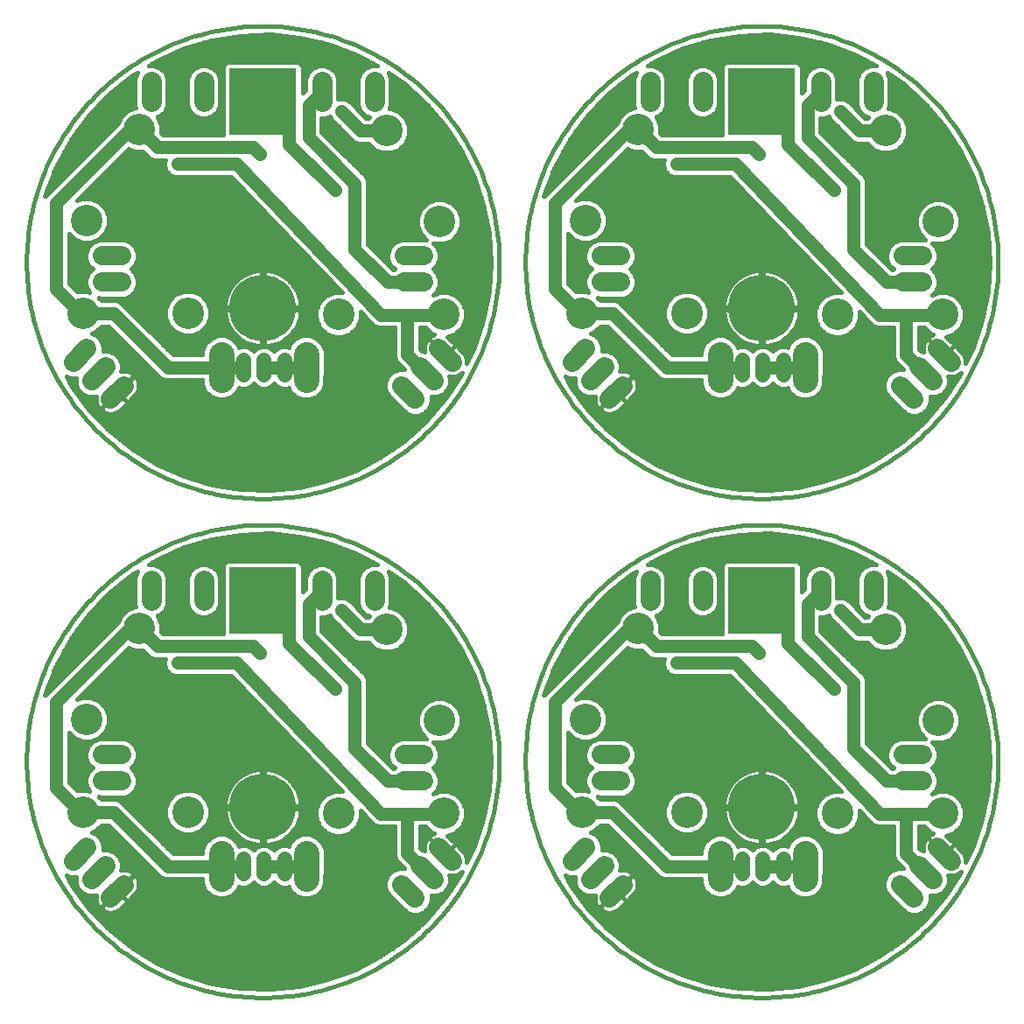
<source format=gtl>
G75*
G70*
%OFA0B0*%
%FSLAX25Y25*%
%IPPOS*%
%LPD*%
%AMOC8*
5,1,8,0,0,1.08239X$1,22.5*
%
%ADD108C,0.07600*%
%ADD121C,0.05000*%
%ADD138R,0.03562X0.03562*%
%ADD145C,0.12000*%
%ADD162R,0.25400X0.25400*%
%ADD175C,0.07400*%
%ADD187OC8,0.03562*%
%ADD24C,0.25400*%
%ADD52C,0.01600*%
%ADD71C,0.09744*%
%ADD72OC8,0.09000*%
%ADD96C,0.05543*%
X0010000Y0010000D02*
G75*
%LPD*%
D52*
X0039188Y0038280D02*
X0160884Y0038280D01*
X0162353Y0039615D02*
X0154119Y0032137D01*
X0144997Y0025773D01*
X0135136Y0020629D01*
X0124697Y0016787D01*
X0113854Y0014312D01*
X0102782Y0013244D01*
X0091666Y0013601D01*
X0080686Y0015376D01*
X0070023Y0018541D01*
X0059852Y0023043D01*
X0050341Y0028809D01*
X0041645Y0035744D01*
X0033907Y0043734D01*
X0027254Y0052647D01*
X0025098Y0056477D01*
X0026600Y0055855D01*
X0028784Y0055855D01*
X0028784Y0053670D01*
X0029713Y0051428D01*
X0031429Y0049712D01*
X0033671Y0048783D01*
X0036097Y0048783D01*
X0036571Y0048980D01*
X0036455Y0048245D01*
X0036455Y0047380D01*
X0036591Y0046524D01*
X0036858Y0045701D01*
X0037251Y0044930D01*
X0037760Y0044229D01*
X0038066Y0043923D01*
X0038372Y0043617D01*
X0039072Y0043108D01*
X0039844Y0042715D01*
X0040667Y0042448D01*
X0041522Y0042312D01*
X0042388Y0042312D01*
X0043243Y0042448D01*
X0044066Y0042715D01*
X0044838Y0043108D01*
X0045538Y0043617D01*
X0048460Y0046540D01*
X0044571Y0050429D01*
X0044571Y0050429D01*
X0038066Y0043923D01*
X0044571Y0050429D01*
X0051077Y0056934D01*
X0044572Y0050429D01*
X0044571Y0050429D01*
X0044572Y0050429D01*
X0048461Y0046540D01*
X0051383Y0049462D01*
X0051892Y0050162D01*
X0052285Y0050934D01*
X0052552Y0051757D01*
X0052688Y0052612D01*
X0052688Y0053478D01*
X0052552Y0054333D01*
X0052285Y0055156D01*
X0051892Y0055928D01*
X0051383Y0056628D01*
X0051077Y0056934D01*
X0050771Y0057240D01*
X0050070Y0057749D01*
X0049299Y0058142D01*
X0048476Y0058410D01*
X0047621Y0058545D01*
X0046755Y0058545D01*
X0046020Y0058429D01*
X0046217Y0058903D01*
X0046217Y0061329D01*
X0045288Y0063571D01*
X0043572Y0065287D01*
X0041330Y0066216D01*
X0039146Y0066216D01*
X0039146Y0068400D01*
X0038217Y0070642D01*
X0036501Y0072358D01*
X0034979Y0072989D01*
X0036221Y0073503D01*
X0038442Y0075724D01*
X0041096Y0075724D01*
X0059596Y0057224D01*
X0060975Y0055846D01*
X0062776Y0055100D01*
X0076945Y0055100D01*
X0076945Y0053681D01*
X0078052Y0051008D01*
X0080098Y0048963D01*
X0082770Y0047856D01*
X0085663Y0047856D01*
X0088336Y0048963D01*
X0090382Y0051008D01*
X0090910Y0052283D01*
X0091456Y0052056D01*
X0093513Y0052056D01*
X0095414Y0052844D01*
X0096422Y0053851D01*
X0097429Y0052844D01*
X0099330Y0052056D01*
X0101387Y0052056D01*
X0103288Y0052844D01*
X0104296Y0053851D01*
X0105303Y0052844D01*
X0107204Y0052056D01*
X0109261Y0052056D01*
X0109808Y0052283D01*
X0110335Y0051008D01*
X0112381Y0048963D01*
X0115054Y0047856D01*
X0117947Y0047856D01*
X0120620Y0048963D01*
X0122665Y0051008D01*
X0123772Y0053681D01*
X0123772Y0066318D01*
X0122665Y0068991D01*
X0120620Y0071037D01*
X0117947Y0072144D01*
X0115054Y0072144D01*
X0112381Y0071037D01*
X0110335Y0068991D01*
X0109808Y0067717D01*
X0109261Y0067943D01*
X0107204Y0067943D01*
X0105303Y0067156D01*
X0104296Y0066148D01*
X0103288Y0067156D01*
X0101387Y0067943D01*
X0099330Y0067943D01*
X0097429Y0067156D01*
X0096422Y0066148D01*
X0095414Y0067156D01*
X0093513Y0067943D01*
X0091456Y0067943D01*
X0090910Y0067717D01*
X0090382Y0068991D01*
X0088336Y0071037D01*
X0085663Y0072144D01*
X0082770Y0072144D01*
X0080098Y0071037D01*
X0078052Y0068991D01*
X0076945Y0066318D01*
X0076945Y0064900D01*
X0065780Y0064900D01*
X0047280Y0083400D01*
X0045902Y0084778D01*
X0044101Y0085524D01*
X0038442Y0085524D01*
X0037551Y0086414D01*
X0037587Y0086400D01*
X0047414Y0086400D01*
X0049656Y0087328D01*
X0051372Y0089044D01*
X0052300Y0091286D01*
X0052300Y0093713D01*
X0051372Y0095955D01*
X0049827Y0097500D01*
X0051372Y0099044D01*
X0052300Y0101286D01*
X0052300Y0103713D01*
X0051372Y0105955D01*
X0049656Y0107671D01*
X0047414Y0108600D01*
X0037587Y0108600D01*
X0035345Y0107671D01*
X0033629Y0105955D01*
X0032700Y0103713D01*
X0032700Y0101286D01*
X0033629Y0099044D01*
X0035174Y0097500D01*
X0033629Y0095955D01*
X0032700Y0093713D01*
X0032700Y0091286D01*
X0033629Y0089044D01*
X0034014Y0088659D01*
X0033133Y0089024D01*
X0029792Y0089024D01*
X0029342Y0088838D01*
X0026150Y0092029D01*
X0026150Y0110822D01*
X0028171Y0108801D01*
X0031258Y0107522D01*
X0034600Y0107522D01*
X0037687Y0108801D01*
X0040050Y0111164D01*
X0041329Y0114251D01*
X0041329Y0117593D01*
X0040050Y0120680D01*
X0037687Y0123043D01*
X0034600Y0124322D01*
X0031258Y0124322D01*
X0029114Y0123434D01*
X0048844Y0143163D01*
X0051258Y0142163D01*
X0054400Y0142163D01*
X0055589Y0140974D01*
X0056967Y0139596D01*
X0058768Y0138850D01*
X0062756Y0138850D01*
X0062600Y0138474D01*
X0062600Y0136525D01*
X0063346Y0134724D01*
X0064725Y0133346D01*
X0066526Y0132600D01*
X0087907Y0132600D01*
X0130083Y0088507D01*
X0127110Y0088507D01*
X0124023Y0087228D01*
X0121660Y0084865D01*
X0120381Y0081777D01*
X0120381Y0078436D01*
X0121660Y0075348D01*
X0124023Y0072985D01*
X0127110Y0071707D01*
X0130452Y0071707D01*
X0133539Y0072985D01*
X0135902Y0075348D01*
X0137181Y0078436D01*
X0137181Y0081086D01*
X0140825Y0077276D01*
X0140846Y0077224D01*
X0141497Y0076573D01*
X0142133Y0075908D01*
X0142185Y0075886D01*
X0142225Y0075846D01*
X0143075Y0075494D01*
X0143917Y0075123D01*
X0143973Y0075121D01*
X0144026Y0075100D01*
X0144946Y0075100D01*
X0145866Y0075079D01*
X0145919Y0075100D01*
X0150100Y0075100D01*
X0150100Y0064025D01*
X0150846Y0062224D01*
X0152225Y0060846D01*
X0153784Y0059286D01*
X0153784Y0059145D01*
X0151600Y0059145D01*
X0149358Y0058216D01*
X0147642Y0056500D01*
X0146713Y0054258D01*
X0146713Y0051832D01*
X0147642Y0049590D01*
X0154590Y0042641D01*
X0156832Y0041712D01*
X0159259Y0041712D01*
X0161501Y0042641D01*
X0163217Y0044357D01*
X0164146Y0046599D01*
X0164146Y0048783D01*
X0166330Y0048783D01*
X0168572Y0049712D01*
X0170288Y0051428D01*
X0171217Y0053670D01*
X0171217Y0056097D01*
X0171020Y0056571D01*
X0171755Y0056455D01*
X0172621Y0056455D01*
X0173476Y0056590D01*
X0174299Y0056857D01*
X0175070Y0057251D01*
X0175771Y0057759D01*
X0175830Y0057818D01*
X0175631Y0057405D01*
X0169563Y0048084D01*
X0162353Y0039615D01*
X0162578Y0039879D02*
X0037640Y0039879D01*
X0036092Y0041477D02*
X0163939Y0041477D01*
X0165300Y0043076D02*
X0161936Y0043076D01*
X0163348Y0044674D02*
X0166661Y0044674D01*
X0168021Y0046273D02*
X0164010Y0046273D01*
X0164146Y0047871D02*
X0169382Y0047871D01*
X0170465Y0049470D02*
X0167987Y0049470D01*
X0169928Y0051069D02*
X0171506Y0051069D01*
X0170801Y0052667D02*
X0172546Y0052667D01*
X0173587Y0054266D02*
X0171217Y0054266D01*
X0171217Y0055864D02*
X0174627Y0055864D01*
X0175362Y0057463D02*
X0175658Y0057463D01*
X0177688Y0061677D02*
X0177688Y0062387D01*
X0177552Y0063242D01*
X0177285Y0064066D01*
X0176892Y0064837D01*
X0176383Y0065538D01*
X0173460Y0068460D01*
X0170538Y0071382D01*
X0170092Y0071707D01*
X0170452Y0071707D01*
X0173539Y0072985D01*
X0175902Y0075348D01*
X0177181Y0078436D01*
X0177181Y0081777D01*
X0175902Y0084865D01*
X0173539Y0087228D01*
X0170452Y0088507D01*
X0167110Y0088507D01*
X0164931Y0087604D01*
X0166372Y0089044D01*
X0167300Y0091286D01*
X0167300Y0093713D01*
X0166372Y0095955D01*
X0164827Y0097500D01*
X0166372Y0099044D01*
X0167300Y0101286D01*
X0167300Y0103713D01*
X0166372Y0105955D01*
X0164994Y0107333D01*
X0165539Y0107107D01*
X0168881Y0107107D01*
X0171968Y0108386D01*
X0174331Y0110749D01*
X0175610Y0113836D01*
X0175610Y0117178D01*
X0174331Y0120265D01*
X0171968Y0122628D01*
X0168881Y0123907D01*
X0165539Y0123907D01*
X0162452Y0122628D01*
X0160089Y0120265D01*
X0158810Y0117178D01*
X0158810Y0113836D01*
X0160089Y0110749D01*
X0162238Y0108600D01*
X0152587Y0108600D01*
X0150345Y0107671D01*
X0148629Y0105955D01*
X0147700Y0103713D01*
X0147700Y0101286D01*
X0148629Y0099044D01*
X0150174Y0097500D01*
X0150074Y0097400D01*
X0149530Y0097400D01*
X0139900Y0107029D01*
X0139900Y0130974D01*
X0139154Y0132775D01*
X0122400Y0149529D01*
X0122400Y0155000D01*
X0123734Y0155000D01*
X0125439Y0155706D01*
X0125846Y0154724D01*
X0134576Y0145994D01*
X0136377Y0145248D01*
X0138327Y0145248D01*
X0140231Y0145248D01*
X0142452Y0143027D01*
X0145539Y0141748D01*
X0148881Y0141748D01*
X0151968Y0143027D01*
X0154331Y0145390D01*
X0155610Y0148477D01*
X0155610Y0151819D01*
X0154331Y0154906D01*
X0151968Y0157269D01*
X0148881Y0158548D01*
X0148113Y0158548D01*
X0148700Y0159967D01*
X0148700Y0170033D01*
X0147763Y0172297D01*
X0154119Y0167863D01*
X0162353Y0160385D01*
X0169563Y0151916D01*
X0175631Y0142594D01*
X0180457Y0132573D01*
X0183962Y0122017D01*
X0186088Y0111100D01*
X0186800Y0100000D01*
X0186088Y0088900D01*
X0186088Y0088900D01*
X0183962Y0077983D01*
X0180457Y0067427D01*
X0177688Y0061677D01*
X0177688Y0062258D02*
X0177968Y0062258D01*
X0177353Y0063857D02*
X0178737Y0063857D01*
X0179507Y0065455D02*
X0176443Y0065455D01*
X0174867Y0067054D02*
X0180277Y0067054D01*
X0180864Y0068652D02*
X0173268Y0068652D01*
X0173460Y0068460D02*
X0169571Y0064571D01*
X0163066Y0071076D01*
X0162760Y0070770D01*
X0162251Y0070070D01*
X0161858Y0069298D01*
X0161591Y0068475D01*
X0161455Y0067620D01*
X0161455Y0066754D01*
X0161571Y0066020D01*
X0161097Y0066216D01*
X0160714Y0066216D01*
X0159900Y0067029D01*
X0159900Y0075100D01*
X0161908Y0075100D01*
X0164023Y0072985D01*
X0165332Y0072443D01*
X0164844Y0072284D01*
X0164072Y0071891D01*
X0163372Y0071382D01*
X0163066Y0071076D01*
X0169571Y0064571D01*
X0169571Y0064571D01*
X0169572Y0064571D01*
X0173460Y0068460D01*
X0172054Y0067054D02*
X0172054Y0067054D01*
X0170456Y0065455D02*
X0170456Y0065455D01*
X0168687Y0065455D02*
X0168687Y0065455D01*
X0167089Y0067054D02*
X0167088Y0067054D01*
X0165490Y0068652D02*
X0165490Y0068652D01*
X0163892Y0070251D02*
X0163891Y0070251D01*
X0162383Y0070251D02*
X0159900Y0070251D01*
X0159900Y0071849D02*
X0164015Y0071849D01*
X0163560Y0073448D02*
X0159900Y0073448D01*
X0159900Y0075046D02*
X0161962Y0075046D01*
X0161648Y0068652D02*
X0159900Y0068652D01*
X0159900Y0067054D02*
X0161455Y0067054D01*
X0170796Y0071849D02*
X0181925Y0071849D01*
X0181394Y0070251D02*
X0171670Y0070251D01*
X0174001Y0073448D02*
X0182456Y0073448D01*
X0182987Y0075046D02*
X0175600Y0075046D01*
X0176439Y0076645D02*
X0183517Y0076645D01*
X0184012Y0078243D02*
X0177101Y0078243D01*
X0177181Y0079842D02*
X0184324Y0079842D01*
X0184635Y0081440D02*
X0177181Y0081440D01*
X0176658Y0083039D02*
X0184946Y0083039D01*
X0185258Y0084637D02*
X0175996Y0084637D01*
X0174531Y0086236D02*
X0185569Y0086236D01*
X0185880Y0087834D02*
X0172075Y0087834D01*
X0166533Y0089433D02*
X0186122Y0089433D01*
X0186225Y0091031D02*
X0167195Y0091031D01*
X0167300Y0092630D02*
X0186327Y0092630D01*
X0186430Y0094228D02*
X0167087Y0094228D01*
X0166425Y0095827D02*
X0186532Y0095827D01*
X0186635Y0097425D02*
X0164901Y0097425D01*
X0166351Y0099024D02*
X0186738Y0099024D01*
X0186760Y0100622D02*
X0167025Y0100622D01*
X0167300Y0102221D02*
X0186658Y0102221D01*
X0186555Y0103819D02*
X0167256Y0103819D01*
X0166594Y0105418D02*
X0186452Y0105418D01*
X0186350Y0107016D02*
X0165310Y0107016D01*
X0162223Y0108615D02*
X0139900Y0108615D01*
X0139900Y0110213D02*
X0160624Y0110213D01*
X0159649Y0111812D02*
X0139900Y0111812D01*
X0139900Y0113410D02*
X0158986Y0113410D01*
X0158810Y0115009D02*
X0139900Y0115009D01*
X0139900Y0116607D02*
X0158810Y0116607D01*
X0159236Y0118206D02*
X0139900Y0118206D01*
X0139900Y0119804D02*
X0159898Y0119804D01*
X0161227Y0121403D02*
X0139900Y0121403D01*
X0139900Y0123002D02*
X0163353Y0123002D01*
X0171067Y0123002D02*
X0183635Y0123002D01*
X0184081Y0121403D02*
X0173193Y0121403D01*
X0174522Y0119804D02*
X0184392Y0119804D01*
X0184704Y0118206D02*
X0175184Y0118206D01*
X0175610Y0116607D02*
X0185015Y0116607D01*
X0185326Y0115009D02*
X0175610Y0115009D01*
X0175434Y0113410D02*
X0185638Y0113410D01*
X0185949Y0111812D02*
X0174772Y0111812D01*
X0173796Y0110213D02*
X0186145Y0110213D01*
X0186247Y0108615D02*
X0172197Y0108615D01*
X0183104Y0124600D02*
X0139900Y0124600D01*
X0139900Y0126199D02*
X0182573Y0126199D01*
X0182042Y0127797D02*
X0139900Y0127797D01*
X0139900Y0129396D02*
X0181512Y0129396D01*
X0180981Y0130994D02*
X0139892Y0130994D01*
X0139230Y0132593D02*
X0180447Y0132593D01*
X0179677Y0134191D02*
X0137739Y0134191D01*
X0136140Y0135790D02*
X0178908Y0135790D01*
X0178138Y0137388D02*
X0134542Y0137388D01*
X0132943Y0138987D02*
X0177368Y0138987D01*
X0176598Y0140585D02*
X0131345Y0140585D01*
X0129746Y0142184D02*
X0144487Y0142184D01*
X0141697Y0143782D02*
X0128148Y0143782D01*
X0126549Y0145381D02*
X0136057Y0145381D01*
X0133591Y0146979D02*
X0124951Y0146979D01*
X0123352Y0148578D02*
X0131993Y0148578D01*
X0130394Y0150176D02*
X0122400Y0150176D01*
X0122400Y0151775D02*
X0128796Y0151775D01*
X0127197Y0153373D02*
X0122400Y0153373D01*
X0122400Y0154972D02*
X0125744Y0154972D01*
X0128700Y0162265D02*
X0128700Y0170033D01*
X0127756Y0172312D01*
X0126012Y0174056D01*
X0123734Y0175000D01*
X0121267Y0175000D01*
X0118988Y0174056D01*
X0117244Y0172312D01*
X0116300Y0170033D01*
X0116300Y0165729D01*
X0115100Y0164529D01*
X0115100Y0174417D01*
X0114735Y0175299D01*
X0114060Y0175975D01*
X0113178Y0176340D01*
X0086823Y0176340D01*
X0085941Y0175975D01*
X0085266Y0175299D01*
X0084900Y0174417D01*
X0084900Y0148650D01*
X0061772Y0148650D01*
X0061329Y0149093D01*
X0061329Y0152234D01*
X0060050Y0155321D01*
X0059892Y0155480D01*
X0061012Y0155944D01*
X0062756Y0157688D01*
X0063700Y0159967D01*
X0063700Y0170033D01*
X0062756Y0172312D01*
X0061012Y0174056D01*
X0058734Y0175000D01*
X0056624Y0175000D01*
X0059852Y0176957D01*
X0070023Y0181459D01*
X0080686Y0184624D01*
X0091666Y0186399D01*
X0102782Y0186755D01*
X0113854Y0185687D01*
X0124697Y0183212D01*
X0135136Y0179371D01*
X0143514Y0175000D01*
X0141267Y0175000D01*
X0138988Y0174056D01*
X0137244Y0172312D01*
X0136300Y0170033D01*
X0136300Y0159967D01*
X0137244Y0157688D01*
X0138988Y0155944D01*
X0140500Y0155317D01*
X0140231Y0155048D01*
X0139382Y0155048D01*
X0132776Y0161654D01*
X0130975Y0162400D01*
X0129026Y0162400D01*
X0128700Y0162265D01*
X0128700Y0162964D02*
X0136300Y0162964D01*
X0136300Y0161366D02*
X0133064Y0161366D01*
X0134662Y0159767D02*
X0136383Y0159767D01*
X0136261Y0158169D02*
X0137045Y0158169D01*
X0137859Y0156570D02*
X0138362Y0156570D01*
X0136300Y0164563D02*
X0128700Y0164563D01*
X0128700Y0166161D02*
X0136300Y0166161D01*
X0136300Y0167760D02*
X0128700Y0167760D01*
X0128700Y0169358D02*
X0136300Y0169358D01*
X0136683Y0170957D02*
X0128318Y0170957D01*
X0127513Y0172555D02*
X0137488Y0172555D01*
X0139225Y0174154D02*
X0125776Y0174154D01*
X0119225Y0174154D02*
X0115100Y0174154D01*
X0115100Y0172555D02*
X0117488Y0172555D01*
X0116683Y0170957D02*
X0115100Y0170957D01*
X0115100Y0169358D02*
X0116300Y0169358D01*
X0116300Y0167760D02*
X0115100Y0167760D01*
X0115100Y0166161D02*
X0116300Y0166161D01*
X0115134Y0164563D02*
X0115100Y0164563D01*
X0114282Y0175752D02*
X0142071Y0175752D01*
X0139007Y0177351D02*
X0060743Y0177351D01*
X0060776Y0174154D02*
X0074225Y0174154D01*
X0073988Y0174056D02*
X0072244Y0172312D01*
X0071300Y0170033D01*
X0071300Y0159967D01*
X0072244Y0157688D01*
X0073988Y0155944D01*
X0076267Y0155000D01*
X0078734Y0155000D01*
X0081012Y0155944D01*
X0082756Y0157688D01*
X0083700Y0159967D01*
X0083700Y0170033D01*
X0082756Y0172312D01*
X0081012Y0174056D01*
X0078734Y0175000D01*
X0076267Y0175000D01*
X0073988Y0174056D01*
X0072488Y0172555D02*
X0062513Y0172555D01*
X0063318Y0170957D02*
X0071683Y0170957D01*
X0071300Y0169358D02*
X0063700Y0169358D01*
X0063700Y0167760D02*
X0071300Y0167760D01*
X0071300Y0166161D02*
X0063700Y0166161D01*
X0063700Y0164563D02*
X0071300Y0164563D01*
X0071300Y0162964D02*
X0063700Y0162964D01*
X0063700Y0161366D02*
X0071300Y0161366D01*
X0071383Y0159767D02*
X0063618Y0159767D01*
X0062956Y0158169D02*
X0072045Y0158169D01*
X0073362Y0156570D02*
X0061639Y0156570D01*
X0060195Y0154972D02*
X0084900Y0154972D01*
X0084900Y0156570D02*
X0081639Y0156570D01*
X0082956Y0158169D02*
X0084900Y0158169D01*
X0084900Y0159767D02*
X0083618Y0159767D01*
X0083700Y0161366D02*
X0084900Y0161366D01*
X0084900Y0162964D02*
X0083700Y0162964D01*
X0083700Y0164563D02*
X0084900Y0164563D01*
X0084900Y0166161D02*
X0083700Y0166161D01*
X0083700Y0167760D02*
X0084900Y0167760D01*
X0084900Y0169358D02*
X0083700Y0169358D01*
X0083318Y0170957D02*
X0084900Y0170957D01*
X0084900Y0172555D02*
X0082513Y0172555D01*
X0080776Y0174154D02*
X0084900Y0174154D01*
X0085719Y0175752D02*
X0057866Y0175752D01*
X0052328Y0172395D02*
X0052244Y0172312D01*
X0051300Y0170033D01*
X0051300Y0159967D01*
X0051716Y0158963D01*
X0051258Y0158963D01*
X0048171Y0157684D01*
X0045808Y0155321D01*
X0044865Y0153044D01*
X0017096Y0125275D01*
X0017046Y0125155D01*
X0017622Y0127351D01*
X0021796Y0137661D01*
X0027254Y0147352D01*
X0033907Y0156266D01*
X0041645Y0164256D01*
X0050341Y0171191D01*
X0052328Y0172395D01*
X0051683Y0170957D02*
X0050047Y0170957D01*
X0051300Y0169358D02*
X0048043Y0169358D01*
X0046038Y0167760D02*
X0051300Y0167760D01*
X0051300Y0166161D02*
X0044034Y0166161D01*
X0042029Y0164563D02*
X0051300Y0164563D01*
X0051300Y0162964D02*
X0040394Y0162964D01*
X0038846Y0161366D02*
X0051300Y0161366D01*
X0051383Y0159767D02*
X0037298Y0159767D01*
X0035750Y0158169D02*
X0049341Y0158169D01*
X0047057Y0156570D02*
X0034201Y0156570D01*
X0032941Y0154972D02*
X0045663Y0154972D01*
X0045001Y0153373D02*
X0031748Y0153373D01*
X0030555Y0151775D02*
X0043596Y0151775D01*
X0041997Y0150176D02*
X0029362Y0150176D01*
X0028169Y0148578D02*
X0040399Y0148578D01*
X0038800Y0146979D02*
X0027044Y0146979D01*
X0026144Y0145381D02*
X0037202Y0145381D01*
X0035603Y0143782D02*
X0025244Y0143782D01*
X0024343Y0142184D02*
X0034005Y0142184D01*
X0032406Y0140585D02*
X0023443Y0140585D01*
X0022543Y0138987D02*
X0030808Y0138987D01*
X0029209Y0137388D02*
X0021686Y0137388D01*
X0021039Y0135790D02*
X0027611Y0135790D01*
X0026012Y0134191D02*
X0020391Y0134191D01*
X0019744Y0132593D02*
X0024414Y0132593D01*
X0022815Y0130994D02*
X0019097Y0130994D01*
X0018450Y0129396D02*
X0021216Y0129396D01*
X0019618Y0127797D02*
X0017803Y0127797D01*
X0018019Y0126199D02*
X0017320Y0126199D01*
X0030280Y0124600D02*
X0095559Y0124600D01*
X0097088Y0123002D02*
X0037729Y0123002D01*
X0039328Y0121403D02*
X0098617Y0121403D01*
X0100146Y0119804D02*
X0040413Y0119804D01*
X0041075Y0118206D02*
X0101675Y0118206D01*
X0103204Y0116607D02*
X0041329Y0116607D01*
X0041329Y0115009D02*
X0104733Y0115009D01*
X0106262Y0113410D02*
X0040981Y0113410D01*
X0040319Y0111812D02*
X0107791Y0111812D01*
X0109320Y0110213D02*
X0039100Y0110213D01*
X0037238Y0108615D02*
X0110849Y0108615D01*
X0112378Y0107016D02*
X0050310Y0107016D01*
X0051594Y0105418D02*
X0113907Y0105418D01*
X0115436Y0103819D02*
X0052256Y0103819D01*
X0052300Y0102221D02*
X0116965Y0102221D01*
X0118494Y0100622D02*
X0052025Y0100622D01*
X0051351Y0099024D02*
X0120023Y0099024D01*
X0121552Y0097425D02*
X0049901Y0097425D01*
X0051425Y0095827D02*
X0094284Y0095827D01*
X0093793Y0095623D02*
X0092537Y0094952D01*
X0091352Y0094160D01*
X0090251Y0093257D01*
X0089244Y0092249D01*
X0088340Y0091148D01*
X0087548Y0089963D01*
X0086877Y0088707D01*
X0086331Y0087391D01*
X0085918Y0086027D01*
X0085640Y0084630D01*
X0085500Y0083212D01*
X0085500Y0082979D01*
X0099521Y0082979D01*
X0099521Y0082020D01*
X0100480Y0082020D01*
X0100480Y0068000D01*
X0100713Y0068000D01*
X0102130Y0068139D01*
X0103528Y0068417D01*
X0104891Y0068831D01*
X0106207Y0069376D01*
X0107464Y0070048D01*
X0108648Y0070839D01*
X0109750Y0071743D01*
X0110757Y0072750D01*
X0111661Y0073852D01*
X0112452Y0075036D01*
X0113124Y0076293D01*
X0113669Y0077609D01*
X0114083Y0078972D01*
X0114361Y0080370D01*
X0114500Y0081787D01*
X0114500Y0082020D01*
X0100480Y0082020D01*
X0100480Y0082979D01*
X0114500Y0082979D01*
X0114500Y0083212D01*
X0114361Y0084630D01*
X0114083Y0086027D01*
X0113669Y0087391D01*
X0113124Y0088707D01*
X0112452Y0089963D01*
X0111661Y0091148D01*
X0110757Y0092249D01*
X0109750Y0093257D01*
X0108648Y0094160D01*
X0107464Y0094952D01*
X0106207Y0095623D01*
X0104891Y0096169D01*
X0103528Y0096582D01*
X0102130Y0096860D01*
X0100713Y0097000D01*
X0100480Y0097000D01*
X0100480Y0082979D01*
X0099521Y0082979D01*
X0099521Y0097000D01*
X0099288Y0097000D01*
X0097870Y0096860D01*
X0096473Y0096582D01*
X0095110Y0096169D01*
X0093793Y0095623D01*
X0091454Y0094228D02*
X0052087Y0094228D01*
X0052300Y0092630D02*
X0089624Y0092630D01*
X0088262Y0091031D02*
X0052195Y0091031D01*
X0051533Y0089433D02*
X0087265Y0089433D01*
X0086515Y0087834D02*
X0076006Y0087834D01*
X0076221Y0087745D02*
X0073133Y0089024D01*
X0069792Y0089024D01*
X0066704Y0087745D01*
X0064341Y0085382D01*
X0063062Y0082295D01*
X0063062Y0078953D01*
X0064341Y0075866D01*
X0066704Y0073503D01*
X0069792Y0072224D01*
X0073133Y0072224D01*
X0076221Y0073503D01*
X0078584Y0075866D01*
X0079862Y0078953D01*
X0079862Y0082295D01*
X0078584Y0085382D01*
X0076221Y0087745D01*
X0077730Y0086236D02*
X0085981Y0086236D01*
X0085641Y0084637D02*
X0078892Y0084637D01*
X0079554Y0083039D02*
X0085500Y0083039D01*
X0085500Y0082020D02*
X0085500Y0081787D01*
X0085640Y0080370D01*
X0085918Y0078972D01*
X0086331Y0077609D01*
X0086877Y0076293D01*
X0087548Y0075036D01*
X0088340Y0073852D01*
X0089244Y0072750D01*
X0090251Y0071743D01*
X0091352Y0070839D01*
X0092537Y0070048D01*
X0093793Y0069376D01*
X0095110Y0068831D01*
X0096473Y0068417D01*
X0097870Y0068139D01*
X0099288Y0068000D01*
X0099521Y0068000D01*
X0099521Y0082020D01*
X0085500Y0082020D01*
X0085535Y0081440D02*
X0079862Y0081440D01*
X0079862Y0079842D02*
X0085745Y0079842D01*
X0086139Y0078243D02*
X0079568Y0078243D01*
X0078906Y0076645D02*
X0086731Y0076645D01*
X0087543Y0075046D02*
X0077764Y0075046D01*
X0076087Y0073448D02*
X0088671Y0073448D01*
X0090145Y0071849D02*
X0086375Y0071849D01*
X0089122Y0070251D02*
X0092233Y0070251D01*
X0090522Y0068652D02*
X0095699Y0068652D01*
X0095516Y0067054D02*
X0097327Y0067054D01*
X0099521Y0068652D02*
X0100480Y0068652D01*
X0100480Y0070251D02*
X0099521Y0070251D01*
X0099521Y0071849D02*
X0100480Y0071849D01*
X0100480Y0073448D02*
X0099521Y0073448D01*
X0099521Y0075046D02*
X0100480Y0075046D01*
X0100480Y0076645D02*
X0099521Y0076645D01*
X0099521Y0078243D02*
X0100480Y0078243D01*
X0100480Y0079842D02*
X0099521Y0079842D01*
X0099521Y0081440D02*
X0100480Y0081440D01*
X0100480Y0083039D02*
X0099521Y0083039D01*
X0099521Y0084637D02*
X0100480Y0084637D01*
X0100480Y0086236D02*
X0099521Y0086236D01*
X0099521Y0087834D02*
X0100480Y0087834D01*
X0100480Y0089433D02*
X0099521Y0089433D01*
X0099521Y0091031D02*
X0100480Y0091031D01*
X0100480Y0092630D02*
X0099521Y0092630D01*
X0099521Y0094228D02*
X0100480Y0094228D01*
X0100480Y0095827D02*
X0099521Y0095827D01*
X0010000Y0100000D02*
X0010027Y0102209D01*
X0010108Y0104416D01*
X0010244Y0106621D01*
X0010433Y0108822D01*
X0010677Y0111017D01*
X0010974Y0113206D01*
X0011325Y0115387D01*
X0011729Y0117558D01*
X0012187Y0119719D01*
X0012697Y0121868D01*
X0013260Y0124004D01*
X0013875Y0126126D01*
X0014542Y0128231D01*
X0015261Y0130320D01*
X0016031Y0132391D01*
X0016851Y0134442D01*
X0017721Y0136472D01*
X0018641Y0138480D01*
X0019610Y0140465D01*
X0020627Y0142426D01*
X0021692Y0144361D01*
X0022804Y0146269D01*
X0023963Y0148150D01*
X0025168Y0150001D01*
X0026417Y0151823D01*
X0027711Y0153613D01*
X0029049Y0155371D01*
X0030429Y0157095D01*
X0031851Y0158786D01*
X0033314Y0160440D01*
X0034818Y0162059D01*
X0036360Y0163640D01*
X0037941Y0165182D01*
X0039560Y0166686D01*
X0041214Y0168149D01*
X0042905Y0169571D01*
X0044629Y0170951D01*
X0046387Y0172289D01*
X0048177Y0173583D01*
X0049999Y0174832D01*
X0051850Y0176037D01*
X0053731Y0177196D01*
X0055639Y0178308D01*
X0057574Y0179373D01*
X0059535Y0180390D01*
X0061520Y0181359D01*
X0063528Y0182279D01*
X0065558Y0183149D01*
X0067609Y0183969D01*
X0069680Y0184739D01*
X0071769Y0185458D01*
X0073874Y0186125D01*
X0075996Y0186740D01*
X0078132Y0187303D01*
X0080281Y0187813D01*
X0082442Y0188271D01*
X0084613Y0188675D01*
X0086794Y0189026D01*
X0088983Y0189323D01*
X0091178Y0189567D01*
X0093379Y0189756D01*
X0095584Y0189892D01*
X0097791Y0189973D01*
X0100000Y0190000D01*
X0102209Y0189973D01*
X0104416Y0189892D01*
X0106621Y0189756D01*
X0108822Y0189567D01*
X0111017Y0189323D01*
X0113206Y0189026D01*
X0115387Y0188675D01*
X0117558Y0188271D01*
X0119719Y0187813D01*
X0121868Y0187303D01*
X0124004Y0186740D01*
X0126126Y0186125D01*
X0128231Y0185458D01*
X0130320Y0184739D01*
X0132391Y0183969D01*
X0134442Y0183149D01*
X0136472Y0182279D01*
X0138480Y0181359D01*
X0140465Y0180390D01*
X0142426Y0179373D01*
X0144361Y0178308D01*
X0146269Y0177196D01*
X0148150Y0176037D01*
X0150001Y0174832D01*
X0151823Y0173583D01*
X0153613Y0172289D01*
X0155371Y0170951D01*
X0157095Y0169571D01*
X0158786Y0168149D01*
X0160440Y0166686D01*
X0162059Y0165182D01*
X0163640Y0163640D01*
X0165182Y0162059D01*
X0166686Y0160440D01*
X0168149Y0158786D01*
X0169571Y0157095D01*
X0170951Y0155371D01*
X0172289Y0153613D01*
X0173583Y0151823D01*
X0174832Y0150001D01*
X0176037Y0148150D01*
X0177196Y0146269D01*
X0178308Y0144361D01*
X0179373Y0142426D01*
X0180390Y0140465D01*
X0181359Y0138480D01*
X0182279Y0136472D01*
X0183149Y0134442D01*
X0183969Y0132391D01*
X0184739Y0130320D01*
X0185458Y0128231D01*
X0186125Y0126126D01*
X0186740Y0124004D01*
X0187303Y0121868D01*
X0187813Y0119719D01*
X0188271Y0117558D01*
X0188675Y0115387D01*
X0189026Y0113206D01*
X0189323Y0111017D01*
X0189567Y0108822D01*
X0189756Y0106621D01*
X0189892Y0104416D01*
X0189973Y0102209D01*
X0190000Y0100000D01*
X0189973Y0097791D01*
X0189892Y0095584D01*
X0189756Y0093379D01*
X0189567Y0091178D01*
X0189323Y0088983D01*
X0189026Y0086794D01*
X0188675Y0084613D01*
X0188271Y0082442D01*
X0187813Y0080281D01*
X0187303Y0078132D01*
X0186740Y0075996D01*
X0186125Y0073874D01*
X0185458Y0071769D01*
X0184739Y0069680D01*
X0183969Y0067609D01*
X0183149Y0065558D01*
X0182279Y0063528D01*
X0181359Y0061520D01*
X0180390Y0059535D01*
X0179373Y0057574D01*
X0178308Y0055639D01*
X0177196Y0053731D01*
X0176037Y0051850D01*
X0174832Y0049999D01*
X0173583Y0048177D01*
X0172289Y0046387D01*
X0170951Y0044629D01*
X0169571Y0042905D01*
X0168149Y0041214D01*
X0166686Y0039560D01*
X0165182Y0037941D01*
X0163640Y0036360D01*
X0162059Y0034818D01*
X0160440Y0033314D01*
X0158786Y0031851D01*
X0157095Y0030429D01*
X0155371Y0029049D01*
X0153613Y0027711D01*
X0151823Y0026417D01*
X0150001Y0025168D01*
X0148150Y0023963D01*
X0146269Y0022804D01*
X0144361Y0021692D01*
X0142426Y0020627D01*
X0140465Y0019610D01*
X0138480Y0018641D01*
X0136472Y0017721D01*
X0134442Y0016851D01*
X0132391Y0016031D01*
X0130320Y0015261D01*
X0128231Y0014542D01*
X0126126Y0013875D01*
X0124004Y0013260D01*
X0121868Y0012697D01*
X0119719Y0012187D01*
X0117558Y0011729D01*
X0115387Y0011325D01*
X0113206Y0010974D01*
X0111017Y0010677D01*
X0108822Y0010433D01*
X0106621Y0010244D01*
X0104416Y0010108D01*
X0102209Y0010027D01*
X0100000Y0010000D01*
X0097791Y0010027D01*
X0095584Y0010108D01*
X0093379Y0010244D01*
X0091178Y0010433D01*
X0088983Y0010677D01*
X0086794Y0010974D01*
X0084613Y0011325D01*
X0082442Y0011729D01*
X0080281Y0012187D01*
X0078132Y0012697D01*
X0075996Y0013260D01*
X0073874Y0013875D01*
X0071769Y0014542D01*
X0069680Y0015261D01*
X0067609Y0016031D01*
X0065558Y0016851D01*
X0063528Y0017721D01*
X0061520Y0018641D01*
X0059535Y0019610D01*
X0057574Y0020627D01*
X0055639Y0021692D01*
X0053731Y0022804D01*
X0051850Y0023963D01*
X0049999Y0025168D01*
X0048177Y0026417D01*
X0046387Y0027711D01*
X0044629Y0029049D01*
X0042905Y0030429D01*
X0041214Y0031851D01*
X0039560Y0033314D01*
X0037941Y0034818D01*
X0036360Y0036360D01*
X0034818Y0037941D01*
X0033314Y0039560D01*
X0031851Y0041214D01*
X0030429Y0042905D01*
X0029049Y0044629D01*
X0027711Y0046387D01*
X0026417Y0048177D01*
X0025168Y0049999D01*
X0023963Y0051850D01*
X0022804Y0053731D01*
X0021692Y0055639D01*
X0020627Y0057574D01*
X0019610Y0059535D01*
X0018641Y0061520D01*
X0017721Y0063528D01*
X0016851Y0065558D01*
X0016031Y0067609D01*
X0015261Y0069680D01*
X0014542Y0071769D01*
X0013875Y0073874D01*
X0013260Y0075996D01*
X0012697Y0078132D01*
X0012187Y0080281D01*
X0011729Y0082442D01*
X0011325Y0084613D01*
X0010974Y0086794D01*
X0010677Y0088983D01*
X0010433Y0091178D01*
X0010244Y0093379D01*
X0010108Y0095584D01*
X0010027Y0097791D01*
X0010000Y0100000D01*
X0026150Y0100622D02*
X0032975Y0100622D01*
X0032700Y0102221D02*
X0026150Y0102221D01*
X0026150Y0103819D02*
X0032744Y0103819D01*
X0033406Y0105418D02*
X0026150Y0105418D01*
X0026150Y0107016D02*
X0034690Y0107016D01*
X0028620Y0108615D02*
X0026150Y0108615D01*
X0026150Y0110213D02*
X0026759Y0110213D01*
X0026150Y0099024D02*
X0033650Y0099024D01*
X0035099Y0097425D02*
X0026150Y0097425D01*
X0026150Y0095827D02*
X0033576Y0095827D01*
X0032914Y0094228D02*
X0026150Y0094228D01*
X0026150Y0092630D02*
X0032700Y0092630D01*
X0032806Y0091031D02*
X0027148Y0091031D01*
X0028747Y0089433D02*
X0033468Y0089433D01*
X0037730Y0086236D02*
X0065195Y0086236D01*
X0064033Y0084637D02*
X0046042Y0084637D01*
X0047280Y0083400D02*
X0047280Y0083400D01*
X0047641Y0083039D02*
X0063371Y0083039D01*
X0063062Y0081440D02*
X0049240Y0081440D01*
X0050838Y0079842D02*
X0063062Y0079842D01*
X0063357Y0078243D02*
X0052437Y0078243D01*
X0054035Y0076645D02*
X0064019Y0076645D01*
X0065161Y0075046D02*
X0055634Y0075046D01*
X0057232Y0073448D02*
X0066838Y0073448D01*
X0062028Y0068652D02*
X0077912Y0068652D01*
X0077249Y0067054D02*
X0063626Y0067054D01*
X0065225Y0065455D02*
X0076945Y0065455D01*
X0079311Y0070251D02*
X0060429Y0070251D01*
X0058831Y0071849D02*
X0082059Y0071849D01*
X0066919Y0087834D02*
X0050162Y0087834D01*
X0041774Y0075046D02*
X0037764Y0075046D01*
X0036087Y0073448D02*
X0043373Y0073448D01*
X0044971Y0071849D02*
X0037010Y0071849D01*
X0038379Y0070251D02*
X0046570Y0070251D01*
X0048168Y0068652D02*
X0039041Y0068652D01*
X0039146Y0067054D02*
X0049767Y0067054D01*
X0051365Y0065455D02*
X0043167Y0065455D01*
X0045003Y0063857D02*
X0052964Y0063857D01*
X0054562Y0062258D02*
X0045832Y0062258D01*
X0046217Y0060660D02*
X0056161Y0060660D01*
X0057759Y0059061D02*
X0046217Y0059061D01*
X0050465Y0057463D02*
X0059358Y0057463D01*
X0060956Y0055864D02*
X0051924Y0055864D01*
X0052563Y0054266D02*
X0076945Y0054266D01*
X0077365Y0052667D02*
X0052688Y0052667D01*
X0052329Y0051069D02*
X0078027Y0051069D01*
X0079590Y0049470D02*
X0051389Y0049470D01*
X0049792Y0047871D02*
X0082732Y0047871D01*
X0085702Y0047871D02*
X0115016Y0047871D01*
X0111874Y0049470D02*
X0088843Y0049470D01*
X0090407Y0051069D02*
X0110310Y0051069D01*
X0105730Y0052667D02*
X0102861Y0052667D01*
X0097856Y0052667D02*
X0094987Y0052667D01*
X0103390Y0067054D02*
X0105201Y0067054D01*
X0104302Y0068652D02*
X0110195Y0068652D01*
X0111595Y0070251D02*
X0107768Y0070251D01*
X0109856Y0071849D02*
X0114342Y0071849D01*
X0111329Y0073448D02*
X0123560Y0073448D01*
X0121962Y0075046D02*
X0112458Y0075046D01*
X0113270Y0076645D02*
X0121123Y0076645D01*
X0120461Y0078243D02*
X0113862Y0078243D01*
X0114256Y0079842D02*
X0120381Y0079842D01*
X0120381Y0081440D02*
X0114466Y0081440D01*
X0114500Y0083039D02*
X0120903Y0083039D01*
X0121565Y0084637D02*
X0114359Y0084637D01*
X0114019Y0086236D02*
X0123031Y0086236D01*
X0125487Y0087834D02*
X0113485Y0087834D01*
X0112736Y0089433D02*
X0129197Y0089433D01*
X0127668Y0091031D02*
X0111739Y0091031D01*
X0110376Y0092630D02*
X0126139Y0092630D01*
X0124610Y0094228D02*
X0108547Y0094228D01*
X0105716Y0095827D02*
X0123081Y0095827D01*
X0137181Y0079842D02*
X0138371Y0079842D01*
X0137101Y0078243D02*
X0139900Y0078243D01*
X0141426Y0076645D02*
X0136439Y0076645D01*
X0135600Y0075046D02*
X0150100Y0075046D01*
X0150100Y0073448D02*
X0134001Y0073448D01*
X0130796Y0071849D02*
X0150100Y0071849D01*
X0150100Y0070251D02*
X0121406Y0070251D01*
X0122806Y0068652D02*
X0150100Y0068652D01*
X0150100Y0067054D02*
X0123468Y0067054D01*
X0123772Y0065455D02*
X0150100Y0065455D01*
X0150170Y0063857D02*
X0123772Y0063857D01*
X0123772Y0062258D02*
X0150832Y0062258D01*
X0152411Y0060660D02*
X0123772Y0060660D01*
X0123772Y0059061D02*
X0151397Y0059061D01*
X0148604Y0057463D02*
X0123772Y0057463D01*
X0123772Y0055864D02*
X0147378Y0055864D01*
X0146716Y0054266D02*
X0123772Y0054266D01*
X0123352Y0052667D02*
X0146713Y0052667D01*
X0147029Y0051069D02*
X0122690Y0051069D01*
X0121127Y0049470D02*
X0147761Y0049470D01*
X0149360Y0047871D02*
X0117985Y0047871D01*
X0118658Y0071849D02*
X0126766Y0071849D01*
X0149504Y0097425D02*
X0150099Y0097425D01*
X0148650Y0099024D02*
X0147906Y0099024D01*
X0147975Y0100622D02*
X0146307Y0100622D01*
X0147700Y0102221D02*
X0144709Y0102221D01*
X0143110Y0103819D02*
X0147744Y0103819D01*
X0148406Y0105418D02*
X0141512Y0105418D01*
X0139913Y0107016D02*
X0149690Y0107016D01*
X0165162Y0087834D02*
X0165487Y0087834D01*
X0150958Y0046273D02*
X0048194Y0046273D01*
X0047129Y0047871D02*
X0047129Y0047871D01*
X0045530Y0049470D02*
X0045530Y0049470D01*
X0045211Y0051069D02*
X0045211Y0051069D01*
X0046810Y0052667D02*
X0046810Y0052667D01*
X0048408Y0054266D02*
X0048408Y0054266D01*
X0050007Y0055864D02*
X0050007Y0055864D01*
X0043613Y0049470D02*
X0043613Y0049470D01*
X0042014Y0047871D02*
X0042014Y0047871D01*
X0040416Y0046273D02*
X0040416Y0046273D01*
X0038817Y0044674D02*
X0038817Y0044674D01*
X0037437Y0044674D02*
X0033205Y0044674D01*
X0032012Y0046273D02*
X0036672Y0046273D01*
X0036455Y0047871D02*
X0030819Y0047871D01*
X0029626Y0049470D02*
X0032013Y0049470D01*
X0030072Y0051069D02*
X0028433Y0051069D01*
X0029200Y0052667D02*
X0027243Y0052667D01*
X0026343Y0054266D02*
X0028784Y0054266D01*
X0026577Y0055864D02*
X0025443Y0055864D01*
X0034544Y0043076D02*
X0039136Y0043076D01*
X0044774Y0043076D02*
X0154155Y0043076D01*
X0152557Y0044674D02*
X0046595Y0044674D01*
X0040736Y0036682D02*
X0159124Y0036682D01*
X0157364Y0035083D02*
X0042473Y0035083D01*
X0044477Y0033485D02*
X0155604Y0033485D01*
X0153760Y0031886D02*
X0046481Y0031886D01*
X0048486Y0030288D02*
X0151469Y0030288D01*
X0149177Y0028689D02*
X0050538Y0028689D01*
X0053175Y0027091D02*
X0146886Y0027091D01*
X0144458Y0025492D02*
X0055811Y0025492D01*
X0058448Y0023894D02*
X0141394Y0023894D01*
X0138330Y0022295D02*
X0061541Y0022295D01*
X0065152Y0020697D02*
X0135266Y0020697D01*
X0130977Y0019098D02*
X0068763Y0019098D01*
X0073530Y0017500D02*
X0126633Y0017500D01*
X0120815Y0015901D02*
X0078916Y0015901D01*
X0087324Y0014303D02*
X0113754Y0014303D01*
X0094030Y0126199D02*
X0031879Y0126199D01*
X0033477Y0127797D02*
X0092501Y0127797D01*
X0090971Y0129396D02*
X0035076Y0129396D01*
X0036674Y0130994D02*
X0089442Y0130994D01*
X0087913Y0132593D02*
X0038273Y0132593D01*
X0039871Y0134191D02*
X0063879Y0134191D01*
X0062905Y0135790D02*
X0041470Y0135790D01*
X0043068Y0137388D02*
X0062600Y0137388D01*
X0058438Y0138987D02*
X0044667Y0138987D01*
X0046265Y0140585D02*
X0055978Y0140585D01*
X0051209Y0142184D02*
X0047864Y0142184D01*
X0061329Y0150176D02*
X0084900Y0150176D01*
X0084900Y0151775D02*
X0061329Y0151775D01*
X0060857Y0153373D02*
X0084900Y0153373D01*
X0064354Y0178949D02*
X0135943Y0178949D01*
X0131937Y0180548D02*
X0067965Y0180548D01*
X0072339Y0182146D02*
X0127593Y0182146D01*
X0122363Y0183745D02*
X0077725Y0183745D01*
X0085139Y0185343D02*
X0115359Y0185343D01*
X0148318Y0170957D02*
X0149684Y0170957D01*
X0148700Y0169358D02*
X0151975Y0169358D01*
X0154233Y0167760D02*
X0148700Y0167760D01*
X0148700Y0166161D02*
X0155993Y0166161D01*
X0157753Y0164563D02*
X0148700Y0164563D01*
X0148700Y0162964D02*
X0159513Y0162964D01*
X0161273Y0161366D02*
X0148700Y0161366D01*
X0148618Y0159767D02*
X0162879Y0159767D01*
X0164240Y0158169D02*
X0149796Y0158169D01*
X0152667Y0156570D02*
X0165601Y0156570D01*
X0166961Y0154972D02*
X0154266Y0154972D01*
X0154966Y0153373D02*
X0168322Y0153373D01*
X0169655Y0151775D02*
X0155610Y0151775D01*
X0155610Y0150176D02*
X0170695Y0150176D01*
X0171736Y0148578D02*
X0155610Y0148578D01*
X0154990Y0146979D02*
X0172776Y0146979D01*
X0173817Y0145381D02*
X0154322Y0145381D01*
X0152724Y0143782D02*
X0174857Y0143782D01*
X0175828Y0142184D02*
X0149933Y0142184D01*
D175*
X0153800Y0102500D02*
X0161200Y0102500D01*
X0161200Y0092500D02*
X0153800Y0092500D01*
X0166955Y0067187D02*
X0172188Y0061955D01*
X0165117Y0054883D02*
X0159884Y0060116D01*
X0152813Y0053045D02*
X0158046Y0047812D01*
X0047188Y0053045D02*
X0041955Y0047812D01*
X0034884Y0054883D02*
X0040117Y0060116D01*
X0033046Y0067187D02*
X0027813Y0061955D01*
X0038800Y0092500D02*
X0046200Y0092500D01*
X0046200Y0102500D02*
X0038800Y0102500D01*
D145*
X0032929Y0115922D03*
X0052929Y0150563D03*
X0071462Y0080624D03*
X0031462Y0080624D03*
X0128781Y0080107D03*
X0167210Y0115507D03*
X0147210Y0150148D03*
X0168781Y0080107D03*
D108*
X0142500Y0161200D02*
X0142500Y0168800D01*
X0122500Y0168800D02*
X0122500Y0161200D01*
X0077500Y0161200D02*
X0077500Y0168800D01*
X0057500Y0168800D02*
X0057500Y0161200D01*
D162*
X0100000Y0161240D03*
D24*
X0100000Y0082500D03*
D71*
X0084217Y0064872D02*
X0084217Y0055128D01*
X0116500Y0055128D02*
X0116500Y0064872D01*
D96*
X0108233Y0062771D02*
X0108233Y0057228D01*
X0100359Y0057228D02*
X0100359Y0062771D01*
X0092485Y0062771D02*
X0092485Y0057228D01*
D121*
X0092485Y0060000D02*
X0084217Y0060000D01*
X0063750Y0060000D01*
X0043126Y0080624D01*
X0031462Y0080624D01*
X0030626Y0080624D01*
X0021250Y0090000D01*
X0021250Y0122500D01*
X0049314Y0150563D01*
X0052929Y0150563D01*
X0059743Y0143750D01*
X0096250Y0143750D01*
X0098750Y0141250D01*
X0090000Y0137500D02*
X0067500Y0137500D01*
X0090000Y0137500D02*
X0145000Y0080000D01*
X0155000Y0080000D01*
X0155000Y0065000D01*
X0162500Y0057500D01*
X0166174Y0080000D02*
X0155000Y0080000D01*
X0166174Y0080000D02*
X0168781Y0080107D01*
X0157500Y0092500D02*
X0147500Y0092500D01*
X0135000Y0105000D01*
X0135000Y0130000D01*
X0117500Y0147500D01*
X0117500Y0160000D01*
X0122500Y0165000D01*
X0130000Y0157500D02*
X0137352Y0150148D01*
X0147210Y0150148D01*
X0127500Y0127500D02*
X0109990Y0145010D01*
X0109990Y0151250D01*
X0110000Y0151250D01*
X0109990Y0151250D02*
X0100000Y0161240D01*
X0100359Y0060000D02*
X0108233Y0060000D01*
X0116500Y0060000D01*
X0117500Y0060000D01*
D187*
X0127500Y0065000D03*
X0132500Y0067500D03*
X0137500Y0067500D03*
X0142500Y0065000D03*
X0180000Y0118750D03*
X0130000Y0157500D03*
X0100000Y0181250D03*
X0098750Y0141250D03*
X0127500Y0127500D03*
X0067500Y0137500D03*
X0057500Y0133750D03*
X0021250Y0133750D03*
D72*
X0127500Y0055000D03*
X0142500Y0055000D03*
D138*
X0135000Y0060000D03*
X0010000Y0200000D02*
G75*
%LPD*%
D52*
X0039188Y0228280D02*
X0160884Y0228280D01*
X0162353Y0229615D02*
X0154119Y0222137D01*
X0144997Y0215773D01*
X0135136Y0210629D01*
X0124697Y0206787D01*
X0113854Y0204312D01*
X0102782Y0203244D01*
X0091666Y0203601D01*
X0080686Y0205376D01*
X0070023Y0208541D01*
X0059852Y0213043D01*
X0050341Y0218809D01*
X0041645Y0225744D01*
X0033907Y0233734D01*
X0027254Y0242647D01*
X0025098Y0246477D01*
X0026600Y0245855D01*
X0028784Y0245855D01*
X0028784Y0243670D01*
X0029713Y0241428D01*
X0031429Y0239712D01*
X0033671Y0238783D01*
X0036097Y0238783D01*
X0036571Y0238980D01*
X0036455Y0238245D01*
X0036455Y0237380D01*
X0036591Y0236524D01*
X0036858Y0235701D01*
X0037251Y0234930D01*
X0037760Y0234229D01*
X0038066Y0233923D01*
X0038372Y0233617D01*
X0039072Y0233108D01*
X0039844Y0232715D01*
X0040667Y0232448D01*
X0041522Y0232312D01*
X0042388Y0232312D01*
X0043243Y0232448D01*
X0044066Y0232715D01*
X0044838Y0233108D01*
X0045538Y0233617D01*
X0048460Y0236540D01*
X0044571Y0240429D01*
X0044571Y0240429D01*
X0038066Y0233923D01*
X0044571Y0240429D01*
X0051077Y0246934D01*
X0044572Y0240429D01*
X0044571Y0240429D01*
X0044572Y0240429D01*
X0048461Y0236540D01*
X0051383Y0239462D01*
X0051892Y0240162D01*
X0052285Y0240934D01*
X0052552Y0241757D01*
X0052688Y0242612D01*
X0052688Y0243478D01*
X0052552Y0244333D01*
X0052285Y0245156D01*
X0051892Y0245928D01*
X0051383Y0246628D01*
X0051077Y0246934D01*
X0050771Y0247240D01*
X0050070Y0247749D01*
X0049299Y0248142D01*
X0048476Y0248410D01*
X0047621Y0248545D01*
X0046755Y0248545D01*
X0046020Y0248429D01*
X0046217Y0248903D01*
X0046217Y0251329D01*
X0045288Y0253571D01*
X0043572Y0255287D01*
X0041330Y0256216D01*
X0039146Y0256216D01*
X0039146Y0258400D01*
X0038217Y0260642D01*
X0036501Y0262358D01*
X0034979Y0262989D01*
X0036221Y0263503D01*
X0038442Y0265724D01*
X0041096Y0265724D01*
X0059596Y0247224D01*
X0060975Y0245846D01*
X0062776Y0245100D01*
X0076945Y0245100D01*
X0076945Y0243681D01*
X0078052Y0241008D01*
X0080098Y0238963D01*
X0082770Y0237856D01*
X0085663Y0237856D01*
X0088336Y0238963D01*
X0090382Y0241008D01*
X0090910Y0242283D01*
X0091456Y0242056D01*
X0093513Y0242056D01*
X0095414Y0242844D01*
X0096422Y0243851D01*
X0097429Y0242844D01*
X0099330Y0242056D01*
X0101387Y0242056D01*
X0103288Y0242844D01*
X0104296Y0243851D01*
X0105303Y0242844D01*
X0107204Y0242056D01*
X0109261Y0242056D01*
X0109808Y0242283D01*
X0110335Y0241008D01*
X0112381Y0238963D01*
X0115054Y0237856D01*
X0117947Y0237856D01*
X0120620Y0238963D01*
X0122665Y0241008D01*
X0123772Y0243681D01*
X0123772Y0256318D01*
X0122665Y0258991D01*
X0120620Y0261037D01*
X0117947Y0262144D01*
X0115054Y0262144D01*
X0112381Y0261037D01*
X0110335Y0258991D01*
X0109808Y0257717D01*
X0109261Y0257943D01*
X0107204Y0257943D01*
X0105303Y0257156D01*
X0104296Y0256148D01*
X0103288Y0257156D01*
X0101387Y0257943D01*
X0099330Y0257943D01*
X0097429Y0257156D01*
X0096422Y0256148D01*
X0095414Y0257156D01*
X0093513Y0257943D01*
X0091456Y0257943D01*
X0090910Y0257717D01*
X0090382Y0258991D01*
X0088336Y0261037D01*
X0085663Y0262144D01*
X0082770Y0262144D01*
X0080098Y0261037D01*
X0078052Y0258991D01*
X0076945Y0256318D01*
X0076945Y0254900D01*
X0065780Y0254900D01*
X0047280Y0273400D01*
X0045902Y0274778D01*
X0044101Y0275524D01*
X0038442Y0275524D01*
X0037551Y0276414D01*
X0037587Y0276400D01*
X0047414Y0276400D01*
X0049656Y0277328D01*
X0051372Y0279044D01*
X0052300Y0281286D01*
X0052300Y0283713D01*
X0051372Y0285955D01*
X0049827Y0287500D01*
X0051372Y0289044D01*
X0052300Y0291286D01*
X0052300Y0293713D01*
X0051372Y0295955D01*
X0049656Y0297671D01*
X0047414Y0298600D01*
X0037587Y0298600D01*
X0035345Y0297671D01*
X0033629Y0295955D01*
X0032700Y0293713D01*
X0032700Y0291286D01*
X0033629Y0289044D01*
X0035174Y0287500D01*
X0033629Y0285955D01*
X0032700Y0283713D01*
X0032700Y0281286D01*
X0033629Y0279044D01*
X0034014Y0278659D01*
X0033133Y0279024D01*
X0029792Y0279024D01*
X0029342Y0278838D01*
X0026150Y0282029D01*
X0026150Y0300822D01*
X0028171Y0298801D01*
X0031258Y0297522D01*
X0034600Y0297522D01*
X0037687Y0298801D01*
X0040050Y0301164D01*
X0041329Y0304251D01*
X0041329Y0307593D01*
X0040050Y0310680D01*
X0037687Y0313043D01*
X0034600Y0314322D01*
X0031258Y0314322D01*
X0029114Y0313434D01*
X0048844Y0333163D01*
X0051258Y0332163D01*
X0054400Y0332163D01*
X0055589Y0330974D01*
X0056967Y0329596D01*
X0058768Y0328850D01*
X0062756Y0328850D01*
X0062600Y0328474D01*
X0062600Y0326525D01*
X0063346Y0324724D01*
X0064725Y0323346D01*
X0066526Y0322600D01*
X0087907Y0322600D01*
X0130083Y0278507D01*
X0127110Y0278507D01*
X0124023Y0277228D01*
X0121660Y0274865D01*
X0120381Y0271777D01*
X0120381Y0268436D01*
X0121660Y0265348D01*
X0124023Y0262985D01*
X0127110Y0261707D01*
X0130452Y0261707D01*
X0133539Y0262985D01*
X0135902Y0265348D01*
X0137181Y0268436D01*
X0137181Y0271086D01*
X0140825Y0267276D01*
X0140846Y0267224D01*
X0141497Y0266573D01*
X0142133Y0265908D01*
X0142185Y0265886D01*
X0142225Y0265846D01*
X0143075Y0265494D01*
X0143917Y0265123D01*
X0143973Y0265121D01*
X0144026Y0265100D01*
X0144946Y0265100D01*
X0145866Y0265079D01*
X0145919Y0265100D01*
X0150100Y0265100D01*
X0150100Y0254025D01*
X0150846Y0252224D01*
X0152225Y0250846D01*
X0153784Y0249286D01*
X0153784Y0249145D01*
X0151600Y0249145D01*
X0149358Y0248216D01*
X0147642Y0246500D01*
X0146713Y0244258D01*
X0146713Y0241832D01*
X0147642Y0239590D01*
X0154590Y0232641D01*
X0156832Y0231712D01*
X0159259Y0231712D01*
X0161501Y0232641D01*
X0163217Y0234357D01*
X0164146Y0236599D01*
X0164146Y0238783D01*
X0166330Y0238783D01*
X0168572Y0239712D01*
X0170288Y0241428D01*
X0171217Y0243670D01*
X0171217Y0246097D01*
X0171020Y0246571D01*
X0171755Y0246455D01*
X0172621Y0246455D01*
X0173476Y0246590D01*
X0174299Y0246857D01*
X0175070Y0247251D01*
X0175771Y0247759D01*
X0175830Y0247818D01*
X0175631Y0247405D01*
X0169563Y0238084D01*
X0162353Y0229615D01*
X0162578Y0229879D02*
X0037640Y0229879D01*
X0036092Y0231477D02*
X0163939Y0231477D01*
X0165300Y0233076D02*
X0161936Y0233076D01*
X0163348Y0234674D02*
X0166661Y0234674D01*
X0168021Y0236273D02*
X0164010Y0236273D01*
X0164146Y0237871D02*
X0169382Y0237871D01*
X0170465Y0239470D02*
X0167987Y0239470D01*
X0169928Y0241069D02*
X0171506Y0241069D01*
X0170801Y0242667D02*
X0172546Y0242667D01*
X0173587Y0244266D02*
X0171217Y0244266D01*
X0171217Y0245864D02*
X0174627Y0245864D01*
X0175362Y0247463D02*
X0175658Y0247463D01*
X0177688Y0251677D02*
X0177688Y0252387D01*
X0177552Y0253242D01*
X0177285Y0254066D01*
X0176892Y0254837D01*
X0176383Y0255538D01*
X0173460Y0258460D01*
X0170538Y0261382D01*
X0170092Y0261707D01*
X0170452Y0261707D01*
X0173539Y0262985D01*
X0175902Y0265348D01*
X0177181Y0268436D01*
X0177181Y0271777D01*
X0175902Y0274865D01*
X0173539Y0277228D01*
X0170452Y0278507D01*
X0167110Y0278507D01*
X0164931Y0277604D01*
X0166372Y0279044D01*
X0167300Y0281286D01*
X0167300Y0283713D01*
X0166372Y0285955D01*
X0164827Y0287500D01*
X0166372Y0289044D01*
X0167300Y0291286D01*
X0167300Y0293713D01*
X0166372Y0295955D01*
X0164994Y0297333D01*
X0165539Y0297107D01*
X0168881Y0297107D01*
X0171968Y0298386D01*
X0174331Y0300749D01*
X0175610Y0303836D01*
X0175610Y0307178D01*
X0174331Y0310265D01*
X0171968Y0312628D01*
X0168881Y0313907D01*
X0165539Y0313907D01*
X0162452Y0312628D01*
X0160089Y0310265D01*
X0158810Y0307178D01*
X0158810Y0303836D01*
X0160089Y0300749D01*
X0162238Y0298600D01*
X0152587Y0298600D01*
X0150345Y0297671D01*
X0148629Y0295955D01*
X0147700Y0293713D01*
X0147700Y0291286D01*
X0148629Y0289044D01*
X0150174Y0287500D01*
X0150074Y0287400D01*
X0149530Y0287400D01*
X0139900Y0297029D01*
X0139900Y0320974D01*
X0139154Y0322775D01*
X0122400Y0339529D01*
X0122400Y0345000D01*
X0123734Y0345000D01*
X0125439Y0345706D01*
X0125846Y0344724D01*
X0134576Y0335994D01*
X0136377Y0335248D01*
X0138327Y0335248D01*
X0140231Y0335248D01*
X0142452Y0333027D01*
X0145539Y0331748D01*
X0148881Y0331748D01*
X0151968Y0333027D01*
X0154331Y0335390D01*
X0155610Y0338477D01*
X0155610Y0341819D01*
X0154331Y0344906D01*
X0151968Y0347269D01*
X0148881Y0348548D01*
X0148113Y0348548D01*
X0148700Y0349967D01*
X0148700Y0360033D01*
X0147763Y0362297D01*
X0154119Y0357863D01*
X0162353Y0350385D01*
X0169563Y0341916D01*
X0175631Y0332594D01*
X0180457Y0322573D01*
X0183962Y0312017D01*
X0186088Y0301100D01*
X0186800Y0290000D01*
X0186088Y0278900D01*
X0186088Y0278900D01*
X0183962Y0267983D01*
X0180457Y0257427D01*
X0177688Y0251677D01*
X0177688Y0252258D02*
X0177968Y0252258D01*
X0177353Y0253857D02*
X0178737Y0253857D01*
X0179507Y0255455D02*
X0176443Y0255455D01*
X0174867Y0257054D02*
X0180277Y0257054D01*
X0180864Y0258652D02*
X0173268Y0258652D01*
X0173460Y0258460D02*
X0169571Y0254571D01*
X0163066Y0261076D01*
X0162760Y0260770D01*
X0162251Y0260070D01*
X0161858Y0259298D01*
X0161591Y0258475D01*
X0161455Y0257620D01*
X0161455Y0256754D01*
X0161571Y0256020D01*
X0161097Y0256216D01*
X0160714Y0256216D01*
X0159900Y0257029D01*
X0159900Y0265100D01*
X0161908Y0265100D01*
X0164023Y0262985D01*
X0165332Y0262443D01*
X0164844Y0262284D01*
X0164072Y0261891D01*
X0163372Y0261382D01*
X0163066Y0261076D01*
X0169571Y0254571D01*
X0169571Y0254571D01*
X0169572Y0254571D01*
X0173460Y0258460D01*
X0172054Y0257054D02*
X0172054Y0257054D01*
X0170456Y0255455D02*
X0170456Y0255455D01*
X0168687Y0255455D02*
X0168687Y0255455D01*
X0167089Y0257054D02*
X0167088Y0257054D01*
X0165490Y0258652D02*
X0165490Y0258652D01*
X0163892Y0260251D02*
X0163891Y0260251D01*
X0162383Y0260251D02*
X0159900Y0260251D01*
X0159900Y0261849D02*
X0164015Y0261849D01*
X0163560Y0263448D02*
X0159900Y0263448D01*
X0159900Y0265046D02*
X0161962Y0265046D01*
X0161648Y0258652D02*
X0159900Y0258652D01*
X0159900Y0257054D02*
X0161455Y0257054D01*
X0170796Y0261849D02*
X0181925Y0261849D01*
X0181394Y0260251D02*
X0171670Y0260251D01*
X0174001Y0263448D02*
X0182456Y0263448D01*
X0182987Y0265046D02*
X0175600Y0265046D01*
X0176439Y0266645D02*
X0183517Y0266645D01*
X0184012Y0268243D02*
X0177101Y0268243D01*
X0177181Y0269842D02*
X0184324Y0269842D01*
X0184635Y0271440D02*
X0177181Y0271440D01*
X0176658Y0273039D02*
X0184946Y0273039D01*
X0185258Y0274637D02*
X0175996Y0274637D01*
X0174531Y0276236D02*
X0185569Y0276236D01*
X0185880Y0277834D02*
X0172075Y0277834D01*
X0166533Y0279433D02*
X0186122Y0279433D01*
X0186225Y0281031D02*
X0167195Y0281031D01*
X0167300Y0282630D02*
X0186327Y0282630D01*
X0186430Y0284228D02*
X0167087Y0284228D01*
X0166425Y0285827D02*
X0186532Y0285827D01*
X0186635Y0287425D02*
X0164901Y0287425D01*
X0166351Y0289024D02*
X0186738Y0289024D01*
X0186760Y0290622D02*
X0167025Y0290622D01*
X0167300Y0292221D02*
X0186658Y0292221D01*
X0186555Y0293819D02*
X0167256Y0293819D01*
X0166594Y0295418D02*
X0186452Y0295418D01*
X0186350Y0297016D02*
X0165310Y0297016D01*
X0162223Y0298615D02*
X0139900Y0298615D01*
X0139900Y0300213D02*
X0160624Y0300213D01*
X0159649Y0301812D02*
X0139900Y0301812D01*
X0139900Y0303410D02*
X0158986Y0303410D01*
X0158810Y0305009D02*
X0139900Y0305009D01*
X0139900Y0306607D02*
X0158810Y0306607D01*
X0159236Y0308206D02*
X0139900Y0308206D01*
X0139900Y0309804D02*
X0159898Y0309804D01*
X0161227Y0311403D02*
X0139900Y0311403D01*
X0139900Y0313002D02*
X0163353Y0313002D01*
X0171067Y0313002D02*
X0183635Y0313002D01*
X0184081Y0311403D02*
X0173193Y0311403D01*
X0174522Y0309804D02*
X0184392Y0309804D01*
X0184704Y0308206D02*
X0175184Y0308206D01*
X0175610Y0306607D02*
X0185015Y0306607D01*
X0185326Y0305009D02*
X0175610Y0305009D01*
X0175434Y0303410D02*
X0185638Y0303410D01*
X0185949Y0301812D02*
X0174772Y0301812D01*
X0173796Y0300213D02*
X0186145Y0300213D01*
X0186247Y0298615D02*
X0172197Y0298615D01*
X0183104Y0314600D02*
X0139900Y0314600D01*
X0139900Y0316199D02*
X0182573Y0316199D01*
X0182042Y0317797D02*
X0139900Y0317797D01*
X0139900Y0319396D02*
X0181512Y0319396D01*
X0180981Y0320994D02*
X0139892Y0320994D01*
X0139230Y0322593D02*
X0180447Y0322593D01*
X0179677Y0324191D02*
X0137739Y0324191D01*
X0136140Y0325790D02*
X0178908Y0325790D01*
X0178138Y0327388D02*
X0134542Y0327388D01*
X0132943Y0328987D02*
X0177368Y0328987D01*
X0176598Y0330585D02*
X0131345Y0330585D01*
X0129746Y0332184D02*
X0144487Y0332184D01*
X0141697Y0333782D02*
X0128148Y0333782D01*
X0126549Y0335381D02*
X0136057Y0335381D01*
X0133591Y0336979D02*
X0124951Y0336979D01*
X0123352Y0338578D02*
X0131993Y0338578D01*
X0130394Y0340176D02*
X0122400Y0340176D01*
X0122400Y0341775D02*
X0128796Y0341775D01*
X0127197Y0343373D02*
X0122400Y0343373D01*
X0122400Y0344972D02*
X0125744Y0344972D01*
X0128700Y0352265D02*
X0128700Y0360033D01*
X0127756Y0362312D01*
X0126012Y0364056D01*
X0123734Y0365000D01*
X0121267Y0365000D01*
X0118988Y0364056D01*
X0117244Y0362312D01*
X0116300Y0360033D01*
X0116300Y0355729D01*
X0115100Y0354529D01*
X0115100Y0364417D01*
X0114735Y0365299D01*
X0114060Y0365975D01*
X0113178Y0366340D01*
X0086823Y0366340D01*
X0085941Y0365975D01*
X0085266Y0365299D01*
X0084900Y0364417D01*
X0084900Y0338650D01*
X0061772Y0338650D01*
X0061329Y0339093D01*
X0061329Y0342234D01*
X0060050Y0345321D01*
X0059892Y0345480D01*
X0061012Y0345944D01*
X0062756Y0347688D01*
X0063700Y0349967D01*
X0063700Y0360033D01*
X0062756Y0362312D01*
X0061012Y0364056D01*
X0058734Y0365000D01*
X0056624Y0365000D01*
X0059852Y0366957D01*
X0070023Y0371459D01*
X0080686Y0374624D01*
X0091666Y0376399D01*
X0102782Y0376755D01*
X0113854Y0375687D01*
X0124697Y0373212D01*
X0135136Y0369371D01*
X0143514Y0365000D01*
X0141267Y0365000D01*
X0138988Y0364056D01*
X0137244Y0362312D01*
X0136300Y0360033D01*
X0136300Y0349967D01*
X0137244Y0347688D01*
X0138988Y0345944D01*
X0140500Y0345317D01*
X0140231Y0345048D01*
X0139382Y0345048D01*
X0132776Y0351654D01*
X0130975Y0352400D01*
X0129026Y0352400D01*
X0128700Y0352265D01*
X0128700Y0352964D02*
X0136300Y0352964D01*
X0136300Y0351366D02*
X0133064Y0351366D01*
X0134662Y0349767D02*
X0136383Y0349767D01*
X0136261Y0348169D02*
X0137045Y0348169D01*
X0137859Y0346570D02*
X0138362Y0346570D01*
X0136300Y0354563D02*
X0128700Y0354563D01*
X0128700Y0356161D02*
X0136300Y0356161D01*
X0136300Y0357760D02*
X0128700Y0357760D01*
X0128700Y0359358D02*
X0136300Y0359358D01*
X0136683Y0360957D02*
X0128318Y0360957D01*
X0127513Y0362555D02*
X0137488Y0362555D01*
X0139225Y0364154D02*
X0125776Y0364154D01*
X0119225Y0364154D02*
X0115100Y0364154D01*
X0115100Y0362555D02*
X0117488Y0362555D01*
X0116683Y0360957D02*
X0115100Y0360957D01*
X0115100Y0359358D02*
X0116300Y0359358D01*
X0116300Y0357760D02*
X0115100Y0357760D01*
X0115100Y0356161D02*
X0116300Y0356161D01*
X0115134Y0354563D02*
X0115100Y0354563D01*
X0114282Y0365752D02*
X0142071Y0365752D01*
X0139007Y0367351D02*
X0060743Y0367351D01*
X0060776Y0364154D02*
X0074225Y0364154D01*
X0073988Y0364056D02*
X0072244Y0362312D01*
X0071300Y0360033D01*
X0071300Y0349967D01*
X0072244Y0347688D01*
X0073988Y0345944D01*
X0076267Y0345000D01*
X0078734Y0345000D01*
X0081012Y0345944D01*
X0082756Y0347688D01*
X0083700Y0349967D01*
X0083700Y0360033D01*
X0082756Y0362312D01*
X0081012Y0364056D01*
X0078734Y0365000D01*
X0076267Y0365000D01*
X0073988Y0364056D01*
X0072488Y0362555D02*
X0062513Y0362555D01*
X0063318Y0360957D02*
X0071683Y0360957D01*
X0071300Y0359358D02*
X0063700Y0359358D01*
X0063700Y0357760D02*
X0071300Y0357760D01*
X0071300Y0356161D02*
X0063700Y0356161D01*
X0063700Y0354563D02*
X0071300Y0354563D01*
X0071300Y0352964D02*
X0063700Y0352964D01*
X0063700Y0351366D02*
X0071300Y0351366D01*
X0071383Y0349767D02*
X0063618Y0349767D01*
X0062956Y0348169D02*
X0072045Y0348169D01*
X0073362Y0346570D02*
X0061639Y0346570D01*
X0060195Y0344972D02*
X0084900Y0344972D01*
X0084900Y0346570D02*
X0081639Y0346570D01*
X0082956Y0348169D02*
X0084900Y0348169D01*
X0084900Y0349767D02*
X0083618Y0349767D01*
X0083700Y0351366D02*
X0084900Y0351366D01*
X0084900Y0352964D02*
X0083700Y0352964D01*
X0083700Y0354563D02*
X0084900Y0354563D01*
X0084900Y0356161D02*
X0083700Y0356161D01*
X0083700Y0357760D02*
X0084900Y0357760D01*
X0084900Y0359358D02*
X0083700Y0359358D01*
X0083318Y0360957D02*
X0084900Y0360957D01*
X0084900Y0362555D02*
X0082513Y0362555D01*
X0080776Y0364154D02*
X0084900Y0364154D01*
X0085719Y0365752D02*
X0057866Y0365752D01*
X0052328Y0362395D02*
X0052244Y0362312D01*
X0051300Y0360033D01*
X0051300Y0349967D01*
X0051716Y0348963D01*
X0051258Y0348963D01*
X0048171Y0347684D01*
X0045808Y0345321D01*
X0044865Y0343044D01*
X0017096Y0315275D01*
X0017046Y0315155D01*
X0017622Y0317351D01*
X0021796Y0327661D01*
X0027254Y0337352D01*
X0033907Y0346266D01*
X0041645Y0354256D01*
X0050341Y0361191D01*
X0052328Y0362395D01*
X0051683Y0360957D02*
X0050047Y0360957D01*
X0051300Y0359358D02*
X0048043Y0359358D01*
X0046038Y0357760D02*
X0051300Y0357760D01*
X0051300Y0356161D02*
X0044034Y0356161D01*
X0042029Y0354563D02*
X0051300Y0354563D01*
X0051300Y0352964D02*
X0040394Y0352964D01*
X0038846Y0351366D02*
X0051300Y0351366D01*
X0051383Y0349767D02*
X0037298Y0349767D01*
X0035750Y0348169D02*
X0049341Y0348169D01*
X0047057Y0346570D02*
X0034201Y0346570D01*
X0032941Y0344972D02*
X0045663Y0344972D01*
X0045001Y0343373D02*
X0031748Y0343373D01*
X0030555Y0341775D02*
X0043596Y0341775D01*
X0041997Y0340176D02*
X0029362Y0340176D01*
X0028169Y0338578D02*
X0040399Y0338578D01*
X0038800Y0336979D02*
X0027044Y0336979D01*
X0026144Y0335381D02*
X0037202Y0335381D01*
X0035603Y0333782D02*
X0025244Y0333782D01*
X0024343Y0332184D02*
X0034005Y0332184D01*
X0032406Y0330585D02*
X0023443Y0330585D01*
X0022543Y0328987D02*
X0030808Y0328987D01*
X0029209Y0327388D02*
X0021686Y0327388D01*
X0021039Y0325790D02*
X0027611Y0325790D01*
X0026012Y0324191D02*
X0020391Y0324191D01*
X0019744Y0322593D02*
X0024414Y0322593D01*
X0022815Y0320994D02*
X0019097Y0320994D01*
X0018450Y0319396D02*
X0021216Y0319396D01*
X0019618Y0317797D02*
X0017803Y0317797D01*
X0018019Y0316199D02*
X0017320Y0316199D01*
X0030280Y0314600D02*
X0095559Y0314600D01*
X0097088Y0313002D02*
X0037729Y0313002D01*
X0039328Y0311403D02*
X0098617Y0311403D01*
X0100146Y0309804D02*
X0040413Y0309804D01*
X0041075Y0308206D02*
X0101675Y0308206D01*
X0103204Y0306607D02*
X0041329Y0306607D01*
X0041329Y0305009D02*
X0104733Y0305009D01*
X0106262Y0303410D02*
X0040981Y0303410D01*
X0040319Y0301812D02*
X0107791Y0301812D01*
X0109320Y0300213D02*
X0039100Y0300213D01*
X0037238Y0298615D02*
X0110849Y0298615D01*
X0112378Y0297016D02*
X0050310Y0297016D01*
X0051594Y0295418D02*
X0113907Y0295418D01*
X0115436Y0293819D02*
X0052256Y0293819D01*
X0052300Y0292221D02*
X0116965Y0292221D01*
X0118494Y0290622D02*
X0052025Y0290622D01*
X0051351Y0289024D02*
X0120023Y0289024D01*
X0121552Y0287425D02*
X0049901Y0287425D01*
X0051425Y0285827D02*
X0094284Y0285827D01*
X0093793Y0285623D02*
X0092537Y0284952D01*
X0091352Y0284160D01*
X0090251Y0283257D01*
X0089244Y0282249D01*
X0088340Y0281148D01*
X0087548Y0279963D01*
X0086877Y0278707D01*
X0086331Y0277391D01*
X0085918Y0276027D01*
X0085640Y0274630D01*
X0085500Y0273212D01*
X0085500Y0272979D01*
X0099521Y0272979D01*
X0099521Y0272020D01*
X0100480Y0272020D01*
X0100480Y0258000D01*
X0100713Y0258000D01*
X0102130Y0258139D01*
X0103528Y0258417D01*
X0104891Y0258831D01*
X0106207Y0259376D01*
X0107464Y0260048D01*
X0108648Y0260839D01*
X0109750Y0261743D01*
X0110757Y0262750D01*
X0111661Y0263852D01*
X0112452Y0265036D01*
X0113124Y0266293D01*
X0113669Y0267609D01*
X0114083Y0268972D01*
X0114361Y0270370D01*
X0114500Y0271787D01*
X0114500Y0272020D01*
X0100480Y0272020D01*
X0100480Y0272979D01*
X0114500Y0272979D01*
X0114500Y0273212D01*
X0114361Y0274630D01*
X0114083Y0276027D01*
X0113669Y0277391D01*
X0113124Y0278707D01*
X0112452Y0279963D01*
X0111661Y0281148D01*
X0110757Y0282249D01*
X0109750Y0283257D01*
X0108648Y0284160D01*
X0107464Y0284952D01*
X0106207Y0285623D01*
X0104891Y0286169D01*
X0103528Y0286582D01*
X0102130Y0286860D01*
X0100713Y0287000D01*
X0100480Y0287000D01*
X0100480Y0272979D01*
X0099521Y0272979D01*
X0099521Y0287000D01*
X0099288Y0287000D01*
X0097870Y0286860D01*
X0096473Y0286582D01*
X0095110Y0286169D01*
X0093793Y0285623D01*
X0091454Y0284228D02*
X0052087Y0284228D01*
X0052300Y0282630D02*
X0089624Y0282630D01*
X0088262Y0281031D02*
X0052195Y0281031D01*
X0051533Y0279433D02*
X0087265Y0279433D01*
X0086515Y0277834D02*
X0076006Y0277834D01*
X0076221Y0277745D02*
X0073133Y0279024D01*
X0069792Y0279024D01*
X0066704Y0277745D01*
X0064341Y0275382D01*
X0063062Y0272295D01*
X0063062Y0268953D01*
X0064341Y0265866D01*
X0066704Y0263503D01*
X0069792Y0262224D01*
X0073133Y0262224D01*
X0076221Y0263503D01*
X0078584Y0265866D01*
X0079862Y0268953D01*
X0079862Y0272295D01*
X0078584Y0275382D01*
X0076221Y0277745D01*
X0077730Y0276236D02*
X0085981Y0276236D01*
X0085641Y0274637D02*
X0078892Y0274637D01*
X0079554Y0273039D02*
X0085500Y0273039D01*
X0085500Y0272020D02*
X0085500Y0271787D01*
X0085640Y0270370D01*
X0085918Y0268972D01*
X0086331Y0267609D01*
X0086877Y0266293D01*
X0087548Y0265036D01*
X0088340Y0263852D01*
X0089244Y0262750D01*
X0090251Y0261743D01*
X0091352Y0260839D01*
X0092537Y0260048D01*
X0093793Y0259376D01*
X0095110Y0258831D01*
X0096473Y0258417D01*
X0097870Y0258139D01*
X0099288Y0258000D01*
X0099521Y0258000D01*
X0099521Y0272020D01*
X0085500Y0272020D01*
X0085535Y0271440D02*
X0079862Y0271440D01*
X0079862Y0269842D02*
X0085745Y0269842D01*
X0086139Y0268243D02*
X0079568Y0268243D01*
X0078906Y0266645D02*
X0086731Y0266645D01*
X0087543Y0265046D02*
X0077764Y0265046D01*
X0076087Y0263448D02*
X0088671Y0263448D01*
X0090145Y0261849D02*
X0086375Y0261849D01*
X0089122Y0260251D02*
X0092233Y0260251D01*
X0090522Y0258652D02*
X0095699Y0258652D01*
X0095516Y0257054D02*
X0097327Y0257054D01*
X0099521Y0258652D02*
X0100480Y0258652D01*
X0100480Y0260251D02*
X0099521Y0260251D01*
X0099521Y0261849D02*
X0100480Y0261849D01*
X0100480Y0263448D02*
X0099521Y0263448D01*
X0099521Y0265046D02*
X0100480Y0265046D01*
X0100480Y0266645D02*
X0099521Y0266645D01*
X0099521Y0268243D02*
X0100480Y0268243D01*
X0100480Y0269842D02*
X0099521Y0269842D01*
X0099521Y0271440D02*
X0100480Y0271440D01*
X0100480Y0273039D02*
X0099521Y0273039D01*
X0099521Y0274637D02*
X0100480Y0274637D01*
X0100480Y0276236D02*
X0099521Y0276236D01*
X0099521Y0277834D02*
X0100480Y0277834D01*
X0100480Y0279433D02*
X0099521Y0279433D01*
X0099521Y0281031D02*
X0100480Y0281031D01*
X0100480Y0282630D02*
X0099521Y0282630D01*
X0099521Y0284228D02*
X0100480Y0284228D01*
X0100480Y0285827D02*
X0099521Y0285827D01*
X0010000Y0290000D02*
X0010027Y0292209D01*
X0010108Y0294416D01*
X0010244Y0296621D01*
X0010433Y0298822D01*
X0010677Y0301017D01*
X0010974Y0303206D01*
X0011325Y0305387D01*
X0011729Y0307558D01*
X0012187Y0309719D01*
X0012697Y0311868D01*
X0013260Y0314004D01*
X0013875Y0316126D01*
X0014542Y0318231D01*
X0015261Y0320320D01*
X0016031Y0322391D01*
X0016851Y0324442D01*
X0017721Y0326472D01*
X0018641Y0328480D01*
X0019610Y0330465D01*
X0020627Y0332426D01*
X0021692Y0334361D01*
X0022804Y0336269D01*
X0023963Y0338150D01*
X0025168Y0340001D01*
X0026417Y0341823D01*
X0027711Y0343613D01*
X0029049Y0345371D01*
X0030429Y0347095D01*
X0031851Y0348786D01*
X0033314Y0350440D01*
X0034818Y0352059D01*
X0036360Y0353640D01*
X0037941Y0355182D01*
X0039560Y0356686D01*
X0041214Y0358149D01*
X0042905Y0359571D01*
X0044629Y0360951D01*
X0046387Y0362289D01*
X0048177Y0363583D01*
X0049999Y0364832D01*
X0051850Y0366037D01*
X0053731Y0367196D01*
X0055639Y0368308D01*
X0057574Y0369373D01*
X0059535Y0370390D01*
X0061520Y0371359D01*
X0063528Y0372279D01*
X0065558Y0373149D01*
X0067609Y0373969D01*
X0069680Y0374739D01*
X0071769Y0375458D01*
X0073874Y0376125D01*
X0075996Y0376740D01*
X0078132Y0377303D01*
X0080281Y0377813D01*
X0082442Y0378271D01*
X0084613Y0378675D01*
X0086794Y0379026D01*
X0088983Y0379323D01*
X0091178Y0379567D01*
X0093379Y0379756D01*
X0095584Y0379892D01*
X0097791Y0379973D01*
X0100000Y0380000D01*
X0102209Y0379973D01*
X0104416Y0379892D01*
X0106621Y0379756D01*
X0108822Y0379567D01*
X0111017Y0379323D01*
X0113206Y0379026D01*
X0115387Y0378675D01*
X0117558Y0378271D01*
X0119719Y0377813D01*
X0121868Y0377303D01*
X0124004Y0376740D01*
X0126126Y0376125D01*
X0128231Y0375458D01*
X0130320Y0374739D01*
X0132391Y0373969D01*
X0134442Y0373149D01*
X0136472Y0372279D01*
X0138480Y0371359D01*
X0140465Y0370390D01*
X0142426Y0369373D01*
X0144361Y0368308D01*
X0146269Y0367196D01*
X0148150Y0366037D01*
X0150001Y0364832D01*
X0151823Y0363583D01*
X0153613Y0362289D01*
X0155371Y0360951D01*
X0157095Y0359571D01*
X0158786Y0358149D01*
X0160440Y0356686D01*
X0162059Y0355182D01*
X0163640Y0353640D01*
X0165182Y0352059D01*
X0166686Y0350440D01*
X0168149Y0348786D01*
X0169571Y0347095D01*
X0170951Y0345371D01*
X0172289Y0343613D01*
X0173583Y0341823D01*
X0174832Y0340001D01*
X0176037Y0338150D01*
X0177196Y0336269D01*
X0178308Y0334361D01*
X0179373Y0332426D01*
X0180390Y0330465D01*
X0181359Y0328480D01*
X0182279Y0326472D01*
X0183149Y0324442D01*
X0183969Y0322391D01*
X0184739Y0320320D01*
X0185458Y0318231D01*
X0186125Y0316126D01*
X0186740Y0314004D01*
X0187303Y0311868D01*
X0187813Y0309719D01*
X0188271Y0307558D01*
X0188675Y0305387D01*
X0189026Y0303206D01*
X0189323Y0301017D01*
X0189567Y0298822D01*
X0189756Y0296621D01*
X0189892Y0294416D01*
X0189973Y0292209D01*
X0190000Y0290000D01*
X0189973Y0287791D01*
X0189892Y0285584D01*
X0189756Y0283379D01*
X0189567Y0281178D01*
X0189323Y0278983D01*
X0189026Y0276794D01*
X0188675Y0274613D01*
X0188271Y0272442D01*
X0187813Y0270281D01*
X0187303Y0268132D01*
X0186740Y0265996D01*
X0186125Y0263874D01*
X0185458Y0261769D01*
X0184739Y0259680D01*
X0183969Y0257609D01*
X0183149Y0255558D01*
X0182279Y0253528D01*
X0181359Y0251520D01*
X0180390Y0249535D01*
X0179373Y0247574D01*
X0178308Y0245639D01*
X0177196Y0243731D01*
X0176037Y0241850D01*
X0174832Y0239999D01*
X0173583Y0238177D01*
X0172289Y0236387D01*
X0170951Y0234629D01*
X0169571Y0232905D01*
X0168149Y0231214D01*
X0166686Y0229560D01*
X0165182Y0227941D01*
X0163640Y0226360D01*
X0162059Y0224818D01*
X0160440Y0223314D01*
X0158786Y0221851D01*
X0157095Y0220429D01*
X0155371Y0219049D01*
X0153613Y0217711D01*
X0151823Y0216417D01*
X0150001Y0215168D01*
X0148150Y0213963D01*
X0146269Y0212804D01*
X0144361Y0211692D01*
X0142426Y0210627D01*
X0140465Y0209610D01*
X0138480Y0208641D01*
X0136472Y0207721D01*
X0134442Y0206851D01*
X0132391Y0206031D01*
X0130320Y0205261D01*
X0128231Y0204542D01*
X0126126Y0203875D01*
X0124004Y0203260D01*
X0121868Y0202697D01*
X0119719Y0202187D01*
X0117558Y0201729D01*
X0115387Y0201325D01*
X0113206Y0200974D01*
X0111017Y0200677D01*
X0108822Y0200433D01*
X0106621Y0200244D01*
X0104416Y0200108D01*
X0102209Y0200027D01*
X0100000Y0200000D01*
X0097791Y0200027D01*
X0095584Y0200108D01*
X0093379Y0200244D01*
X0091178Y0200433D01*
X0088983Y0200677D01*
X0086794Y0200974D01*
X0084613Y0201325D01*
X0082442Y0201729D01*
X0080281Y0202187D01*
X0078132Y0202697D01*
X0075996Y0203260D01*
X0073874Y0203875D01*
X0071769Y0204542D01*
X0069680Y0205261D01*
X0067609Y0206031D01*
X0065558Y0206851D01*
X0063528Y0207721D01*
X0061520Y0208641D01*
X0059535Y0209610D01*
X0057574Y0210627D01*
X0055639Y0211692D01*
X0053731Y0212804D01*
X0051850Y0213963D01*
X0049999Y0215168D01*
X0048177Y0216417D01*
X0046387Y0217711D01*
X0044629Y0219049D01*
X0042905Y0220429D01*
X0041214Y0221851D01*
X0039560Y0223314D01*
X0037941Y0224818D01*
X0036360Y0226360D01*
X0034818Y0227941D01*
X0033314Y0229560D01*
X0031851Y0231214D01*
X0030429Y0232905D01*
X0029049Y0234629D01*
X0027711Y0236387D01*
X0026417Y0238177D01*
X0025168Y0239999D01*
X0023963Y0241850D01*
X0022804Y0243731D01*
X0021692Y0245639D01*
X0020627Y0247574D01*
X0019610Y0249535D01*
X0018641Y0251520D01*
X0017721Y0253528D01*
X0016851Y0255558D01*
X0016031Y0257609D01*
X0015261Y0259680D01*
X0014542Y0261769D01*
X0013875Y0263874D01*
X0013260Y0265996D01*
X0012697Y0268132D01*
X0012187Y0270281D01*
X0011729Y0272442D01*
X0011325Y0274613D01*
X0010974Y0276794D01*
X0010677Y0278983D01*
X0010433Y0281178D01*
X0010244Y0283379D01*
X0010108Y0285584D01*
X0010027Y0287791D01*
X0010000Y0290000D01*
X0026150Y0290622D02*
X0032975Y0290622D01*
X0032700Y0292221D02*
X0026150Y0292221D01*
X0026150Y0293819D02*
X0032744Y0293819D01*
X0033406Y0295418D02*
X0026150Y0295418D01*
X0026150Y0297016D02*
X0034690Y0297016D01*
X0028620Y0298615D02*
X0026150Y0298615D01*
X0026150Y0300213D02*
X0026759Y0300213D01*
X0026150Y0289024D02*
X0033650Y0289024D01*
X0035099Y0287425D02*
X0026150Y0287425D01*
X0026150Y0285827D02*
X0033576Y0285827D01*
X0032914Y0284228D02*
X0026150Y0284228D01*
X0026150Y0282630D02*
X0032700Y0282630D01*
X0032806Y0281031D02*
X0027148Y0281031D01*
X0028747Y0279433D02*
X0033468Y0279433D01*
X0037730Y0276236D02*
X0065195Y0276236D01*
X0064033Y0274637D02*
X0046042Y0274637D01*
X0047280Y0273400D02*
X0047280Y0273400D01*
X0047641Y0273039D02*
X0063371Y0273039D01*
X0063062Y0271440D02*
X0049240Y0271440D01*
X0050838Y0269842D02*
X0063062Y0269842D01*
X0063357Y0268243D02*
X0052437Y0268243D01*
X0054035Y0266645D02*
X0064019Y0266645D01*
X0065161Y0265046D02*
X0055634Y0265046D01*
X0057232Y0263448D02*
X0066838Y0263448D01*
X0062028Y0258652D02*
X0077912Y0258652D01*
X0077249Y0257054D02*
X0063626Y0257054D01*
X0065225Y0255455D02*
X0076945Y0255455D01*
X0079311Y0260251D02*
X0060429Y0260251D01*
X0058831Y0261849D02*
X0082059Y0261849D01*
X0066919Y0277834D02*
X0050162Y0277834D01*
X0041774Y0265046D02*
X0037764Y0265046D01*
X0036087Y0263448D02*
X0043373Y0263448D01*
X0044971Y0261849D02*
X0037010Y0261849D01*
X0038379Y0260251D02*
X0046570Y0260251D01*
X0048168Y0258652D02*
X0039041Y0258652D01*
X0039146Y0257054D02*
X0049767Y0257054D01*
X0051365Y0255455D02*
X0043167Y0255455D01*
X0045003Y0253857D02*
X0052964Y0253857D01*
X0054562Y0252258D02*
X0045832Y0252258D01*
X0046217Y0250660D02*
X0056161Y0250660D01*
X0057759Y0249061D02*
X0046217Y0249061D01*
X0050465Y0247463D02*
X0059358Y0247463D01*
X0060956Y0245864D02*
X0051924Y0245864D01*
X0052563Y0244266D02*
X0076945Y0244266D01*
X0077365Y0242667D02*
X0052688Y0242667D01*
X0052329Y0241069D02*
X0078027Y0241069D01*
X0079590Y0239470D02*
X0051389Y0239470D01*
X0049792Y0237871D02*
X0082732Y0237871D01*
X0085702Y0237871D02*
X0115016Y0237871D01*
X0111874Y0239470D02*
X0088843Y0239470D01*
X0090407Y0241069D02*
X0110310Y0241069D01*
X0105730Y0242667D02*
X0102861Y0242667D01*
X0097856Y0242667D02*
X0094987Y0242667D01*
X0103390Y0257054D02*
X0105201Y0257054D01*
X0104302Y0258652D02*
X0110195Y0258652D01*
X0111595Y0260251D02*
X0107768Y0260251D01*
X0109856Y0261849D02*
X0114342Y0261849D01*
X0111329Y0263448D02*
X0123560Y0263448D01*
X0121962Y0265046D02*
X0112458Y0265046D01*
X0113270Y0266645D02*
X0121123Y0266645D01*
X0120461Y0268243D02*
X0113862Y0268243D01*
X0114256Y0269842D02*
X0120381Y0269842D01*
X0120381Y0271440D02*
X0114466Y0271440D01*
X0114500Y0273039D02*
X0120903Y0273039D01*
X0121565Y0274637D02*
X0114359Y0274637D01*
X0114019Y0276236D02*
X0123031Y0276236D01*
X0125487Y0277834D02*
X0113485Y0277834D01*
X0112736Y0279433D02*
X0129197Y0279433D01*
X0127668Y0281031D02*
X0111739Y0281031D01*
X0110376Y0282630D02*
X0126139Y0282630D01*
X0124610Y0284228D02*
X0108547Y0284228D01*
X0105716Y0285827D02*
X0123081Y0285827D01*
X0137181Y0269842D02*
X0138371Y0269842D01*
X0137101Y0268243D02*
X0139900Y0268243D01*
X0141426Y0266645D02*
X0136439Y0266645D01*
X0135600Y0265046D02*
X0150100Y0265046D01*
X0150100Y0263448D02*
X0134001Y0263448D01*
X0130796Y0261849D02*
X0150100Y0261849D01*
X0150100Y0260251D02*
X0121406Y0260251D01*
X0122806Y0258652D02*
X0150100Y0258652D01*
X0150100Y0257054D02*
X0123468Y0257054D01*
X0123772Y0255455D02*
X0150100Y0255455D01*
X0150170Y0253857D02*
X0123772Y0253857D01*
X0123772Y0252258D02*
X0150832Y0252258D01*
X0152411Y0250660D02*
X0123772Y0250660D01*
X0123772Y0249061D02*
X0151397Y0249061D01*
X0148604Y0247463D02*
X0123772Y0247463D01*
X0123772Y0245864D02*
X0147378Y0245864D01*
X0146716Y0244266D02*
X0123772Y0244266D01*
X0123352Y0242667D02*
X0146713Y0242667D01*
X0147029Y0241069D02*
X0122690Y0241069D01*
X0121127Y0239470D02*
X0147761Y0239470D01*
X0149360Y0237871D02*
X0117985Y0237871D01*
X0118658Y0261849D02*
X0126766Y0261849D01*
X0149504Y0287425D02*
X0150099Y0287425D01*
X0148650Y0289024D02*
X0147906Y0289024D01*
X0147975Y0290622D02*
X0146307Y0290622D01*
X0147700Y0292221D02*
X0144709Y0292221D01*
X0143110Y0293819D02*
X0147744Y0293819D01*
X0148406Y0295418D02*
X0141512Y0295418D01*
X0139913Y0297016D02*
X0149690Y0297016D01*
X0165162Y0277834D02*
X0165487Y0277834D01*
X0150958Y0236273D02*
X0048194Y0236273D01*
X0047129Y0237871D02*
X0047129Y0237871D01*
X0045530Y0239470D02*
X0045530Y0239470D01*
X0045211Y0241069D02*
X0045211Y0241069D01*
X0046810Y0242667D02*
X0046810Y0242667D01*
X0048408Y0244266D02*
X0048408Y0244266D01*
X0050007Y0245864D02*
X0050007Y0245864D01*
X0043613Y0239470D02*
X0043613Y0239470D01*
X0042014Y0237871D02*
X0042014Y0237871D01*
X0040416Y0236273D02*
X0040416Y0236273D01*
X0038817Y0234674D02*
X0038817Y0234674D01*
X0037437Y0234674D02*
X0033205Y0234674D01*
X0032012Y0236273D02*
X0036672Y0236273D01*
X0036455Y0237871D02*
X0030819Y0237871D01*
X0029626Y0239470D02*
X0032013Y0239470D01*
X0030072Y0241069D02*
X0028433Y0241069D01*
X0029200Y0242667D02*
X0027243Y0242667D01*
X0026343Y0244266D02*
X0028784Y0244266D01*
X0026577Y0245864D02*
X0025443Y0245864D01*
X0034544Y0233076D02*
X0039136Y0233076D01*
X0044774Y0233076D02*
X0154155Y0233076D01*
X0152557Y0234674D02*
X0046595Y0234674D01*
X0040736Y0226682D02*
X0159124Y0226682D01*
X0157364Y0225083D02*
X0042473Y0225083D01*
X0044477Y0223485D02*
X0155604Y0223485D01*
X0153760Y0221886D02*
X0046481Y0221886D01*
X0048486Y0220288D02*
X0151469Y0220288D01*
X0149177Y0218689D02*
X0050538Y0218689D01*
X0053175Y0217091D02*
X0146886Y0217091D01*
X0144458Y0215492D02*
X0055811Y0215492D01*
X0058448Y0213894D02*
X0141394Y0213894D01*
X0138330Y0212295D02*
X0061541Y0212295D01*
X0065152Y0210697D02*
X0135266Y0210697D01*
X0130977Y0209098D02*
X0068763Y0209098D01*
X0073530Y0207500D02*
X0126633Y0207500D01*
X0120815Y0205901D02*
X0078916Y0205901D01*
X0087324Y0204303D02*
X0113754Y0204303D01*
X0094030Y0316199D02*
X0031879Y0316199D01*
X0033477Y0317797D02*
X0092501Y0317797D01*
X0090971Y0319396D02*
X0035076Y0319396D01*
X0036674Y0320994D02*
X0089442Y0320994D01*
X0087913Y0322593D02*
X0038273Y0322593D01*
X0039871Y0324191D02*
X0063879Y0324191D01*
X0062905Y0325790D02*
X0041470Y0325790D01*
X0043068Y0327388D02*
X0062600Y0327388D01*
X0058438Y0328987D02*
X0044667Y0328987D01*
X0046265Y0330585D02*
X0055978Y0330585D01*
X0051209Y0332184D02*
X0047864Y0332184D01*
X0061329Y0340176D02*
X0084900Y0340176D01*
X0084900Y0341775D02*
X0061329Y0341775D01*
X0060857Y0343373D02*
X0084900Y0343373D01*
X0064354Y0368949D02*
X0135943Y0368949D01*
X0131937Y0370548D02*
X0067965Y0370548D01*
X0072339Y0372146D02*
X0127593Y0372146D01*
X0122363Y0373745D02*
X0077725Y0373745D01*
X0085139Y0375343D02*
X0115359Y0375343D01*
X0148318Y0360957D02*
X0149684Y0360957D01*
X0148700Y0359358D02*
X0151975Y0359358D01*
X0154233Y0357760D02*
X0148700Y0357760D01*
X0148700Y0356161D02*
X0155993Y0356161D01*
X0157753Y0354563D02*
X0148700Y0354563D01*
X0148700Y0352964D02*
X0159513Y0352964D01*
X0161273Y0351366D02*
X0148700Y0351366D01*
X0148618Y0349767D02*
X0162879Y0349767D01*
X0164240Y0348169D02*
X0149796Y0348169D01*
X0152667Y0346570D02*
X0165601Y0346570D01*
X0166961Y0344972D02*
X0154266Y0344972D01*
X0154966Y0343373D02*
X0168322Y0343373D01*
X0169655Y0341775D02*
X0155610Y0341775D01*
X0155610Y0340176D02*
X0170695Y0340176D01*
X0171736Y0338578D02*
X0155610Y0338578D01*
X0154990Y0336979D02*
X0172776Y0336979D01*
X0173817Y0335381D02*
X0154322Y0335381D01*
X0152724Y0333782D02*
X0174857Y0333782D01*
X0175828Y0332184D02*
X0149933Y0332184D01*
D175*
X0153800Y0292500D02*
X0161200Y0292500D01*
X0161200Y0282500D02*
X0153800Y0282500D01*
X0166955Y0257187D02*
X0172188Y0251955D01*
X0165117Y0244883D02*
X0159884Y0250116D01*
X0152813Y0243045D02*
X0158046Y0237812D01*
X0047188Y0243045D02*
X0041955Y0237812D01*
X0034884Y0244883D02*
X0040117Y0250116D01*
X0033046Y0257187D02*
X0027813Y0251955D01*
X0038800Y0282500D02*
X0046200Y0282500D01*
X0046200Y0292500D02*
X0038800Y0292500D01*
D145*
X0032929Y0305922D03*
X0052929Y0340563D03*
X0071462Y0270624D03*
X0031462Y0270624D03*
X0128781Y0270107D03*
X0167210Y0305507D03*
X0147210Y0340148D03*
X0168781Y0270107D03*
D108*
X0142500Y0351200D02*
X0142500Y0358800D01*
X0122500Y0358800D02*
X0122500Y0351200D01*
X0077500Y0351200D02*
X0077500Y0358800D01*
X0057500Y0358800D02*
X0057500Y0351200D01*
D162*
X0100000Y0351240D03*
D24*
X0100000Y0272500D03*
D71*
X0084217Y0254872D02*
X0084217Y0245128D01*
X0116500Y0245128D02*
X0116500Y0254872D01*
D96*
X0108233Y0252771D02*
X0108233Y0247228D01*
X0100359Y0247228D02*
X0100359Y0252771D01*
X0092485Y0252771D02*
X0092485Y0247228D01*
D121*
X0092485Y0250000D02*
X0084217Y0250000D01*
X0063750Y0250000D01*
X0043126Y0270624D01*
X0031462Y0270624D01*
X0030626Y0270624D01*
X0021250Y0280000D01*
X0021250Y0312500D01*
X0049314Y0340563D01*
X0052929Y0340563D01*
X0059743Y0333750D01*
X0096250Y0333750D01*
X0098750Y0331250D01*
X0090000Y0327500D02*
X0067500Y0327500D01*
X0090000Y0327500D02*
X0145000Y0270000D01*
X0155000Y0270000D01*
X0155000Y0255000D01*
X0162500Y0247500D01*
X0166174Y0270000D02*
X0155000Y0270000D01*
X0166174Y0270000D02*
X0168781Y0270107D01*
X0157500Y0282500D02*
X0147500Y0282500D01*
X0135000Y0295000D01*
X0135000Y0320000D01*
X0117500Y0337500D01*
X0117500Y0350000D01*
X0122500Y0355000D01*
X0130000Y0347500D02*
X0137352Y0340148D01*
X0147210Y0340148D01*
X0127500Y0317500D02*
X0109990Y0335010D01*
X0109990Y0341250D01*
X0110000Y0341250D01*
X0109990Y0341250D02*
X0100000Y0351240D01*
X0100359Y0250000D02*
X0108233Y0250000D01*
X0116500Y0250000D01*
X0117500Y0250000D01*
D187*
X0127500Y0255000D03*
X0132500Y0257500D03*
X0137500Y0257500D03*
X0142500Y0255000D03*
X0180000Y0308750D03*
X0130000Y0347500D03*
X0100000Y0371250D03*
X0098750Y0331250D03*
X0127500Y0317500D03*
X0067500Y0327500D03*
X0057500Y0323750D03*
X0021250Y0323750D03*
D72*
X0127500Y0245000D03*
X0142500Y0245000D03*
D138*
X0135000Y0250000D03*
X0200000Y0010000D02*
G75*
%LPD*%
D52*
X0229188Y0038280D02*
X0350884Y0038280D01*
X0352353Y0039615D02*
X0344119Y0032137D01*
X0334997Y0025773D01*
X0325136Y0020629D01*
X0314697Y0016787D01*
X0303854Y0014312D01*
X0292782Y0013244D01*
X0281666Y0013601D01*
X0270686Y0015376D01*
X0260023Y0018541D01*
X0249852Y0023043D01*
X0240341Y0028809D01*
X0231645Y0035744D01*
X0223907Y0043734D01*
X0217254Y0052647D01*
X0215098Y0056477D01*
X0216600Y0055855D01*
X0218784Y0055855D01*
X0218784Y0053670D01*
X0219713Y0051428D01*
X0221429Y0049712D01*
X0223671Y0048783D01*
X0226097Y0048783D01*
X0226571Y0048980D01*
X0226455Y0048245D01*
X0226455Y0047380D01*
X0226591Y0046524D01*
X0226858Y0045701D01*
X0227251Y0044930D01*
X0227760Y0044229D01*
X0228066Y0043923D01*
X0228372Y0043617D01*
X0229072Y0043108D01*
X0229844Y0042715D01*
X0230667Y0042448D01*
X0231522Y0042312D01*
X0232388Y0042312D01*
X0233243Y0042448D01*
X0234066Y0042715D01*
X0234838Y0043108D01*
X0235538Y0043617D01*
X0238460Y0046540D01*
X0234571Y0050429D01*
X0234571Y0050429D01*
X0228066Y0043923D01*
X0234571Y0050429D01*
X0241077Y0056934D01*
X0234572Y0050429D01*
X0234571Y0050429D01*
X0234572Y0050429D01*
X0238461Y0046540D01*
X0241383Y0049462D01*
X0241892Y0050162D01*
X0242285Y0050934D01*
X0242552Y0051757D01*
X0242688Y0052612D01*
X0242688Y0053478D01*
X0242552Y0054333D01*
X0242285Y0055156D01*
X0241892Y0055928D01*
X0241383Y0056628D01*
X0241077Y0056934D01*
X0240771Y0057240D01*
X0240070Y0057749D01*
X0239299Y0058142D01*
X0238476Y0058410D01*
X0237621Y0058545D01*
X0236755Y0058545D01*
X0236020Y0058429D01*
X0236217Y0058903D01*
X0236217Y0061329D01*
X0235288Y0063571D01*
X0233572Y0065287D01*
X0231330Y0066216D01*
X0229146Y0066216D01*
X0229146Y0068400D01*
X0228217Y0070642D01*
X0226501Y0072358D01*
X0224979Y0072989D01*
X0226221Y0073503D01*
X0228442Y0075724D01*
X0231096Y0075724D01*
X0249596Y0057224D01*
X0250975Y0055846D01*
X0252776Y0055100D01*
X0266945Y0055100D01*
X0266945Y0053681D01*
X0268052Y0051008D01*
X0270098Y0048963D01*
X0272770Y0047856D01*
X0275663Y0047856D01*
X0278336Y0048963D01*
X0280382Y0051008D01*
X0280910Y0052283D01*
X0281456Y0052056D01*
X0283513Y0052056D01*
X0285414Y0052844D01*
X0286422Y0053851D01*
X0287429Y0052844D01*
X0289330Y0052056D01*
X0291387Y0052056D01*
X0293288Y0052844D01*
X0294296Y0053851D01*
X0295303Y0052844D01*
X0297204Y0052056D01*
X0299261Y0052056D01*
X0299808Y0052283D01*
X0300335Y0051008D01*
X0302381Y0048963D01*
X0305054Y0047856D01*
X0307947Y0047856D01*
X0310620Y0048963D01*
X0312665Y0051008D01*
X0313772Y0053681D01*
X0313772Y0066318D01*
X0312665Y0068991D01*
X0310620Y0071037D01*
X0307947Y0072144D01*
X0305054Y0072144D01*
X0302381Y0071037D01*
X0300335Y0068991D01*
X0299808Y0067717D01*
X0299261Y0067943D01*
X0297204Y0067943D01*
X0295303Y0067156D01*
X0294296Y0066148D01*
X0293288Y0067156D01*
X0291387Y0067943D01*
X0289330Y0067943D01*
X0287429Y0067156D01*
X0286422Y0066148D01*
X0285414Y0067156D01*
X0283513Y0067943D01*
X0281456Y0067943D01*
X0280910Y0067717D01*
X0280382Y0068991D01*
X0278336Y0071037D01*
X0275663Y0072144D01*
X0272770Y0072144D01*
X0270098Y0071037D01*
X0268052Y0068991D01*
X0266945Y0066318D01*
X0266945Y0064900D01*
X0255780Y0064900D01*
X0237280Y0083400D01*
X0235902Y0084778D01*
X0234101Y0085524D01*
X0228442Y0085524D01*
X0227551Y0086414D01*
X0227587Y0086400D01*
X0237414Y0086400D01*
X0239656Y0087328D01*
X0241372Y0089044D01*
X0242300Y0091286D01*
X0242300Y0093713D01*
X0241372Y0095955D01*
X0239827Y0097500D01*
X0241372Y0099044D01*
X0242300Y0101286D01*
X0242300Y0103713D01*
X0241372Y0105955D01*
X0239656Y0107671D01*
X0237414Y0108600D01*
X0227587Y0108600D01*
X0225345Y0107671D01*
X0223629Y0105955D01*
X0222700Y0103713D01*
X0222700Y0101286D01*
X0223629Y0099044D01*
X0225174Y0097500D01*
X0223629Y0095955D01*
X0222700Y0093713D01*
X0222700Y0091286D01*
X0223629Y0089044D01*
X0224014Y0088659D01*
X0223133Y0089024D01*
X0219792Y0089024D01*
X0219342Y0088838D01*
X0216150Y0092029D01*
X0216150Y0110822D01*
X0218171Y0108801D01*
X0221258Y0107522D01*
X0224600Y0107522D01*
X0227687Y0108801D01*
X0230050Y0111164D01*
X0231329Y0114251D01*
X0231329Y0117593D01*
X0230050Y0120680D01*
X0227687Y0123043D01*
X0224600Y0124322D01*
X0221258Y0124322D01*
X0219114Y0123434D01*
X0238844Y0143163D01*
X0241258Y0142163D01*
X0244400Y0142163D01*
X0245589Y0140974D01*
X0246967Y0139596D01*
X0248768Y0138850D01*
X0252756Y0138850D01*
X0252600Y0138474D01*
X0252600Y0136525D01*
X0253346Y0134724D01*
X0254725Y0133346D01*
X0256526Y0132600D01*
X0277907Y0132600D01*
X0320083Y0088507D01*
X0317110Y0088507D01*
X0314023Y0087228D01*
X0311660Y0084865D01*
X0310381Y0081777D01*
X0310381Y0078436D01*
X0311660Y0075348D01*
X0314023Y0072985D01*
X0317110Y0071707D01*
X0320452Y0071707D01*
X0323539Y0072985D01*
X0325902Y0075348D01*
X0327181Y0078436D01*
X0327181Y0081086D01*
X0330825Y0077276D01*
X0330846Y0077224D01*
X0331497Y0076573D01*
X0332133Y0075908D01*
X0332185Y0075886D01*
X0332225Y0075846D01*
X0333075Y0075494D01*
X0333917Y0075123D01*
X0333973Y0075121D01*
X0334026Y0075100D01*
X0334946Y0075100D01*
X0335866Y0075079D01*
X0335919Y0075100D01*
X0340100Y0075100D01*
X0340100Y0064025D01*
X0340846Y0062224D01*
X0342225Y0060846D01*
X0343784Y0059286D01*
X0343784Y0059145D01*
X0341600Y0059145D01*
X0339358Y0058216D01*
X0337642Y0056500D01*
X0336713Y0054258D01*
X0336713Y0051832D01*
X0337642Y0049590D01*
X0344590Y0042641D01*
X0346832Y0041712D01*
X0349259Y0041712D01*
X0351501Y0042641D01*
X0353217Y0044357D01*
X0354146Y0046599D01*
X0354146Y0048783D01*
X0356330Y0048783D01*
X0358572Y0049712D01*
X0360288Y0051428D01*
X0361217Y0053670D01*
X0361217Y0056097D01*
X0361020Y0056571D01*
X0361755Y0056455D01*
X0362621Y0056455D01*
X0363476Y0056590D01*
X0364299Y0056857D01*
X0365070Y0057251D01*
X0365771Y0057759D01*
X0365830Y0057818D01*
X0365631Y0057405D01*
X0359563Y0048084D01*
X0352353Y0039615D01*
X0352578Y0039879D02*
X0227640Y0039879D01*
X0226092Y0041477D02*
X0353939Y0041477D01*
X0355300Y0043076D02*
X0351936Y0043076D01*
X0353348Y0044674D02*
X0356661Y0044674D01*
X0358021Y0046273D02*
X0354010Y0046273D01*
X0354146Y0047871D02*
X0359382Y0047871D01*
X0360465Y0049470D02*
X0357987Y0049470D01*
X0359928Y0051069D02*
X0361506Y0051069D01*
X0360801Y0052667D02*
X0362546Y0052667D01*
X0363587Y0054266D02*
X0361217Y0054266D01*
X0361217Y0055864D02*
X0364627Y0055864D01*
X0365362Y0057463D02*
X0365658Y0057463D01*
X0367688Y0061677D02*
X0367688Y0062387D01*
X0367552Y0063242D01*
X0367285Y0064066D01*
X0366892Y0064837D01*
X0366383Y0065538D01*
X0363460Y0068460D01*
X0360538Y0071382D01*
X0360092Y0071707D01*
X0360452Y0071707D01*
X0363539Y0072985D01*
X0365902Y0075348D01*
X0367181Y0078436D01*
X0367181Y0081777D01*
X0365902Y0084865D01*
X0363539Y0087228D01*
X0360452Y0088507D01*
X0357110Y0088507D01*
X0354931Y0087604D01*
X0356372Y0089044D01*
X0357300Y0091286D01*
X0357300Y0093713D01*
X0356372Y0095955D01*
X0354827Y0097500D01*
X0356372Y0099044D01*
X0357300Y0101286D01*
X0357300Y0103713D01*
X0356372Y0105955D01*
X0354994Y0107333D01*
X0355539Y0107107D01*
X0358881Y0107107D01*
X0361968Y0108386D01*
X0364331Y0110749D01*
X0365610Y0113836D01*
X0365610Y0117178D01*
X0364331Y0120265D01*
X0361968Y0122628D01*
X0358881Y0123907D01*
X0355539Y0123907D01*
X0352452Y0122628D01*
X0350089Y0120265D01*
X0348810Y0117178D01*
X0348810Y0113836D01*
X0350089Y0110749D01*
X0352238Y0108600D01*
X0342587Y0108600D01*
X0340345Y0107671D01*
X0338629Y0105955D01*
X0337700Y0103713D01*
X0337700Y0101286D01*
X0338629Y0099044D01*
X0340174Y0097500D01*
X0340074Y0097400D01*
X0339530Y0097400D01*
X0329900Y0107029D01*
X0329900Y0130974D01*
X0329154Y0132775D01*
X0312400Y0149529D01*
X0312400Y0155000D01*
X0313734Y0155000D01*
X0315439Y0155706D01*
X0315846Y0154724D01*
X0324576Y0145994D01*
X0326377Y0145248D01*
X0328327Y0145248D01*
X0330231Y0145248D01*
X0332452Y0143027D01*
X0335539Y0141748D01*
X0338881Y0141748D01*
X0341968Y0143027D01*
X0344331Y0145390D01*
X0345610Y0148477D01*
X0345610Y0151819D01*
X0344331Y0154906D01*
X0341968Y0157269D01*
X0338881Y0158548D01*
X0338113Y0158548D01*
X0338700Y0159967D01*
X0338700Y0170033D01*
X0337763Y0172297D01*
X0344119Y0167863D01*
X0352353Y0160385D01*
X0359563Y0151916D01*
X0365631Y0142594D01*
X0370457Y0132573D01*
X0373962Y0122017D01*
X0376088Y0111100D01*
X0376800Y0100000D01*
X0376088Y0088900D01*
X0376088Y0088900D01*
X0373962Y0077983D01*
X0370457Y0067427D01*
X0367688Y0061677D01*
X0367688Y0062258D02*
X0367968Y0062258D01*
X0367353Y0063857D02*
X0368737Y0063857D01*
X0369507Y0065455D02*
X0366443Y0065455D01*
X0364867Y0067054D02*
X0370277Y0067054D01*
X0370864Y0068652D02*
X0363268Y0068652D01*
X0363460Y0068460D02*
X0359571Y0064571D01*
X0353066Y0071076D01*
X0352760Y0070770D01*
X0352251Y0070070D01*
X0351858Y0069298D01*
X0351591Y0068475D01*
X0351455Y0067620D01*
X0351455Y0066754D01*
X0351571Y0066020D01*
X0351097Y0066216D01*
X0350714Y0066216D01*
X0349900Y0067029D01*
X0349900Y0075100D01*
X0351908Y0075100D01*
X0354023Y0072985D01*
X0355332Y0072443D01*
X0354844Y0072284D01*
X0354072Y0071891D01*
X0353372Y0071382D01*
X0353066Y0071076D01*
X0359571Y0064571D01*
X0359571Y0064571D01*
X0359572Y0064571D01*
X0363460Y0068460D01*
X0362054Y0067054D02*
X0362054Y0067054D01*
X0360456Y0065455D02*
X0360456Y0065455D01*
X0358687Y0065455D02*
X0358687Y0065455D01*
X0357089Y0067054D02*
X0357088Y0067054D01*
X0355490Y0068652D02*
X0355490Y0068652D01*
X0353892Y0070251D02*
X0353891Y0070251D01*
X0352383Y0070251D02*
X0349900Y0070251D01*
X0349900Y0071849D02*
X0354015Y0071849D01*
X0353560Y0073448D02*
X0349900Y0073448D01*
X0349900Y0075046D02*
X0351962Y0075046D01*
X0351648Y0068652D02*
X0349900Y0068652D01*
X0349900Y0067054D02*
X0351455Y0067054D01*
X0360796Y0071849D02*
X0371925Y0071849D01*
X0371394Y0070251D02*
X0361670Y0070251D01*
X0364001Y0073448D02*
X0372456Y0073448D01*
X0372987Y0075046D02*
X0365600Y0075046D01*
X0366439Y0076645D02*
X0373517Y0076645D01*
X0374012Y0078243D02*
X0367101Y0078243D01*
X0367181Y0079842D02*
X0374324Y0079842D01*
X0374635Y0081440D02*
X0367181Y0081440D01*
X0366658Y0083039D02*
X0374946Y0083039D01*
X0375258Y0084637D02*
X0365996Y0084637D01*
X0364531Y0086236D02*
X0375569Y0086236D01*
X0375880Y0087834D02*
X0362075Y0087834D01*
X0356533Y0089433D02*
X0376122Y0089433D01*
X0376225Y0091031D02*
X0357195Y0091031D01*
X0357300Y0092630D02*
X0376327Y0092630D01*
X0376430Y0094228D02*
X0357087Y0094228D01*
X0356425Y0095827D02*
X0376532Y0095827D01*
X0376635Y0097425D02*
X0354901Y0097425D01*
X0356351Y0099024D02*
X0376738Y0099024D01*
X0376760Y0100622D02*
X0357025Y0100622D01*
X0357300Y0102221D02*
X0376658Y0102221D01*
X0376555Y0103819D02*
X0357256Y0103819D01*
X0356594Y0105418D02*
X0376452Y0105418D01*
X0376350Y0107016D02*
X0355310Y0107016D01*
X0352223Y0108615D02*
X0329900Y0108615D01*
X0329900Y0110213D02*
X0350624Y0110213D01*
X0349649Y0111812D02*
X0329900Y0111812D01*
X0329900Y0113410D02*
X0348986Y0113410D01*
X0348810Y0115009D02*
X0329900Y0115009D01*
X0329900Y0116607D02*
X0348810Y0116607D01*
X0349236Y0118206D02*
X0329900Y0118206D01*
X0329900Y0119804D02*
X0349898Y0119804D01*
X0351227Y0121403D02*
X0329900Y0121403D01*
X0329900Y0123002D02*
X0353353Y0123002D01*
X0361067Y0123002D02*
X0373635Y0123002D01*
X0374081Y0121403D02*
X0363193Y0121403D01*
X0364522Y0119804D02*
X0374392Y0119804D01*
X0374704Y0118206D02*
X0365184Y0118206D01*
X0365610Y0116607D02*
X0375015Y0116607D01*
X0375326Y0115009D02*
X0365610Y0115009D01*
X0365434Y0113410D02*
X0375638Y0113410D01*
X0375949Y0111812D02*
X0364772Y0111812D01*
X0363796Y0110213D02*
X0376145Y0110213D01*
X0376247Y0108615D02*
X0362197Y0108615D01*
X0373104Y0124600D02*
X0329900Y0124600D01*
X0329900Y0126199D02*
X0372573Y0126199D01*
X0372042Y0127797D02*
X0329900Y0127797D01*
X0329900Y0129396D02*
X0371512Y0129396D01*
X0370981Y0130994D02*
X0329892Y0130994D01*
X0329230Y0132593D02*
X0370447Y0132593D01*
X0369677Y0134191D02*
X0327739Y0134191D01*
X0326140Y0135790D02*
X0368908Y0135790D01*
X0368138Y0137388D02*
X0324542Y0137388D01*
X0322943Y0138987D02*
X0367368Y0138987D01*
X0366598Y0140585D02*
X0321345Y0140585D01*
X0319746Y0142184D02*
X0334487Y0142184D01*
X0331697Y0143782D02*
X0318148Y0143782D01*
X0316549Y0145381D02*
X0326057Y0145381D01*
X0323591Y0146979D02*
X0314951Y0146979D01*
X0313352Y0148578D02*
X0321993Y0148578D01*
X0320394Y0150176D02*
X0312400Y0150176D01*
X0312400Y0151775D02*
X0318796Y0151775D01*
X0317197Y0153373D02*
X0312400Y0153373D01*
X0312400Y0154972D02*
X0315744Y0154972D01*
X0318700Y0162265D02*
X0318700Y0170033D01*
X0317756Y0172312D01*
X0316012Y0174056D01*
X0313734Y0175000D01*
X0311267Y0175000D01*
X0308988Y0174056D01*
X0307244Y0172312D01*
X0306300Y0170033D01*
X0306300Y0165729D01*
X0305100Y0164529D01*
X0305100Y0174417D01*
X0304735Y0175299D01*
X0304060Y0175975D01*
X0303178Y0176340D01*
X0276823Y0176340D01*
X0275941Y0175975D01*
X0275266Y0175299D01*
X0274900Y0174417D01*
X0274900Y0148650D01*
X0251772Y0148650D01*
X0251329Y0149093D01*
X0251329Y0152234D01*
X0250050Y0155321D01*
X0249892Y0155480D01*
X0251012Y0155944D01*
X0252756Y0157688D01*
X0253700Y0159967D01*
X0253700Y0170033D01*
X0252756Y0172312D01*
X0251012Y0174056D01*
X0248734Y0175000D01*
X0246624Y0175000D01*
X0249852Y0176957D01*
X0260023Y0181459D01*
X0270686Y0184624D01*
X0281666Y0186399D01*
X0292782Y0186755D01*
X0303854Y0185687D01*
X0314697Y0183212D01*
X0325136Y0179371D01*
X0333514Y0175000D01*
X0331267Y0175000D01*
X0328988Y0174056D01*
X0327244Y0172312D01*
X0326300Y0170033D01*
X0326300Y0159967D01*
X0327244Y0157688D01*
X0328988Y0155944D01*
X0330500Y0155317D01*
X0330231Y0155048D01*
X0329382Y0155048D01*
X0322776Y0161654D01*
X0320975Y0162400D01*
X0319026Y0162400D01*
X0318700Y0162265D01*
X0318700Y0162964D02*
X0326300Y0162964D01*
X0326300Y0161366D02*
X0323064Y0161366D01*
X0324662Y0159767D02*
X0326383Y0159767D01*
X0326261Y0158169D02*
X0327045Y0158169D01*
X0327859Y0156570D02*
X0328362Y0156570D01*
X0326300Y0164563D02*
X0318700Y0164563D01*
X0318700Y0166161D02*
X0326300Y0166161D01*
X0326300Y0167760D02*
X0318700Y0167760D01*
X0318700Y0169358D02*
X0326300Y0169358D01*
X0326683Y0170957D02*
X0318318Y0170957D01*
X0317513Y0172555D02*
X0327488Y0172555D01*
X0329225Y0174154D02*
X0315776Y0174154D01*
X0309225Y0174154D02*
X0305100Y0174154D01*
X0305100Y0172555D02*
X0307488Y0172555D01*
X0306683Y0170957D02*
X0305100Y0170957D01*
X0305100Y0169358D02*
X0306300Y0169358D01*
X0306300Y0167760D02*
X0305100Y0167760D01*
X0305100Y0166161D02*
X0306300Y0166161D01*
X0305134Y0164563D02*
X0305100Y0164563D01*
X0304282Y0175752D02*
X0332071Y0175752D01*
X0329007Y0177351D02*
X0250743Y0177351D01*
X0250776Y0174154D02*
X0264225Y0174154D01*
X0263988Y0174056D02*
X0262244Y0172312D01*
X0261300Y0170033D01*
X0261300Y0159967D01*
X0262244Y0157688D01*
X0263988Y0155944D01*
X0266267Y0155000D01*
X0268734Y0155000D01*
X0271012Y0155944D01*
X0272756Y0157688D01*
X0273700Y0159967D01*
X0273700Y0170033D01*
X0272756Y0172312D01*
X0271012Y0174056D01*
X0268734Y0175000D01*
X0266267Y0175000D01*
X0263988Y0174056D01*
X0262488Y0172555D02*
X0252513Y0172555D01*
X0253318Y0170957D02*
X0261683Y0170957D01*
X0261300Y0169358D02*
X0253700Y0169358D01*
X0253700Y0167760D02*
X0261300Y0167760D01*
X0261300Y0166161D02*
X0253700Y0166161D01*
X0253700Y0164563D02*
X0261300Y0164563D01*
X0261300Y0162964D02*
X0253700Y0162964D01*
X0253700Y0161366D02*
X0261300Y0161366D01*
X0261383Y0159767D02*
X0253618Y0159767D01*
X0252956Y0158169D02*
X0262045Y0158169D01*
X0263362Y0156570D02*
X0251639Y0156570D01*
X0250195Y0154972D02*
X0274900Y0154972D01*
X0274900Y0156570D02*
X0271639Y0156570D01*
X0272956Y0158169D02*
X0274900Y0158169D01*
X0274900Y0159767D02*
X0273618Y0159767D01*
X0273700Y0161366D02*
X0274900Y0161366D01*
X0274900Y0162964D02*
X0273700Y0162964D01*
X0273700Y0164563D02*
X0274900Y0164563D01*
X0274900Y0166161D02*
X0273700Y0166161D01*
X0273700Y0167760D02*
X0274900Y0167760D01*
X0274900Y0169358D02*
X0273700Y0169358D01*
X0273318Y0170957D02*
X0274900Y0170957D01*
X0274900Y0172555D02*
X0272513Y0172555D01*
X0270776Y0174154D02*
X0274900Y0174154D01*
X0275719Y0175752D02*
X0247866Y0175752D01*
X0242328Y0172395D02*
X0242244Y0172312D01*
X0241300Y0170033D01*
X0241300Y0159967D01*
X0241716Y0158963D01*
X0241258Y0158963D01*
X0238171Y0157684D01*
X0235808Y0155321D01*
X0234865Y0153044D01*
X0207096Y0125275D01*
X0207046Y0125155D01*
X0207622Y0127351D01*
X0211796Y0137661D01*
X0217254Y0147352D01*
X0223907Y0156266D01*
X0231645Y0164256D01*
X0240341Y0171191D01*
X0242328Y0172395D01*
X0241683Y0170957D02*
X0240047Y0170957D01*
X0241300Y0169358D02*
X0238043Y0169358D01*
X0236038Y0167760D02*
X0241300Y0167760D01*
X0241300Y0166161D02*
X0234034Y0166161D01*
X0232029Y0164563D02*
X0241300Y0164563D01*
X0241300Y0162964D02*
X0230394Y0162964D01*
X0228846Y0161366D02*
X0241300Y0161366D01*
X0241383Y0159767D02*
X0227298Y0159767D01*
X0225750Y0158169D02*
X0239341Y0158169D01*
X0237057Y0156570D02*
X0224201Y0156570D01*
X0222941Y0154972D02*
X0235663Y0154972D01*
X0235001Y0153373D02*
X0221748Y0153373D01*
X0220555Y0151775D02*
X0233596Y0151775D01*
X0231997Y0150176D02*
X0219362Y0150176D01*
X0218169Y0148578D02*
X0230399Y0148578D01*
X0228800Y0146979D02*
X0217044Y0146979D01*
X0216144Y0145381D02*
X0227202Y0145381D01*
X0225603Y0143782D02*
X0215244Y0143782D01*
X0214343Y0142184D02*
X0224005Y0142184D01*
X0222406Y0140585D02*
X0213443Y0140585D01*
X0212543Y0138987D02*
X0220808Y0138987D01*
X0219209Y0137388D02*
X0211686Y0137388D01*
X0211039Y0135790D02*
X0217611Y0135790D01*
X0216012Y0134191D02*
X0210391Y0134191D01*
X0209744Y0132593D02*
X0214414Y0132593D01*
X0212815Y0130994D02*
X0209097Y0130994D01*
X0208450Y0129396D02*
X0211216Y0129396D01*
X0209618Y0127797D02*
X0207803Y0127797D01*
X0208019Y0126199D02*
X0207320Y0126199D01*
X0220280Y0124600D02*
X0285559Y0124600D01*
X0287088Y0123002D02*
X0227729Y0123002D01*
X0229328Y0121403D02*
X0288617Y0121403D01*
X0290146Y0119804D02*
X0230413Y0119804D01*
X0231075Y0118206D02*
X0291675Y0118206D01*
X0293204Y0116607D02*
X0231329Y0116607D01*
X0231329Y0115009D02*
X0294733Y0115009D01*
X0296262Y0113410D02*
X0230981Y0113410D01*
X0230319Y0111812D02*
X0297791Y0111812D01*
X0299320Y0110213D02*
X0229100Y0110213D01*
X0227238Y0108615D02*
X0300849Y0108615D01*
X0302378Y0107016D02*
X0240310Y0107016D01*
X0241594Y0105418D02*
X0303907Y0105418D01*
X0305436Y0103819D02*
X0242256Y0103819D01*
X0242300Y0102221D02*
X0306965Y0102221D01*
X0308494Y0100622D02*
X0242025Y0100622D01*
X0241351Y0099024D02*
X0310023Y0099024D01*
X0311552Y0097425D02*
X0239901Y0097425D01*
X0241425Y0095827D02*
X0284284Y0095827D01*
X0283793Y0095623D02*
X0282537Y0094952D01*
X0281352Y0094160D01*
X0280251Y0093257D01*
X0279244Y0092249D01*
X0278340Y0091148D01*
X0277548Y0089963D01*
X0276877Y0088707D01*
X0276331Y0087391D01*
X0275918Y0086027D01*
X0275640Y0084630D01*
X0275500Y0083212D01*
X0275500Y0082979D01*
X0289521Y0082979D01*
X0289521Y0082020D01*
X0290480Y0082020D01*
X0290480Y0068000D01*
X0290713Y0068000D01*
X0292130Y0068139D01*
X0293528Y0068417D01*
X0294891Y0068831D01*
X0296207Y0069376D01*
X0297464Y0070048D01*
X0298648Y0070839D01*
X0299750Y0071743D01*
X0300757Y0072750D01*
X0301661Y0073852D01*
X0302452Y0075036D01*
X0303124Y0076293D01*
X0303669Y0077609D01*
X0304083Y0078972D01*
X0304361Y0080370D01*
X0304500Y0081787D01*
X0304500Y0082020D01*
X0290480Y0082020D01*
X0290480Y0082979D01*
X0304500Y0082979D01*
X0304500Y0083212D01*
X0304361Y0084630D01*
X0304083Y0086027D01*
X0303669Y0087391D01*
X0303124Y0088707D01*
X0302452Y0089963D01*
X0301661Y0091148D01*
X0300757Y0092249D01*
X0299750Y0093257D01*
X0298648Y0094160D01*
X0297464Y0094952D01*
X0296207Y0095623D01*
X0294891Y0096169D01*
X0293528Y0096582D01*
X0292130Y0096860D01*
X0290713Y0097000D01*
X0290480Y0097000D01*
X0290480Y0082979D01*
X0289521Y0082979D01*
X0289521Y0097000D01*
X0289288Y0097000D01*
X0287870Y0096860D01*
X0286473Y0096582D01*
X0285110Y0096169D01*
X0283793Y0095623D01*
X0281454Y0094228D02*
X0242087Y0094228D01*
X0242300Y0092630D02*
X0279624Y0092630D01*
X0278262Y0091031D02*
X0242195Y0091031D01*
X0241533Y0089433D02*
X0277265Y0089433D01*
X0276515Y0087834D02*
X0266006Y0087834D01*
X0266221Y0087745D02*
X0263133Y0089024D01*
X0259792Y0089024D01*
X0256704Y0087745D01*
X0254341Y0085382D01*
X0253062Y0082295D01*
X0253062Y0078953D01*
X0254341Y0075866D01*
X0256704Y0073503D01*
X0259792Y0072224D01*
X0263133Y0072224D01*
X0266221Y0073503D01*
X0268584Y0075866D01*
X0269862Y0078953D01*
X0269862Y0082295D01*
X0268584Y0085382D01*
X0266221Y0087745D01*
X0267730Y0086236D02*
X0275981Y0086236D01*
X0275641Y0084637D02*
X0268892Y0084637D01*
X0269554Y0083039D02*
X0275500Y0083039D01*
X0275500Y0082020D02*
X0275500Y0081787D01*
X0275640Y0080370D01*
X0275918Y0078972D01*
X0276331Y0077609D01*
X0276877Y0076293D01*
X0277548Y0075036D01*
X0278340Y0073852D01*
X0279244Y0072750D01*
X0280251Y0071743D01*
X0281352Y0070839D01*
X0282537Y0070048D01*
X0283793Y0069376D01*
X0285110Y0068831D01*
X0286473Y0068417D01*
X0287870Y0068139D01*
X0289288Y0068000D01*
X0289521Y0068000D01*
X0289521Y0082020D01*
X0275500Y0082020D01*
X0275535Y0081440D02*
X0269862Y0081440D01*
X0269862Y0079842D02*
X0275745Y0079842D01*
X0276139Y0078243D02*
X0269568Y0078243D01*
X0268906Y0076645D02*
X0276731Y0076645D01*
X0277543Y0075046D02*
X0267764Y0075046D01*
X0266087Y0073448D02*
X0278671Y0073448D01*
X0280145Y0071849D02*
X0276375Y0071849D01*
X0279122Y0070251D02*
X0282233Y0070251D01*
X0280522Y0068652D02*
X0285699Y0068652D01*
X0285516Y0067054D02*
X0287327Y0067054D01*
X0289521Y0068652D02*
X0290480Y0068652D01*
X0290480Y0070251D02*
X0289521Y0070251D01*
X0289521Y0071849D02*
X0290480Y0071849D01*
X0290480Y0073448D02*
X0289521Y0073448D01*
X0289521Y0075046D02*
X0290480Y0075046D01*
X0290480Y0076645D02*
X0289521Y0076645D01*
X0289521Y0078243D02*
X0290480Y0078243D01*
X0290480Y0079842D02*
X0289521Y0079842D01*
X0289521Y0081440D02*
X0290480Y0081440D01*
X0290480Y0083039D02*
X0289521Y0083039D01*
X0289521Y0084637D02*
X0290480Y0084637D01*
X0290480Y0086236D02*
X0289521Y0086236D01*
X0289521Y0087834D02*
X0290480Y0087834D01*
X0290480Y0089433D02*
X0289521Y0089433D01*
X0289521Y0091031D02*
X0290480Y0091031D01*
X0290480Y0092630D02*
X0289521Y0092630D01*
X0289521Y0094228D02*
X0290480Y0094228D01*
X0290480Y0095827D02*
X0289521Y0095827D01*
X0200000Y0100000D02*
X0200027Y0102209D01*
X0200108Y0104416D01*
X0200244Y0106621D01*
X0200433Y0108822D01*
X0200677Y0111017D01*
X0200974Y0113206D01*
X0201325Y0115387D01*
X0201729Y0117558D01*
X0202187Y0119719D01*
X0202697Y0121868D01*
X0203260Y0124004D01*
X0203875Y0126126D01*
X0204542Y0128231D01*
X0205261Y0130320D01*
X0206031Y0132391D01*
X0206851Y0134442D01*
X0207721Y0136472D01*
X0208641Y0138480D01*
X0209610Y0140465D01*
X0210627Y0142426D01*
X0211692Y0144361D01*
X0212804Y0146269D01*
X0213963Y0148150D01*
X0215168Y0150001D01*
X0216417Y0151823D01*
X0217711Y0153613D01*
X0219049Y0155371D01*
X0220429Y0157095D01*
X0221851Y0158786D01*
X0223314Y0160440D01*
X0224818Y0162059D01*
X0226360Y0163640D01*
X0227941Y0165182D01*
X0229560Y0166686D01*
X0231214Y0168149D01*
X0232905Y0169571D01*
X0234629Y0170951D01*
X0236387Y0172289D01*
X0238177Y0173583D01*
X0239999Y0174832D01*
X0241850Y0176037D01*
X0243731Y0177196D01*
X0245639Y0178308D01*
X0247574Y0179373D01*
X0249535Y0180390D01*
X0251520Y0181359D01*
X0253528Y0182279D01*
X0255558Y0183149D01*
X0257609Y0183969D01*
X0259680Y0184739D01*
X0261769Y0185458D01*
X0263874Y0186125D01*
X0265996Y0186740D01*
X0268132Y0187303D01*
X0270281Y0187813D01*
X0272442Y0188271D01*
X0274613Y0188675D01*
X0276794Y0189026D01*
X0278983Y0189323D01*
X0281178Y0189567D01*
X0283379Y0189756D01*
X0285584Y0189892D01*
X0287791Y0189973D01*
X0290000Y0190000D01*
X0292209Y0189973D01*
X0294416Y0189892D01*
X0296621Y0189756D01*
X0298822Y0189567D01*
X0301017Y0189323D01*
X0303206Y0189026D01*
X0305387Y0188675D01*
X0307558Y0188271D01*
X0309719Y0187813D01*
X0311868Y0187303D01*
X0314004Y0186740D01*
X0316126Y0186125D01*
X0318231Y0185458D01*
X0320320Y0184739D01*
X0322391Y0183969D01*
X0324442Y0183149D01*
X0326472Y0182279D01*
X0328480Y0181359D01*
X0330465Y0180390D01*
X0332426Y0179373D01*
X0334361Y0178308D01*
X0336269Y0177196D01*
X0338150Y0176037D01*
X0340001Y0174832D01*
X0341823Y0173583D01*
X0343613Y0172289D01*
X0345371Y0170951D01*
X0347095Y0169571D01*
X0348786Y0168149D01*
X0350440Y0166686D01*
X0352059Y0165182D01*
X0353640Y0163640D01*
X0355182Y0162059D01*
X0356686Y0160440D01*
X0358149Y0158786D01*
X0359571Y0157095D01*
X0360951Y0155371D01*
X0362289Y0153613D01*
X0363583Y0151823D01*
X0364832Y0150001D01*
X0366037Y0148150D01*
X0367196Y0146269D01*
X0368308Y0144361D01*
X0369373Y0142426D01*
X0370390Y0140465D01*
X0371359Y0138480D01*
X0372279Y0136472D01*
X0373149Y0134442D01*
X0373969Y0132391D01*
X0374739Y0130320D01*
X0375458Y0128231D01*
X0376125Y0126126D01*
X0376740Y0124004D01*
X0377303Y0121868D01*
X0377813Y0119719D01*
X0378271Y0117558D01*
X0378675Y0115387D01*
X0379026Y0113206D01*
X0379323Y0111017D01*
X0379567Y0108822D01*
X0379756Y0106621D01*
X0379892Y0104416D01*
X0379973Y0102209D01*
X0380000Y0100000D01*
X0379973Y0097791D01*
X0379892Y0095584D01*
X0379756Y0093379D01*
X0379567Y0091178D01*
X0379323Y0088983D01*
X0379026Y0086794D01*
X0378675Y0084613D01*
X0378271Y0082442D01*
X0377813Y0080281D01*
X0377303Y0078132D01*
X0376740Y0075996D01*
X0376125Y0073874D01*
X0375458Y0071769D01*
X0374739Y0069680D01*
X0373969Y0067609D01*
X0373149Y0065558D01*
X0372279Y0063528D01*
X0371359Y0061520D01*
X0370390Y0059535D01*
X0369373Y0057574D01*
X0368308Y0055639D01*
X0367196Y0053731D01*
X0366037Y0051850D01*
X0364832Y0049999D01*
X0363583Y0048177D01*
X0362289Y0046387D01*
X0360951Y0044629D01*
X0359571Y0042905D01*
X0358149Y0041214D01*
X0356686Y0039560D01*
X0355182Y0037941D01*
X0353640Y0036360D01*
X0352059Y0034818D01*
X0350440Y0033314D01*
X0348786Y0031851D01*
X0347095Y0030429D01*
X0345371Y0029049D01*
X0343613Y0027711D01*
X0341823Y0026417D01*
X0340001Y0025168D01*
X0338150Y0023963D01*
X0336269Y0022804D01*
X0334361Y0021692D01*
X0332426Y0020627D01*
X0330465Y0019610D01*
X0328480Y0018641D01*
X0326472Y0017721D01*
X0324442Y0016851D01*
X0322391Y0016031D01*
X0320320Y0015261D01*
X0318231Y0014542D01*
X0316126Y0013875D01*
X0314004Y0013260D01*
X0311868Y0012697D01*
X0309719Y0012187D01*
X0307558Y0011729D01*
X0305387Y0011325D01*
X0303206Y0010974D01*
X0301017Y0010677D01*
X0298822Y0010433D01*
X0296621Y0010244D01*
X0294416Y0010108D01*
X0292209Y0010027D01*
X0290000Y0010000D01*
X0287791Y0010027D01*
X0285584Y0010108D01*
X0283379Y0010244D01*
X0281178Y0010433D01*
X0278983Y0010677D01*
X0276794Y0010974D01*
X0274613Y0011325D01*
X0272442Y0011729D01*
X0270281Y0012187D01*
X0268132Y0012697D01*
X0265996Y0013260D01*
X0263874Y0013875D01*
X0261769Y0014542D01*
X0259680Y0015261D01*
X0257609Y0016031D01*
X0255558Y0016851D01*
X0253528Y0017721D01*
X0251520Y0018641D01*
X0249535Y0019610D01*
X0247574Y0020627D01*
X0245639Y0021692D01*
X0243731Y0022804D01*
X0241850Y0023963D01*
X0239999Y0025168D01*
X0238177Y0026417D01*
X0236387Y0027711D01*
X0234629Y0029049D01*
X0232905Y0030429D01*
X0231214Y0031851D01*
X0229560Y0033314D01*
X0227941Y0034818D01*
X0226360Y0036360D01*
X0224818Y0037941D01*
X0223314Y0039560D01*
X0221851Y0041214D01*
X0220429Y0042905D01*
X0219049Y0044629D01*
X0217711Y0046387D01*
X0216417Y0048177D01*
X0215168Y0049999D01*
X0213963Y0051850D01*
X0212804Y0053731D01*
X0211692Y0055639D01*
X0210627Y0057574D01*
X0209610Y0059535D01*
X0208641Y0061520D01*
X0207721Y0063528D01*
X0206851Y0065558D01*
X0206031Y0067609D01*
X0205261Y0069680D01*
X0204542Y0071769D01*
X0203875Y0073874D01*
X0203260Y0075996D01*
X0202697Y0078132D01*
X0202187Y0080281D01*
X0201729Y0082442D01*
X0201325Y0084613D01*
X0200974Y0086794D01*
X0200677Y0088983D01*
X0200433Y0091178D01*
X0200244Y0093379D01*
X0200108Y0095584D01*
X0200027Y0097791D01*
X0200000Y0100000D01*
X0216150Y0100622D02*
X0222975Y0100622D01*
X0222700Y0102221D02*
X0216150Y0102221D01*
X0216150Y0103819D02*
X0222744Y0103819D01*
X0223406Y0105418D02*
X0216150Y0105418D01*
X0216150Y0107016D02*
X0224690Y0107016D01*
X0218620Y0108615D02*
X0216150Y0108615D01*
X0216150Y0110213D02*
X0216759Y0110213D01*
X0216150Y0099024D02*
X0223650Y0099024D01*
X0225099Y0097425D02*
X0216150Y0097425D01*
X0216150Y0095827D02*
X0223576Y0095827D01*
X0222914Y0094228D02*
X0216150Y0094228D01*
X0216150Y0092630D02*
X0222700Y0092630D01*
X0222806Y0091031D02*
X0217148Y0091031D01*
X0218747Y0089433D02*
X0223468Y0089433D01*
X0227730Y0086236D02*
X0255195Y0086236D01*
X0254033Y0084637D02*
X0236042Y0084637D01*
X0237280Y0083400D02*
X0237280Y0083400D01*
X0237641Y0083039D02*
X0253371Y0083039D01*
X0253062Y0081440D02*
X0239240Y0081440D01*
X0240838Y0079842D02*
X0253062Y0079842D01*
X0253357Y0078243D02*
X0242437Y0078243D01*
X0244035Y0076645D02*
X0254019Y0076645D01*
X0255161Y0075046D02*
X0245634Y0075046D01*
X0247232Y0073448D02*
X0256838Y0073448D01*
X0252028Y0068652D02*
X0267912Y0068652D01*
X0267249Y0067054D02*
X0253626Y0067054D01*
X0255225Y0065455D02*
X0266945Y0065455D01*
X0269311Y0070251D02*
X0250429Y0070251D01*
X0248831Y0071849D02*
X0272059Y0071849D01*
X0256919Y0087834D02*
X0240162Y0087834D01*
X0231774Y0075046D02*
X0227764Y0075046D01*
X0226087Y0073448D02*
X0233373Y0073448D01*
X0234971Y0071849D02*
X0227010Y0071849D01*
X0228379Y0070251D02*
X0236570Y0070251D01*
X0238168Y0068652D02*
X0229041Y0068652D01*
X0229146Y0067054D02*
X0239767Y0067054D01*
X0241365Y0065455D02*
X0233167Y0065455D01*
X0235003Y0063857D02*
X0242964Y0063857D01*
X0244562Y0062258D02*
X0235832Y0062258D01*
X0236217Y0060660D02*
X0246161Y0060660D01*
X0247759Y0059061D02*
X0236217Y0059061D01*
X0240465Y0057463D02*
X0249358Y0057463D01*
X0250956Y0055864D02*
X0241924Y0055864D01*
X0242563Y0054266D02*
X0266945Y0054266D01*
X0267365Y0052667D02*
X0242688Y0052667D01*
X0242329Y0051069D02*
X0268027Y0051069D01*
X0269590Y0049470D02*
X0241389Y0049470D01*
X0239792Y0047871D02*
X0272732Y0047871D01*
X0275702Y0047871D02*
X0305016Y0047871D01*
X0301874Y0049470D02*
X0278843Y0049470D01*
X0280407Y0051069D02*
X0300310Y0051069D01*
X0295730Y0052667D02*
X0292861Y0052667D01*
X0287856Y0052667D02*
X0284987Y0052667D01*
X0293390Y0067054D02*
X0295201Y0067054D01*
X0294302Y0068652D02*
X0300195Y0068652D01*
X0301595Y0070251D02*
X0297768Y0070251D01*
X0299856Y0071849D02*
X0304342Y0071849D01*
X0301329Y0073448D02*
X0313560Y0073448D01*
X0311962Y0075046D02*
X0302458Y0075046D01*
X0303270Y0076645D02*
X0311123Y0076645D01*
X0310461Y0078243D02*
X0303862Y0078243D01*
X0304256Y0079842D02*
X0310381Y0079842D01*
X0310381Y0081440D02*
X0304466Y0081440D01*
X0304500Y0083039D02*
X0310903Y0083039D01*
X0311565Y0084637D02*
X0304359Y0084637D01*
X0304019Y0086236D02*
X0313031Y0086236D01*
X0315487Y0087834D02*
X0303485Y0087834D01*
X0302736Y0089433D02*
X0319197Y0089433D01*
X0317668Y0091031D02*
X0301739Y0091031D01*
X0300376Y0092630D02*
X0316139Y0092630D01*
X0314610Y0094228D02*
X0298547Y0094228D01*
X0295716Y0095827D02*
X0313081Y0095827D01*
X0327181Y0079842D02*
X0328371Y0079842D01*
X0327101Y0078243D02*
X0329900Y0078243D01*
X0331426Y0076645D02*
X0326439Y0076645D01*
X0325600Y0075046D02*
X0340100Y0075046D01*
X0340100Y0073448D02*
X0324001Y0073448D01*
X0320796Y0071849D02*
X0340100Y0071849D01*
X0340100Y0070251D02*
X0311406Y0070251D01*
X0312806Y0068652D02*
X0340100Y0068652D01*
X0340100Y0067054D02*
X0313468Y0067054D01*
X0313772Y0065455D02*
X0340100Y0065455D01*
X0340170Y0063857D02*
X0313772Y0063857D01*
X0313772Y0062258D02*
X0340832Y0062258D01*
X0342411Y0060660D02*
X0313772Y0060660D01*
X0313772Y0059061D02*
X0341397Y0059061D01*
X0338604Y0057463D02*
X0313772Y0057463D01*
X0313772Y0055864D02*
X0337378Y0055864D01*
X0336716Y0054266D02*
X0313772Y0054266D01*
X0313352Y0052667D02*
X0336713Y0052667D01*
X0337029Y0051069D02*
X0312690Y0051069D01*
X0311127Y0049470D02*
X0337761Y0049470D01*
X0339360Y0047871D02*
X0307985Y0047871D01*
X0308658Y0071849D02*
X0316766Y0071849D01*
X0339504Y0097425D02*
X0340099Y0097425D01*
X0338650Y0099024D02*
X0337906Y0099024D01*
X0337975Y0100622D02*
X0336307Y0100622D01*
X0337700Y0102221D02*
X0334709Y0102221D01*
X0333110Y0103819D02*
X0337744Y0103819D01*
X0338406Y0105418D02*
X0331512Y0105418D01*
X0329913Y0107016D02*
X0339690Y0107016D01*
X0355162Y0087834D02*
X0355487Y0087834D01*
X0340958Y0046273D02*
X0238194Y0046273D01*
X0237129Y0047871D02*
X0237129Y0047871D01*
X0235530Y0049470D02*
X0235530Y0049470D01*
X0235211Y0051069D02*
X0235211Y0051069D01*
X0236810Y0052667D02*
X0236810Y0052667D01*
X0238408Y0054266D02*
X0238408Y0054266D01*
X0240007Y0055864D02*
X0240007Y0055864D01*
X0233613Y0049470D02*
X0233613Y0049470D01*
X0232014Y0047871D02*
X0232014Y0047871D01*
X0230416Y0046273D02*
X0230416Y0046273D01*
X0228817Y0044674D02*
X0228817Y0044674D01*
X0227437Y0044674D02*
X0223205Y0044674D01*
X0222012Y0046273D02*
X0226672Y0046273D01*
X0226455Y0047871D02*
X0220819Y0047871D01*
X0219626Y0049470D02*
X0222013Y0049470D01*
X0220072Y0051069D02*
X0218433Y0051069D01*
X0219200Y0052667D02*
X0217243Y0052667D01*
X0216343Y0054266D02*
X0218784Y0054266D01*
X0216577Y0055864D02*
X0215443Y0055864D01*
X0224544Y0043076D02*
X0229136Y0043076D01*
X0234774Y0043076D02*
X0344155Y0043076D01*
X0342557Y0044674D02*
X0236595Y0044674D01*
X0230736Y0036682D02*
X0349124Y0036682D01*
X0347364Y0035083D02*
X0232473Y0035083D01*
X0234477Y0033485D02*
X0345604Y0033485D01*
X0343760Y0031886D02*
X0236481Y0031886D01*
X0238486Y0030288D02*
X0341469Y0030288D01*
X0339177Y0028689D02*
X0240538Y0028689D01*
X0243175Y0027091D02*
X0336886Y0027091D01*
X0334458Y0025492D02*
X0245811Y0025492D01*
X0248448Y0023894D02*
X0331394Y0023894D01*
X0328330Y0022295D02*
X0251541Y0022295D01*
X0255152Y0020697D02*
X0325266Y0020697D01*
X0320977Y0019098D02*
X0258763Y0019098D01*
X0263530Y0017500D02*
X0316633Y0017500D01*
X0310815Y0015901D02*
X0268916Y0015901D01*
X0277324Y0014303D02*
X0303754Y0014303D01*
X0284030Y0126199D02*
X0221879Y0126199D01*
X0223477Y0127797D02*
X0282501Y0127797D01*
X0280971Y0129396D02*
X0225076Y0129396D01*
X0226674Y0130994D02*
X0279442Y0130994D01*
X0277913Y0132593D02*
X0228273Y0132593D01*
X0229871Y0134191D02*
X0253879Y0134191D01*
X0252905Y0135790D02*
X0231470Y0135790D01*
X0233068Y0137388D02*
X0252600Y0137388D01*
X0248438Y0138987D02*
X0234667Y0138987D01*
X0236265Y0140585D02*
X0245978Y0140585D01*
X0241209Y0142184D02*
X0237864Y0142184D01*
X0251329Y0150176D02*
X0274900Y0150176D01*
X0274900Y0151775D02*
X0251329Y0151775D01*
X0250857Y0153373D02*
X0274900Y0153373D01*
X0254354Y0178949D02*
X0325943Y0178949D01*
X0321937Y0180548D02*
X0257965Y0180548D01*
X0262339Y0182146D02*
X0317593Y0182146D01*
X0312363Y0183745D02*
X0267725Y0183745D01*
X0275139Y0185343D02*
X0305359Y0185343D01*
X0338318Y0170957D02*
X0339684Y0170957D01*
X0338700Y0169358D02*
X0341975Y0169358D01*
X0344233Y0167760D02*
X0338700Y0167760D01*
X0338700Y0166161D02*
X0345993Y0166161D01*
X0347753Y0164563D02*
X0338700Y0164563D01*
X0338700Y0162964D02*
X0349513Y0162964D01*
X0351273Y0161366D02*
X0338700Y0161366D01*
X0338618Y0159767D02*
X0352879Y0159767D01*
X0354240Y0158169D02*
X0339796Y0158169D01*
X0342667Y0156570D02*
X0355601Y0156570D01*
X0356961Y0154972D02*
X0344266Y0154972D01*
X0344966Y0153373D02*
X0358322Y0153373D01*
X0359655Y0151775D02*
X0345610Y0151775D01*
X0345610Y0150176D02*
X0360695Y0150176D01*
X0361736Y0148578D02*
X0345610Y0148578D01*
X0344990Y0146979D02*
X0362776Y0146979D01*
X0363817Y0145381D02*
X0344322Y0145381D01*
X0342724Y0143782D02*
X0364857Y0143782D01*
X0365828Y0142184D02*
X0339933Y0142184D01*
D175*
X0343800Y0102500D02*
X0351200Y0102500D01*
X0351200Y0092500D02*
X0343800Y0092500D01*
X0356955Y0067187D02*
X0362188Y0061955D01*
X0355117Y0054883D02*
X0349884Y0060116D01*
X0342813Y0053045D02*
X0348046Y0047812D01*
X0237188Y0053045D02*
X0231955Y0047812D01*
X0224884Y0054883D02*
X0230117Y0060116D01*
X0223046Y0067187D02*
X0217813Y0061955D01*
X0228800Y0092500D02*
X0236200Y0092500D01*
X0236200Y0102500D02*
X0228800Y0102500D01*
D145*
X0222929Y0115922D03*
X0242929Y0150563D03*
X0261462Y0080624D03*
X0221462Y0080624D03*
X0318781Y0080107D03*
X0357210Y0115507D03*
X0337210Y0150148D03*
X0358781Y0080107D03*
D108*
X0332500Y0161200D02*
X0332500Y0168800D01*
X0312500Y0168800D02*
X0312500Y0161200D01*
X0267500Y0161200D02*
X0267500Y0168800D01*
X0247500Y0168800D02*
X0247500Y0161200D01*
D162*
X0290000Y0161240D03*
D24*
X0290000Y0082500D03*
D71*
X0274217Y0064872D02*
X0274217Y0055128D01*
X0306500Y0055128D02*
X0306500Y0064872D01*
D96*
X0298233Y0062771D02*
X0298233Y0057228D01*
X0290359Y0057228D02*
X0290359Y0062771D01*
X0282485Y0062771D02*
X0282485Y0057228D01*
D121*
X0282485Y0060000D02*
X0274217Y0060000D01*
X0253750Y0060000D01*
X0233126Y0080624D01*
X0221462Y0080624D01*
X0220626Y0080624D01*
X0211250Y0090000D01*
X0211250Y0122500D01*
X0239314Y0150563D01*
X0242929Y0150563D01*
X0249743Y0143750D01*
X0286250Y0143750D01*
X0288750Y0141250D01*
X0280000Y0137500D02*
X0257500Y0137500D01*
X0280000Y0137500D02*
X0335000Y0080000D01*
X0345000Y0080000D01*
X0345000Y0065000D01*
X0352500Y0057500D01*
X0356174Y0080000D02*
X0345000Y0080000D01*
X0356174Y0080000D02*
X0358781Y0080107D01*
X0347500Y0092500D02*
X0337500Y0092500D01*
X0325000Y0105000D01*
X0325000Y0130000D01*
X0307500Y0147500D01*
X0307500Y0160000D01*
X0312500Y0165000D01*
X0320000Y0157500D02*
X0327352Y0150148D01*
X0337210Y0150148D01*
X0317500Y0127500D02*
X0299990Y0145010D01*
X0299990Y0151250D01*
X0300000Y0151250D01*
X0299990Y0151250D02*
X0290000Y0161240D01*
X0290359Y0060000D02*
X0298233Y0060000D01*
X0306500Y0060000D01*
X0307500Y0060000D01*
D187*
X0317500Y0065000D03*
X0322500Y0067500D03*
X0327500Y0067500D03*
X0332500Y0065000D03*
X0370000Y0118750D03*
X0320000Y0157500D03*
X0290000Y0181250D03*
X0288750Y0141250D03*
X0317500Y0127500D03*
X0257500Y0137500D03*
X0247500Y0133750D03*
X0211250Y0133750D03*
D72*
X0317500Y0055000D03*
X0332500Y0055000D03*
D138*
X0325000Y0060000D03*
X0200000Y0200000D02*
G75*
%LPD*%
D52*
X0229188Y0228280D02*
X0350884Y0228280D01*
X0352353Y0229615D02*
X0344119Y0222137D01*
X0334997Y0215773D01*
X0325136Y0210629D01*
X0314697Y0206787D01*
X0303854Y0204312D01*
X0292782Y0203244D01*
X0281666Y0203601D01*
X0270686Y0205376D01*
X0260023Y0208541D01*
X0249852Y0213043D01*
X0240341Y0218809D01*
X0231645Y0225744D01*
X0223907Y0233734D01*
X0217254Y0242647D01*
X0215098Y0246477D01*
X0216600Y0245855D01*
X0218784Y0245855D01*
X0218784Y0243670D01*
X0219713Y0241428D01*
X0221429Y0239712D01*
X0223671Y0238783D01*
X0226097Y0238783D01*
X0226571Y0238980D01*
X0226455Y0238245D01*
X0226455Y0237380D01*
X0226591Y0236524D01*
X0226858Y0235701D01*
X0227251Y0234930D01*
X0227760Y0234229D01*
X0228066Y0233923D01*
X0228372Y0233617D01*
X0229072Y0233108D01*
X0229844Y0232715D01*
X0230667Y0232448D01*
X0231522Y0232312D01*
X0232388Y0232312D01*
X0233243Y0232448D01*
X0234066Y0232715D01*
X0234838Y0233108D01*
X0235538Y0233617D01*
X0238460Y0236540D01*
X0234571Y0240429D01*
X0234571Y0240429D01*
X0228066Y0233923D01*
X0234571Y0240429D01*
X0241077Y0246934D01*
X0234572Y0240429D01*
X0234571Y0240429D01*
X0234572Y0240429D01*
X0238461Y0236540D01*
X0241383Y0239462D01*
X0241892Y0240162D01*
X0242285Y0240934D01*
X0242552Y0241757D01*
X0242688Y0242612D01*
X0242688Y0243478D01*
X0242552Y0244333D01*
X0242285Y0245156D01*
X0241892Y0245928D01*
X0241383Y0246628D01*
X0241077Y0246934D01*
X0240771Y0247240D01*
X0240070Y0247749D01*
X0239299Y0248142D01*
X0238476Y0248410D01*
X0237621Y0248545D01*
X0236755Y0248545D01*
X0236020Y0248429D01*
X0236217Y0248903D01*
X0236217Y0251329D01*
X0235288Y0253571D01*
X0233572Y0255287D01*
X0231330Y0256216D01*
X0229146Y0256216D01*
X0229146Y0258400D01*
X0228217Y0260642D01*
X0226501Y0262358D01*
X0224979Y0262989D01*
X0226221Y0263503D01*
X0228442Y0265724D01*
X0231096Y0265724D01*
X0249596Y0247224D01*
X0250975Y0245846D01*
X0252776Y0245100D01*
X0266945Y0245100D01*
X0266945Y0243681D01*
X0268052Y0241008D01*
X0270098Y0238963D01*
X0272770Y0237856D01*
X0275663Y0237856D01*
X0278336Y0238963D01*
X0280382Y0241008D01*
X0280910Y0242283D01*
X0281456Y0242056D01*
X0283513Y0242056D01*
X0285414Y0242844D01*
X0286422Y0243851D01*
X0287429Y0242844D01*
X0289330Y0242056D01*
X0291387Y0242056D01*
X0293288Y0242844D01*
X0294296Y0243851D01*
X0295303Y0242844D01*
X0297204Y0242056D01*
X0299261Y0242056D01*
X0299808Y0242283D01*
X0300335Y0241008D01*
X0302381Y0238963D01*
X0305054Y0237856D01*
X0307947Y0237856D01*
X0310620Y0238963D01*
X0312665Y0241008D01*
X0313772Y0243681D01*
X0313772Y0256318D01*
X0312665Y0258991D01*
X0310620Y0261037D01*
X0307947Y0262144D01*
X0305054Y0262144D01*
X0302381Y0261037D01*
X0300335Y0258991D01*
X0299808Y0257717D01*
X0299261Y0257943D01*
X0297204Y0257943D01*
X0295303Y0257156D01*
X0294296Y0256148D01*
X0293288Y0257156D01*
X0291387Y0257943D01*
X0289330Y0257943D01*
X0287429Y0257156D01*
X0286422Y0256148D01*
X0285414Y0257156D01*
X0283513Y0257943D01*
X0281456Y0257943D01*
X0280910Y0257717D01*
X0280382Y0258991D01*
X0278336Y0261037D01*
X0275663Y0262144D01*
X0272770Y0262144D01*
X0270098Y0261037D01*
X0268052Y0258991D01*
X0266945Y0256318D01*
X0266945Y0254900D01*
X0255780Y0254900D01*
X0237280Y0273400D01*
X0235902Y0274778D01*
X0234101Y0275524D01*
X0228442Y0275524D01*
X0227551Y0276414D01*
X0227587Y0276400D01*
X0237414Y0276400D01*
X0239656Y0277328D01*
X0241372Y0279044D01*
X0242300Y0281286D01*
X0242300Y0283713D01*
X0241372Y0285955D01*
X0239827Y0287500D01*
X0241372Y0289044D01*
X0242300Y0291286D01*
X0242300Y0293713D01*
X0241372Y0295955D01*
X0239656Y0297671D01*
X0237414Y0298600D01*
X0227587Y0298600D01*
X0225345Y0297671D01*
X0223629Y0295955D01*
X0222700Y0293713D01*
X0222700Y0291286D01*
X0223629Y0289044D01*
X0225174Y0287500D01*
X0223629Y0285955D01*
X0222700Y0283713D01*
X0222700Y0281286D01*
X0223629Y0279044D01*
X0224014Y0278659D01*
X0223133Y0279024D01*
X0219792Y0279024D01*
X0219342Y0278838D01*
X0216150Y0282029D01*
X0216150Y0300822D01*
X0218171Y0298801D01*
X0221258Y0297522D01*
X0224600Y0297522D01*
X0227687Y0298801D01*
X0230050Y0301164D01*
X0231329Y0304251D01*
X0231329Y0307593D01*
X0230050Y0310680D01*
X0227687Y0313043D01*
X0224600Y0314322D01*
X0221258Y0314322D01*
X0219114Y0313434D01*
X0238844Y0333163D01*
X0241258Y0332163D01*
X0244400Y0332163D01*
X0245589Y0330974D01*
X0246967Y0329596D01*
X0248768Y0328850D01*
X0252756Y0328850D01*
X0252600Y0328474D01*
X0252600Y0326525D01*
X0253346Y0324724D01*
X0254725Y0323346D01*
X0256526Y0322600D01*
X0277907Y0322600D01*
X0320083Y0278507D01*
X0317110Y0278507D01*
X0314023Y0277228D01*
X0311660Y0274865D01*
X0310381Y0271777D01*
X0310381Y0268436D01*
X0311660Y0265348D01*
X0314023Y0262985D01*
X0317110Y0261707D01*
X0320452Y0261707D01*
X0323539Y0262985D01*
X0325902Y0265348D01*
X0327181Y0268436D01*
X0327181Y0271086D01*
X0330825Y0267276D01*
X0330846Y0267224D01*
X0331497Y0266573D01*
X0332133Y0265908D01*
X0332185Y0265886D01*
X0332225Y0265846D01*
X0333075Y0265494D01*
X0333917Y0265123D01*
X0333973Y0265121D01*
X0334026Y0265100D01*
X0334946Y0265100D01*
X0335866Y0265079D01*
X0335919Y0265100D01*
X0340100Y0265100D01*
X0340100Y0254025D01*
X0340846Y0252224D01*
X0342225Y0250846D01*
X0343784Y0249286D01*
X0343784Y0249145D01*
X0341600Y0249145D01*
X0339358Y0248216D01*
X0337642Y0246500D01*
X0336713Y0244258D01*
X0336713Y0241832D01*
X0337642Y0239590D01*
X0344590Y0232641D01*
X0346832Y0231712D01*
X0349259Y0231712D01*
X0351501Y0232641D01*
X0353217Y0234357D01*
X0354146Y0236599D01*
X0354146Y0238783D01*
X0356330Y0238783D01*
X0358572Y0239712D01*
X0360288Y0241428D01*
X0361217Y0243670D01*
X0361217Y0246097D01*
X0361020Y0246571D01*
X0361755Y0246455D01*
X0362621Y0246455D01*
X0363476Y0246590D01*
X0364299Y0246857D01*
X0365070Y0247251D01*
X0365771Y0247759D01*
X0365830Y0247818D01*
X0365631Y0247405D01*
X0359563Y0238084D01*
X0352353Y0229615D01*
X0352578Y0229879D02*
X0227640Y0229879D01*
X0226092Y0231477D02*
X0353939Y0231477D01*
X0355300Y0233076D02*
X0351936Y0233076D01*
X0353348Y0234674D02*
X0356661Y0234674D01*
X0358021Y0236273D02*
X0354010Y0236273D01*
X0354146Y0237871D02*
X0359382Y0237871D01*
X0360465Y0239470D02*
X0357987Y0239470D01*
X0359928Y0241069D02*
X0361506Y0241069D01*
X0360801Y0242667D02*
X0362546Y0242667D01*
X0363587Y0244266D02*
X0361217Y0244266D01*
X0361217Y0245864D02*
X0364627Y0245864D01*
X0365362Y0247463D02*
X0365658Y0247463D01*
X0367688Y0251677D02*
X0367688Y0252387D01*
X0367552Y0253242D01*
X0367285Y0254066D01*
X0366892Y0254837D01*
X0366383Y0255538D01*
X0363460Y0258460D01*
X0360538Y0261382D01*
X0360092Y0261707D01*
X0360452Y0261707D01*
X0363539Y0262985D01*
X0365902Y0265348D01*
X0367181Y0268436D01*
X0367181Y0271777D01*
X0365902Y0274865D01*
X0363539Y0277228D01*
X0360452Y0278507D01*
X0357110Y0278507D01*
X0354931Y0277604D01*
X0356372Y0279044D01*
X0357300Y0281286D01*
X0357300Y0283713D01*
X0356372Y0285955D01*
X0354827Y0287500D01*
X0356372Y0289044D01*
X0357300Y0291286D01*
X0357300Y0293713D01*
X0356372Y0295955D01*
X0354994Y0297333D01*
X0355539Y0297107D01*
X0358881Y0297107D01*
X0361968Y0298386D01*
X0364331Y0300749D01*
X0365610Y0303836D01*
X0365610Y0307178D01*
X0364331Y0310265D01*
X0361968Y0312628D01*
X0358881Y0313907D01*
X0355539Y0313907D01*
X0352452Y0312628D01*
X0350089Y0310265D01*
X0348810Y0307178D01*
X0348810Y0303836D01*
X0350089Y0300749D01*
X0352238Y0298600D01*
X0342587Y0298600D01*
X0340345Y0297671D01*
X0338629Y0295955D01*
X0337700Y0293713D01*
X0337700Y0291286D01*
X0338629Y0289044D01*
X0340174Y0287500D01*
X0340074Y0287400D01*
X0339530Y0287400D01*
X0329900Y0297029D01*
X0329900Y0320974D01*
X0329154Y0322775D01*
X0312400Y0339529D01*
X0312400Y0345000D01*
X0313734Y0345000D01*
X0315439Y0345706D01*
X0315846Y0344724D01*
X0324576Y0335994D01*
X0326377Y0335248D01*
X0328327Y0335248D01*
X0330231Y0335248D01*
X0332452Y0333027D01*
X0335539Y0331748D01*
X0338881Y0331748D01*
X0341968Y0333027D01*
X0344331Y0335390D01*
X0345610Y0338477D01*
X0345610Y0341819D01*
X0344331Y0344906D01*
X0341968Y0347269D01*
X0338881Y0348548D01*
X0338113Y0348548D01*
X0338700Y0349967D01*
X0338700Y0360033D01*
X0337763Y0362297D01*
X0344119Y0357863D01*
X0352353Y0350385D01*
X0359563Y0341916D01*
X0365631Y0332594D01*
X0370457Y0322573D01*
X0373962Y0312017D01*
X0376088Y0301100D01*
X0376800Y0290000D01*
X0376088Y0278900D01*
X0376088Y0278900D01*
X0373962Y0267983D01*
X0370457Y0257427D01*
X0367688Y0251677D01*
X0367688Y0252258D02*
X0367968Y0252258D01*
X0367353Y0253857D02*
X0368737Y0253857D01*
X0369507Y0255455D02*
X0366443Y0255455D01*
X0364867Y0257054D02*
X0370277Y0257054D01*
X0370864Y0258652D02*
X0363268Y0258652D01*
X0363460Y0258460D02*
X0359571Y0254571D01*
X0353066Y0261076D01*
X0352760Y0260770D01*
X0352251Y0260070D01*
X0351858Y0259298D01*
X0351591Y0258475D01*
X0351455Y0257620D01*
X0351455Y0256754D01*
X0351571Y0256020D01*
X0351097Y0256216D01*
X0350714Y0256216D01*
X0349900Y0257029D01*
X0349900Y0265100D01*
X0351908Y0265100D01*
X0354023Y0262985D01*
X0355332Y0262443D01*
X0354844Y0262284D01*
X0354072Y0261891D01*
X0353372Y0261382D01*
X0353066Y0261076D01*
X0359571Y0254571D01*
X0359571Y0254571D01*
X0359572Y0254571D01*
X0363460Y0258460D01*
X0362054Y0257054D02*
X0362054Y0257054D01*
X0360456Y0255455D02*
X0360456Y0255455D01*
X0358687Y0255455D02*
X0358687Y0255455D01*
X0357089Y0257054D02*
X0357088Y0257054D01*
X0355490Y0258652D02*
X0355490Y0258652D01*
X0353892Y0260251D02*
X0353891Y0260251D01*
X0352383Y0260251D02*
X0349900Y0260251D01*
X0349900Y0261849D02*
X0354015Y0261849D01*
X0353560Y0263448D02*
X0349900Y0263448D01*
X0349900Y0265046D02*
X0351962Y0265046D01*
X0351648Y0258652D02*
X0349900Y0258652D01*
X0349900Y0257054D02*
X0351455Y0257054D01*
X0360796Y0261849D02*
X0371925Y0261849D01*
X0371394Y0260251D02*
X0361670Y0260251D01*
X0364001Y0263448D02*
X0372456Y0263448D01*
X0372987Y0265046D02*
X0365600Y0265046D01*
X0366439Y0266645D02*
X0373517Y0266645D01*
X0374012Y0268243D02*
X0367101Y0268243D01*
X0367181Y0269842D02*
X0374324Y0269842D01*
X0374635Y0271440D02*
X0367181Y0271440D01*
X0366658Y0273039D02*
X0374946Y0273039D01*
X0375258Y0274637D02*
X0365996Y0274637D01*
X0364531Y0276236D02*
X0375569Y0276236D01*
X0375880Y0277834D02*
X0362075Y0277834D01*
X0356533Y0279433D02*
X0376122Y0279433D01*
X0376225Y0281031D02*
X0357195Y0281031D01*
X0357300Y0282630D02*
X0376327Y0282630D01*
X0376430Y0284228D02*
X0357087Y0284228D01*
X0356425Y0285827D02*
X0376532Y0285827D01*
X0376635Y0287425D02*
X0354901Y0287425D01*
X0356351Y0289024D02*
X0376738Y0289024D01*
X0376760Y0290622D02*
X0357025Y0290622D01*
X0357300Y0292221D02*
X0376658Y0292221D01*
X0376555Y0293819D02*
X0357256Y0293819D01*
X0356594Y0295418D02*
X0376452Y0295418D01*
X0376350Y0297016D02*
X0355310Y0297016D01*
X0352223Y0298615D02*
X0329900Y0298615D01*
X0329900Y0300213D02*
X0350624Y0300213D01*
X0349649Y0301812D02*
X0329900Y0301812D01*
X0329900Y0303410D02*
X0348986Y0303410D01*
X0348810Y0305009D02*
X0329900Y0305009D01*
X0329900Y0306607D02*
X0348810Y0306607D01*
X0349236Y0308206D02*
X0329900Y0308206D01*
X0329900Y0309804D02*
X0349898Y0309804D01*
X0351227Y0311403D02*
X0329900Y0311403D01*
X0329900Y0313002D02*
X0353353Y0313002D01*
X0361067Y0313002D02*
X0373635Y0313002D01*
X0374081Y0311403D02*
X0363193Y0311403D01*
X0364522Y0309804D02*
X0374392Y0309804D01*
X0374704Y0308206D02*
X0365184Y0308206D01*
X0365610Y0306607D02*
X0375015Y0306607D01*
X0375326Y0305009D02*
X0365610Y0305009D01*
X0365434Y0303410D02*
X0375638Y0303410D01*
X0375949Y0301812D02*
X0364772Y0301812D01*
X0363796Y0300213D02*
X0376145Y0300213D01*
X0376247Y0298615D02*
X0362197Y0298615D01*
X0373104Y0314600D02*
X0329900Y0314600D01*
X0329900Y0316199D02*
X0372573Y0316199D01*
X0372042Y0317797D02*
X0329900Y0317797D01*
X0329900Y0319396D02*
X0371512Y0319396D01*
X0370981Y0320994D02*
X0329892Y0320994D01*
X0329230Y0322593D02*
X0370447Y0322593D01*
X0369677Y0324191D02*
X0327739Y0324191D01*
X0326140Y0325790D02*
X0368908Y0325790D01*
X0368138Y0327388D02*
X0324542Y0327388D01*
X0322943Y0328987D02*
X0367368Y0328987D01*
X0366598Y0330585D02*
X0321345Y0330585D01*
X0319746Y0332184D02*
X0334487Y0332184D01*
X0331697Y0333782D02*
X0318148Y0333782D01*
X0316549Y0335381D02*
X0326057Y0335381D01*
X0323591Y0336979D02*
X0314951Y0336979D01*
X0313352Y0338578D02*
X0321993Y0338578D01*
X0320394Y0340176D02*
X0312400Y0340176D01*
X0312400Y0341775D02*
X0318796Y0341775D01*
X0317197Y0343373D02*
X0312400Y0343373D01*
X0312400Y0344972D02*
X0315744Y0344972D01*
X0318700Y0352265D02*
X0318700Y0360033D01*
X0317756Y0362312D01*
X0316012Y0364056D01*
X0313734Y0365000D01*
X0311267Y0365000D01*
X0308988Y0364056D01*
X0307244Y0362312D01*
X0306300Y0360033D01*
X0306300Y0355729D01*
X0305100Y0354529D01*
X0305100Y0364417D01*
X0304735Y0365299D01*
X0304060Y0365975D01*
X0303178Y0366340D01*
X0276823Y0366340D01*
X0275941Y0365975D01*
X0275266Y0365299D01*
X0274900Y0364417D01*
X0274900Y0338650D01*
X0251772Y0338650D01*
X0251329Y0339093D01*
X0251329Y0342234D01*
X0250050Y0345321D01*
X0249892Y0345480D01*
X0251012Y0345944D01*
X0252756Y0347688D01*
X0253700Y0349967D01*
X0253700Y0360033D01*
X0252756Y0362312D01*
X0251012Y0364056D01*
X0248734Y0365000D01*
X0246624Y0365000D01*
X0249852Y0366957D01*
X0260023Y0371459D01*
X0270686Y0374624D01*
X0281666Y0376399D01*
X0292782Y0376755D01*
X0303854Y0375687D01*
X0314697Y0373212D01*
X0325136Y0369371D01*
X0333514Y0365000D01*
X0331267Y0365000D01*
X0328988Y0364056D01*
X0327244Y0362312D01*
X0326300Y0360033D01*
X0326300Y0349967D01*
X0327244Y0347688D01*
X0328988Y0345944D01*
X0330500Y0345317D01*
X0330231Y0345048D01*
X0329382Y0345048D01*
X0322776Y0351654D01*
X0320975Y0352400D01*
X0319026Y0352400D01*
X0318700Y0352265D01*
X0318700Y0352964D02*
X0326300Y0352964D01*
X0326300Y0351366D02*
X0323064Y0351366D01*
X0324662Y0349767D02*
X0326383Y0349767D01*
X0326261Y0348169D02*
X0327045Y0348169D01*
X0327859Y0346570D02*
X0328362Y0346570D01*
X0326300Y0354563D02*
X0318700Y0354563D01*
X0318700Y0356161D02*
X0326300Y0356161D01*
X0326300Y0357760D02*
X0318700Y0357760D01*
X0318700Y0359358D02*
X0326300Y0359358D01*
X0326683Y0360957D02*
X0318318Y0360957D01*
X0317513Y0362555D02*
X0327488Y0362555D01*
X0329225Y0364154D02*
X0315776Y0364154D01*
X0309225Y0364154D02*
X0305100Y0364154D01*
X0305100Y0362555D02*
X0307488Y0362555D01*
X0306683Y0360957D02*
X0305100Y0360957D01*
X0305100Y0359358D02*
X0306300Y0359358D01*
X0306300Y0357760D02*
X0305100Y0357760D01*
X0305100Y0356161D02*
X0306300Y0356161D01*
X0305134Y0354563D02*
X0305100Y0354563D01*
X0304282Y0365752D02*
X0332071Y0365752D01*
X0329007Y0367351D02*
X0250743Y0367351D01*
X0250776Y0364154D02*
X0264225Y0364154D01*
X0263988Y0364056D02*
X0262244Y0362312D01*
X0261300Y0360033D01*
X0261300Y0349967D01*
X0262244Y0347688D01*
X0263988Y0345944D01*
X0266267Y0345000D01*
X0268734Y0345000D01*
X0271012Y0345944D01*
X0272756Y0347688D01*
X0273700Y0349967D01*
X0273700Y0360033D01*
X0272756Y0362312D01*
X0271012Y0364056D01*
X0268734Y0365000D01*
X0266267Y0365000D01*
X0263988Y0364056D01*
X0262488Y0362555D02*
X0252513Y0362555D01*
X0253318Y0360957D02*
X0261683Y0360957D01*
X0261300Y0359358D02*
X0253700Y0359358D01*
X0253700Y0357760D02*
X0261300Y0357760D01*
X0261300Y0356161D02*
X0253700Y0356161D01*
X0253700Y0354563D02*
X0261300Y0354563D01*
X0261300Y0352964D02*
X0253700Y0352964D01*
X0253700Y0351366D02*
X0261300Y0351366D01*
X0261383Y0349767D02*
X0253618Y0349767D01*
X0252956Y0348169D02*
X0262045Y0348169D01*
X0263362Y0346570D02*
X0251639Y0346570D01*
X0250195Y0344972D02*
X0274900Y0344972D01*
X0274900Y0346570D02*
X0271639Y0346570D01*
X0272956Y0348169D02*
X0274900Y0348169D01*
X0274900Y0349767D02*
X0273618Y0349767D01*
X0273700Y0351366D02*
X0274900Y0351366D01*
X0274900Y0352964D02*
X0273700Y0352964D01*
X0273700Y0354563D02*
X0274900Y0354563D01*
X0274900Y0356161D02*
X0273700Y0356161D01*
X0273700Y0357760D02*
X0274900Y0357760D01*
X0274900Y0359358D02*
X0273700Y0359358D01*
X0273318Y0360957D02*
X0274900Y0360957D01*
X0274900Y0362555D02*
X0272513Y0362555D01*
X0270776Y0364154D02*
X0274900Y0364154D01*
X0275719Y0365752D02*
X0247866Y0365752D01*
X0242328Y0362395D02*
X0242244Y0362312D01*
X0241300Y0360033D01*
X0241300Y0349967D01*
X0241716Y0348963D01*
X0241258Y0348963D01*
X0238171Y0347684D01*
X0235808Y0345321D01*
X0234865Y0343044D01*
X0207096Y0315275D01*
X0207046Y0315155D01*
X0207622Y0317351D01*
X0211796Y0327661D01*
X0217254Y0337352D01*
X0223907Y0346266D01*
X0231645Y0354256D01*
X0240341Y0361191D01*
X0242328Y0362395D01*
X0241683Y0360957D02*
X0240047Y0360957D01*
X0241300Y0359358D02*
X0238043Y0359358D01*
X0236038Y0357760D02*
X0241300Y0357760D01*
X0241300Y0356161D02*
X0234034Y0356161D01*
X0232029Y0354563D02*
X0241300Y0354563D01*
X0241300Y0352964D02*
X0230394Y0352964D01*
X0228846Y0351366D02*
X0241300Y0351366D01*
X0241383Y0349767D02*
X0227298Y0349767D01*
X0225750Y0348169D02*
X0239341Y0348169D01*
X0237057Y0346570D02*
X0224201Y0346570D01*
X0222941Y0344972D02*
X0235663Y0344972D01*
X0235001Y0343373D02*
X0221748Y0343373D01*
X0220555Y0341775D02*
X0233596Y0341775D01*
X0231997Y0340176D02*
X0219362Y0340176D01*
X0218169Y0338578D02*
X0230399Y0338578D01*
X0228800Y0336979D02*
X0217044Y0336979D01*
X0216144Y0335381D02*
X0227202Y0335381D01*
X0225603Y0333782D02*
X0215244Y0333782D01*
X0214343Y0332184D02*
X0224005Y0332184D01*
X0222406Y0330585D02*
X0213443Y0330585D01*
X0212543Y0328987D02*
X0220808Y0328987D01*
X0219209Y0327388D02*
X0211686Y0327388D01*
X0211039Y0325790D02*
X0217611Y0325790D01*
X0216012Y0324191D02*
X0210391Y0324191D01*
X0209744Y0322593D02*
X0214414Y0322593D01*
X0212815Y0320994D02*
X0209097Y0320994D01*
X0208450Y0319396D02*
X0211216Y0319396D01*
X0209618Y0317797D02*
X0207803Y0317797D01*
X0208019Y0316199D02*
X0207320Y0316199D01*
X0220280Y0314600D02*
X0285559Y0314600D01*
X0287088Y0313002D02*
X0227729Y0313002D01*
X0229328Y0311403D02*
X0288617Y0311403D01*
X0290146Y0309804D02*
X0230413Y0309804D01*
X0231075Y0308206D02*
X0291675Y0308206D01*
X0293204Y0306607D02*
X0231329Y0306607D01*
X0231329Y0305009D02*
X0294733Y0305009D01*
X0296262Y0303410D02*
X0230981Y0303410D01*
X0230319Y0301812D02*
X0297791Y0301812D01*
X0299320Y0300213D02*
X0229100Y0300213D01*
X0227238Y0298615D02*
X0300849Y0298615D01*
X0302378Y0297016D02*
X0240310Y0297016D01*
X0241594Y0295418D02*
X0303907Y0295418D01*
X0305436Y0293819D02*
X0242256Y0293819D01*
X0242300Y0292221D02*
X0306965Y0292221D01*
X0308494Y0290622D02*
X0242025Y0290622D01*
X0241351Y0289024D02*
X0310023Y0289024D01*
X0311552Y0287425D02*
X0239901Y0287425D01*
X0241425Y0285827D02*
X0284284Y0285827D01*
X0283793Y0285623D02*
X0282537Y0284952D01*
X0281352Y0284160D01*
X0280251Y0283257D01*
X0279244Y0282249D01*
X0278340Y0281148D01*
X0277548Y0279963D01*
X0276877Y0278707D01*
X0276331Y0277391D01*
X0275918Y0276027D01*
X0275640Y0274630D01*
X0275500Y0273212D01*
X0275500Y0272979D01*
X0289521Y0272979D01*
X0289521Y0272020D01*
X0290480Y0272020D01*
X0290480Y0258000D01*
X0290713Y0258000D01*
X0292130Y0258139D01*
X0293528Y0258417D01*
X0294891Y0258831D01*
X0296207Y0259376D01*
X0297464Y0260048D01*
X0298648Y0260839D01*
X0299750Y0261743D01*
X0300757Y0262750D01*
X0301661Y0263852D01*
X0302452Y0265036D01*
X0303124Y0266293D01*
X0303669Y0267609D01*
X0304083Y0268972D01*
X0304361Y0270370D01*
X0304500Y0271787D01*
X0304500Y0272020D01*
X0290480Y0272020D01*
X0290480Y0272979D01*
X0304500Y0272979D01*
X0304500Y0273212D01*
X0304361Y0274630D01*
X0304083Y0276027D01*
X0303669Y0277391D01*
X0303124Y0278707D01*
X0302452Y0279963D01*
X0301661Y0281148D01*
X0300757Y0282249D01*
X0299750Y0283257D01*
X0298648Y0284160D01*
X0297464Y0284952D01*
X0296207Y0285623D01*
X0294891Y0286169D01*
X0293528Y0286582D01*
X0292130Y0286860D01*
X0290713Y0287000D01*
X0290480Y0287000D01*
X0290480Y0272979D01*
X0289521Y0272979D01*
X0289521Y0287000D01*
X0289288Y0287000D01*
X0287870Y0286860D01*
X0286473Y0286582D01*
X0285110Y0286169D01*
X0283793Y0285623D01*
X0281454Y0284228D02*
X0242087Y0284228D01*
X0242300Y0282630D02*
X0279624Y0282630D01*
X0278262Y0281031D02*
X0242195Y0281031D01*
X0241533Y0279433D02*
X0277265Y0279433D01*
X0276515Y0277834D02*
X0266006Y0277834D01*
X0266221Y0277745D02*
X0263133Y0279024D01*
X0259792Y0279024D01*
X0256704Y0277745D01*
X0254341Y0275382D01*
X0253062Y0272295D01*
X0253062Y0268953D01*
X0254341Y0265866D01*
X0256704Y0263503D01*
X0259792Y0262224D01*
X0263133Y0262224D01*
X0266221Y0263503D01*
X0268584Y0265866D01*
X0269862Y0268953D01*
X0269862Y0272295D01*
X0268584Y0275382D01*
X0266221Y0277745D01*
X0267730Y0276236D02*
X0275981Y0276236D01*
X0275641Y0274637D02*
X0268892Y0274637D01*
X0269554Y0273039D02*
X0275500Y0273039D01*
X0275500Y0272020D02*
X0275500Y0271787D01*
X0275640Y0270370D01*
X0275918Y0268972D01*
X0276331Y0267609D01*
X0276877Y0266293D01*
X0277548Y0265036D01*
X0278340Y0263852D01*
X0279244Y0262750D01*
X0280251Y0261743D01*
X0281352Y0260839D01*
X0282537Y0260048D01*
X0283793Y0259376D01*
X0285110Y0258831D01*
X0286473Y0258417D01*
X0287870Y0258139D01*
X0289288Y0258000D01*
X0289521Y0258000D01*
X0289521Y0272020D01*
X0275500Y0272020D01*
X0275535Y0271440D02*
X0269862Y0271440D01*
X0269862Y0269842D02*
X0275745Y0269842D01*
X0276139Y0268243D02*
X0269568Y0268243D01*
X0268906Y0266645D02*
X0276731Y0266645D01*
X0277543Y0265046D02*
X0267764Y0265046D01*
X0266087Y0263448D02*
X0278671Y0263448D01*
X0280145Y0261849D02*
X0276375Y0261849D01*
X0279122Y0260251D02*
X0282233Y0260251D01*
X0280522Y0258652D02*
X0285699Y0258652D01*
X0285516Y0257054D02*
X0287327Y0257054D01*
X0289521Y0258652D02*
X0290480Y0258652D01*
X0290480Y0260251D02*
X0289521Y0260251D01*
X0289521Y0261849D02*
X0290480Y0261849D01*
X0290480Y0263448D02*
X0289521Y0263448D01*
X0289521Y0265046D02*
X0290480Y0265046D01*
X0290480Y0266645D02*
X0289521Y0266645D01*
X0289521Y0268243D02*
X0290480Y0268243D01*
X0290480Y0269842D02*
X0289521Y0269842D01*
X0289521Y0271440D02*
X0290480Y0271440D01*
X0290480Y0273039D02*
X0289521Y0273039D01*
X0289521Y0274637D02*
X0290480Y0274637D01*
X0290480Y0276236D02*
X0289521Y0276236D01*
X0289521Y0277834D02*
X0290480Y0277834D01*
X0290480Y0279433D02*
X0289521Y0279433D01*
X0289521Y0281031D02*
X0290480Y0281031D01*
X0290480Y0282630D02*
X0289521Y0282630D01*
X0289521Y0284228D02*
X0290480Y0284228D01*
X0290480Y0285827D02*
X0289521Y0285827D01*
X0200000Y0290000D02*
X0200027Y0292209D01*
X0200108Y0294416D01*
X0200244Y0296621D01*
X0200433Y0298822D01*
X0200677Y0301017D01*
X0200974Y0303206D01*
X0201325Y0305387D01*
X0201729Y0307558D01*
X0202187Y0309719D01*
X0202697Y0311868D01*
X0203260Y0314004D01*
X0203875Y0316126D01*
X0204542Y0318231D01*
X0205261Y0320320D01*
X0206031Y0322391D01*
X0206851Y0324442D01*
X0207721Y0326472D01*
X0208641Y0328480D01*
X0209610Y0330465D01*
X0210627Y0332426D01*
X0211692Y0334361D01*
X0212804Y0336269D01*
X0213963Y0338150D01*
X0215168Y0340001D01*
X0216417Y0341823D01*
X0217711Y0343613D01*
X0219049Y0345371D01*
X0220429Y0347095D01*
X0221851Y0348786D01*
X0223314Y0350440D01*
X0224818Y0352059D01*
X0226360Y0353640D01*
X0227941Y0355182D01*
X0229560Y0356686D01*
X0231214Y0358149D01*
X0232905Y0359571D01*
X0234629Y0360951D01*
X0236387Y0362289D01*
X0238177Y0363583D01*
X0239999Y0364832D01*
X0241850Y0366037D01*
X0243731Y0367196D01*
X0245639Y0368308D01*
X0247574Y0369373D01*
X0249535Y0370390D01*
X0251520Y0371359D01*
X0253528Y0372279D01*
X0255558Y0373149D01*
X0257609Y0373969D01*
X0259680Y0374739D01*
X0261769Y0375458D01*
X0263874Y0376125D01*
X0265996Y0376740D01*
X0268132Y0377303D01*
X0270281Y0377813D01*
X0272442Y0378271D01*
X0274613Y0378675D01*
X0276794Y0379026D01*
X0278983Y0379323D01*
X0281178Y0379567D01*
X0283379Y0379756D01*
X0285584Y0379892D01*
X0287791Y0379973D01*
X0290000Y0380000D01*
X0292209Y0379973D01*
X0294416Y0379892D01*
X0296621Y0379756D01*
X0298822Y0379567D01*
X0301017Y0379323D01*
X0303206Y0379026D01*
X0305387Y0378675D01*
X0307558Y0378271D01*
X0309719Y0377813D01*
X0311868Y0377303D01*
X0314004Y0376740D01*
X0316126Y0376125D01*
X0318231Y0375458D01*
X0320320Y0374739D01*
X0322391Y0373969D01*
X0324442Y0373149D01*
X0326472Y0372279D01*
X0328480Y0371359D01*
X0330465Y0370390D01*
X0332426Y0369373D01*
X0334361Y0368308D01*
X0336269Y0367196D01*
X0338150Y0366037D01*
X0340001Y0364832D01*
X0341823Y0363583D01*
X0343613Y0362289D01*
X0345371Y0360951D01*
X0347095Y0359571D01*
X0348786Y0358149D01*
X0350440Y0356686D01*
X0352059Y0355182D01*
X0353640Y0353640D01*
X0355182Y0352059D01*
X0356686Y0350440D01*
X0358149Y0348786D01*
X0359571Y0347095D01*
X0360951Y0345371D01*
X0362289Y0343613D01*
X0363583Y0341823D01*
X0364832Y0340001D01*
X0366037Y0338150D01*
X0367196Y0336269D01*
X0368308Y0334361D01*
X0369373Y0332426D01*
X0370390Y0330465D01*
X0371359Y0328480D01*
X0372279Y0326472D01*
X0373149Y0324442D01*
X0373969Y0322391D01*
X0374739Y0320320D01*
X0375458Y0318231D01*
X0376125Y0316126D01*
X0376740Y0314004D01*
X0377303Y0311868D01*
X0377813Y0309719D01*
X0378271Y0307558D01*
X0378675Y0305387D01*
X0379026Y0303206D01*
X0379323Y0301017D01*
X0379567Y0298822D01*
X0379756Y0296621D01*
X0379892Y0294416D01*
X0379973Y0292209D01*
X0380000Y0290000D01*
X0379973Y0287791D01*
X0379892Y0285584D01*
X0379756Y0283379D01*
X0379567Y0281178D01*
X0379323Y0278983D01*
X0379026Y0276794D01*
X0378675Y0274613D01*
X0378271Y0272442D01*
X0377813Y0270281D01*
X0377303Y0268132D01*
X0376740Y0265996D01*
X0376125Y0263874D01*
X0375458Y0261769D01*
X0374739Y0259680D01*
X0373969Y0257609D01*
X0373149Y0255558D01*
X0372279Y0253528D01*
X0371359Y0251520D01*
X0370390Y0249535D01*
X0369373Y0247574D01*
X0368308Y0245639D01*
X0367196Y0243731D01*
X0366037Y0241850D01*
X0364832Y0239999D01*
X0363583Y0238177D01*
X0362289Y0236387D01*
X0360951Y0234629D01*
X0359571Y0232905D01*
X0358149Y0231214D01*
X0356686Y0229560D01*
X0355182Y0227941D01*
X0353640Y0226360D01*
X0352059Y0224818D01*
X0350440Y0223314D01*
X0348786Y0221851D01*
X0347095Y0220429D01*
X0345371Y0219049D01*
X0343613Y0217711D01*
X0341823Y0216417D01*
X0340001Y0215168D01*
X0338150Y0213963D01*
X0336269Y0212804D01*
X0334361Y0211692D01*
X0332426Y0210627D01*
X0330465Y0209610D01*
X0328480Y0208641D01*
X0326472Y0207721D01*
X0324442Y0206851D01*
X0322391Y0206031D01*
X0320320Y0205261D01*
X0318231Y0204542D01*
X0316126Y0203875D01*
X0314004Y0203260D01*
X0311868Y0202697D01*
X0309719Y0202187D01*
X0307558Y0201729D01*
X0305387Y0201325D01*
X0303206Y0200974D01*
X0301017Y0200677D01*
X0298822Y0200433D01*
X0296621Y0200244D01*
X0294416Y0200108D01*
X0292209Y0200027D01*
X0290000Y0200000D01*
X0287791Y0200027D01*
X0285584Y0200108D01*
X0283379Y0200244D01*
X0281178Y0200433D01*
X0278983Y0200677D01*
X0276794Y0200974D01*
X0274613Y0201325D01*
X0272442Y0201729D01*
X0270281Y0202187D01*
X0268132Y0202697D01*
X0265996Y0203260D01*
X0263874Y0203875D01*
X0261769Y0204542D01*
X0259680Y0205261D01*
X0257609Y0206031D01*
X0255558Y0206851D01*
X0253528Y0207721D01*
X0251520Y0208641D01*
X0249535Y0209610D01*
X0247574Y0210627D01*
X0245639Y0211692D01*
X0243731Y0212804D01*
X0241850Y0213963D01*
X0239999Y0215168D01*
X0238177Y0216417D01*
X0236387Y0217711D01*
X0234629Y0219049D01*
X0232905Y0220429D01*
X0231214Y0221851D01*
X0229560Y0223314D01*
X0227941Y0224818D01*
X0226360Y0226360D01*
X0224818Y0227941D01*
X0223314Y0229560D01*
X0221851Y0231214D01*
X0220429Y0232905D01*
X0219049Y0234629D01*
X0217711Y0236387D01*
X0216417Y0238177D01*
X0215168Y0239999D01*
X0213963Y0241850D01*
X0212804Y0243731D01*
X0211692Y0245639D01*
X0210627Y0247574D01*
X0209610Y0249535D01*
X0208641Y0251520D01*
X0207721Y0253528D01*
X0206851Y0255558D01*
X0206031Y0257609D01*
X0205261Y0259680D01*
X0204542Y0261769D01*
X0203875Y0263874D01*
X0203260Y0265996D01*
X0202697Y0268132D01*
X0202187Y0270281D01*
X0201729Y0272442D01*
X0201325Y0274613D01*
X0200974Y0276794D01*
X0200677Y0278983D01*
X0200433Y0281178D01*
X0200244Y0283379D01*
X0200108Y0285584D01*
X0200027Y0287791D01*
X0200000Y0290000D01*
X0216150Y0290622D02*
X0222975Y0290622D01*
X0222700Y0292221D02*
X0216150Y0292221D01*
X0216150Y0293819D02*
X0222744Y0293819D01*
X0223406Y0295418D02*
X0216150Y0295418D01*
X0216150Y0297016D02*
X0224690Y0297016D01*
X0218620Y0298615D02*
X0216150Y0298615D01*
X0216150Y0300213D02*
X0216759Y0300213D01*
X0216150Y0289024D02*
X0223650Y0289024D01*
X0225099Y0287425D02*
X0216150Y0287425D01*
X0216150Y0285827D02*
X0223576Y0285827D01*
X0222914Y0284228D02*
X0216150Y0284228D01*
X0216150Y0282630D02*
X0222700Y0282630D01*
X0222806Y0281031D02*
X0217148Y0281031D01*
X0218747Y0279433D02*
X0223468Y0279433D01*
X0227730Y0276236D02*
X0255195Y0276236D01*
X0254033Y0274637D02*
X0236042Y0274637D01*
X0237280Y0273400D02*
X0237280Y0273400D01*
X0237641Y0273039D02*
X0253371Y0273039D01*
X0253062Y0271440D02*
X0239240Y0271440D01*
X0240838Y0269842D02*
X0253062Y0269842D01*
X0253357Y0268243D02*
X0242437Y0268243D01*
X0244035Y0266645D02*
X0254019Y0266645D01*
X0255161Y0265046D02*
X0245634Y0265046D01*
X0247232Y0263448D02*
X0256838Y0263448D01*
X0252028Y0258652D02*
X0267912Y0258652D01*
X0267249Y0257054D02*
X0253626Y0257054D01*
X0255225Y0255455D02*
X0266945Y0255455D01*
X0269311Y0260251D02*
X0250429Y0260251D01*
X0248831Y0261849D02*
X0272059Y0261849D01*
X0256919Y0277834D02*
X0240162Y0277834D01*
X0231774Y0265046D02*
X0227764Y0265046D01*
X0226087Y0263448D02*
X0233373Y0263448D01*
X0234971Y0261849D02*
X0227010Y0261849D01*
X0228379Y0260251D02*
X0236570Y0260251D01*
X0238168Y0258652D02*
X0229041Y0258652D01*
X0229146Y0257054D02*
X0239767Y0257054D01*
X0241365Y0255455D02*
X0233167Y0255455D01*
X0235003Y0253857D02*
X0242964Y0253857D01*
X0244562Y0252258D02*
X0235832Y0252258D01*
X0236217Y0250660D02*
X0246161Y0250660D01*
X0247759Y0249061D02*
X0236217Y0249061D01*
X0240465Y0247463D02*
X0249358Y0247463D01*
X0250956Y0245864D02*
X0241924Y0245864D01*
X0242563Y0244266D02*
X0266945Y0244266D01*
X0267365Y0242667D02*
X0242688Y0242667D01*
X0242329Y0241069D02*
X0268027Y0241069D01*
X0269590Y0239470D02*
X0241389Y0239470D01*
X0239792Y0237871D02*
X0272732Y0237871D01*
X0275702Y0237871D02*
X0305016Y0237871D01*
X0301874Y0239470D02*
X0278843Y0239470D01*
X0280407Y0241069D02*
X0300310Y0241069D01*
X0295730Y0242667D02*
X0292861Y0242667D01*
X0287856Y0242667D02*
X0284987Y0242667D01*
X0293390Y0257054D02*
X0295201Y0257054D01*
X0294302Y0258652D02*
X0300195Y0258652D01*
X0301595Y0260251D02*
X0297768Y0260251D01*
X0299856Y0261849D02*
X0304342Y0261849D01*
X0301329Y0263448D02*
X0313560Y0263448D01*
X0311962Y0265046D02*
X0302458Y0265046D01*
X0303270Y0266645D02*
X0311123Y0266645D01*
X0310461Y0268243D02*
X0303862Y0268243D01*
X0304256Y0269842D02*
X0310381Y0269842D01*
X0310381Y0271440D02*
X0304466Y0271440D01*
X0304500Y0273039D02*
X0310903Y0273039D01*
X0311565Y0274637D02*
X0304359Y0274637D01*
X0304019Y0276236D02*
X0313031Y0276236D01*
X0315487Y0277834D02*
X0303485Y0277834D01*
X0302736Y0279433D02*
X0319197Y0279433D01*
X0317668Y0281031D02*
X0301739Y0281031D01*
X0300376Y0282630D02*
X0316139Y0282630D01*
X0314610Y0284228D02*
X0298547Y0284228D01*
X0295716Y0285827D02*
X0313081Y0285827D01*
X0327181Y0269842D02*
X0328371Y0269842D01*
X0327101Y0268243D02*
X0329900Y0268243D01*
X0331426Y0266645D02*
X0326439Y0266645D01*
X0325600Y0265046D02*
X0340100Y0265046D01*
X0340100Y0263448D02*
X0324001Y0263448D01*
X0320796Y0261849D02*
X0340100Y0261849D01*
X0340100Y0260251D02*
X0311406Y0260251D01*
X0312806Y0258652D02*
X0340100Y0258652D01*
X0340100Y0257054D02*
X0313468Y0257054D01*
X0313772Y0255455D02*
X0340100Y0255455D01*
X0340170Y0253857D02*
X0313772Y0253857D01*
X0313772Y0252258D02*
X0340832Y0252258D01*
X0342411Y0250660D02*
X0313772Y0250660D01*
X0313772Y0249061D02*
X0341397Y0249061D01*
X0338604Y0247463D02*
X0313772Y0247463D01*
X0313772Y0245864D02*
X0337378Y0245864D01*
X0336716Y0244266D02*
X0313772Y0244266D01*
X0313352Y0242667D02*
X0336713Y0242667D01*
X0337029Y0241069D02*
X0312690Y0241069D01*
X0311127Y0239470D02*
X0337761Y0239470D01*
X0339360Y0237871D02*
X0307985Y0237871D01*
X0308658Y0261849D02*
X0316766Y0261849D01*
X0339504Y0287425D02*
X0340099Y0287425D01*
X0338650Y0289024D02*
X0337906Y0289024D01*
X0337975Y0290622D02*
X0336307Y0290622D01*
X0337700Y0292221D02*
X0334709Y0292221D01*
X0333110Y0293819D02*
X0337744Y0293819D01*
X0338406Y0295418D02*
X0331512Y0295418D01*
X0329913Y0297016D02*
X0339690Y0297016D01*
X0355162Y0277834D02*
X0355487Y0277834D01*
X0340958Y0236273D02*
X0238194Y0236273D01*
X0237129Y0237871D02*
X0237129Y0237871D01*
X0235530Y0239470D02*
X0235530Y0239470D01*
X0235211Y0241069D02*
X0235211Y0241069D01*
X0236810Y0242667D02*
X0236810Y0242667D01*
X0238408Y0244266D02*
X0238408Y0244266D01*
X0240007Y0245864D02*
X0240007Y0245864D01*
X0233613Y0239470D02*
X0233613Y0239470D01*
X0232014Y0237871D02*
X0232014Y0237871D01*
X0230416Y0236273D02*
X0230416Y0236273D01*
X0228817Y0234674D02*
X0228817Y0234674D01*
X0227437Y0234674D02*
X0223205Y0234674D01*
X0222012Y0236273D02*
X0226672Y0236273D01*
X0226455Y0237871D02*
X0220819Y0237871D01*
X0219626Y0239470D02*
X0222013Y0239470D01*
X0220072Y0241069D02*
X0218433Y0241069D01*
X0219200Y0242667D02*
X0217243Y0242667D01*
X0216343Y0244266D02*
X0218784Y0244266D01*
X0216577Y0245864D02*
X0215443Y0245864D01*
X0224544Y0233076D02*
X0229136Y0233076D01*
X0234774Y0233076D02*
X0344155Y0233076D01*
X0342557Y0234674D02*
X0236595Y0234674D01*
X0230736Y0226682D02*
X0349124Y0226682D01*
X0347364Y0225083D02*
X0232473Y0225083D01*
X0234477Y0223485D02*
X0345604Y0223485D01*
X0343760Y0221886D02*
X0236481Y0221886D01*
X0238486Y0220288D02*
X0341469Y0220288D01*
X0339177Y0218689D02*
X0240538Y0218689D01*
X0243175Y0217091D02*
X0336886Y0217091D01*
X0334458Y0215492D02*
X0245811Y0215492D01*
X0248448Y0213894D02*
X0331394Y0213894D01*
X0328330Y0212295D02*
X0251541Y0212295D01*
X0255152Y0210697D02*
X0325266Y0210697D01*
X0320977Y0209098D02*
X0258763Y0209098D01*
X0263530Y0207500D02*
X0316633Y0207500D01*
X0310815Y0205901D02*
X0268916Y0205901D01*
X0277324Y0204303D02*
X0303754Y0204303D01*
X0284030Y0316199D02*
X0221879Y0316199D01*
X0223477Y0317797D02*
X0282501Y0317797D01*
X0280971Y0319396D02*
X0225076Y0319396D01*
X0226674Y0320994D02*
X0279442Y0320994D01*
X0277913Y0322593D02*
X0228273Y0322593D01*
X0229871Y0324191D02*
X0253879Y0324191D01*
X0252905Y0325790D02*
X0231470Y0325790D01*
X0233068Y0327388D02*
X0252600Y0327388D01*
X0248438Y0328987D02*
X0234667Y0328987D01*
X0236265Y0330585D02*
X0245978Y0330585D01*
X0241209Y0332184D02*
X0237864Y0332184D01*
X0251329Y0340176D02*
X0274900Y0340176D01*
X0274900Y0341775D02*
X0251329Y0341775D01*
X0250857Y0343373D02*
X0274900Y0343373D01*
X0254354Y0368949D02*
X0325943Y0368949D01*
X0321937Y0370548D02*
X0257965Y0370548D01*
X0262339Y0372146D02*
X0317593Y0372146D01*
X0312363Y0373745D02*
X0267725Y0373745D01*
X0275139Y0375343D02*
X0305359Y0375343D01*
X0338318Y0360957D02*
X0339684Y0360957D01*
X0338700Y0359358D02*
X0341975Y0359358D01*
X0344233Y0357760D02*
X0338700Y0357760D01*
X0338700Y0356161D02*
X0345993Y0356161D01*
X0347753Y0354563D02*
X0338700Y0354563D01*
X0338700Y0352964D02*
X0349513Y0352964D01*
X0351273Y0351366D02*
X0338700Y0351366D01*
X0338618Y0349767D02*
X0352879Y0349767D01*
X0354240Y0348169D02*
X0339796Y0348169D01*
X0342667Y0346570D02*
X0355601Y0346570D01*
X0356961Y0344972D02*
X0344266Y0344972D01*
X0344966Y0343373D02*
X0358322Y0343373D01*
X0359655Y0341775D02*
X0345610Y0341775D01*
X0345610Y0340176D02*
X0360695Y0340176D01*
X0361736Y0338578D02*
X0345610Y0338578D01*
X0344990Y0336979D02*
X0362776Y0336979D01*
X0363817Y0335381D02*
X0344322Y0335381D01*
X0342724Y0333782D02*
X0364857Y0333782D01*
X0365828Y0332184D02*
X0339933Y0332184D01*
D175*
X0343800Y0292500D02*
X0351200Y0292500D01*
X0351200Y0282500D02*
X0343800Y0282500D01*
X0356955Y0257187D02*
X0362188Y0251955D01*
X0355117Y0244883D02*
X0349884Y0250116D01*
X0342813Y0243045D02*
X0348046Y0237812D01*
X0237188Y0243045D02*
X0231955Y0237812D01*
X0224884Y0244883D02*
X0230117Y0250116D01*
X0223046Y0257187D02*
X0217813Y0251955D01*
X0228800Y0282500D02*
X0236200Y0282500D01*
X0236200Y0292500D02*
X0228800Y0292500D01*
D145*
X0222929Y0305922D03*
X0242929Y0340563D03*
X0261462Y0270624D03*
X0221462Y0270624D03*
X0318781Y0270107D03*
X0357210Y0305507D03*
X0337210Y0340148D03*
X0358781Y0270107D03*
D108*
X0332500Y0351200D02*
X0332500Y0358800D01*
X0312500Y0358800D02*
X0312500Y0351200D01*
X0267500Y0351200D02*
X0267500Y0358800D01*
X0247500Y0358800D02*
X0247500Y0351200D01*
D162*
X0290000Y0351240D03*
D24*
X0290000Y0272500D03*
D71*
X0274217Y0254872D02*
X0274217Y0245128D01*
X0306500Y0245128D02*
X0306500Y0254872D01*
D96*
X0298233Y0252771D02*
X0298233Y0247228D01*
X0290359Y0247228D02*
X0290359Y0252771D01*
X0282485Y0252771D02*
X0282485Y0247228D01*
D121*
X0282485Y0250000D02*
X0274217Y0250000D01*
X0253750Y0250000D01*
X0233126Y0270624D01*
X0221462Y0270624D01*
X0220626Y0270624D01*
X0211250Y0280000D01*
X0211250Y0312500D01*
X0239314Y0340563D01*
X0242929Y0340563D01*
X0249743Y0333750D01*
X0286250Y0333750D01*
X0288750Y0331250D01*
X0280000Y0327500D02*
X0257500Y0327500D01*
X0280000Y0327500D02*
X0335000Y0270000D01*
X0345000Y0270000D01*
X0345000Y0255000D01*
X0352500Y0247500D01*
X0356174Y0270000D02*
X0345000Y0270000D01*
X0356174Y0270000D02*
X0358781Y0270107D01*
X0347500Y0282500D02*
X0337500Y0282500D01*
X0325000Y0295000D01*
X0325000Y0320000D01*
X0307500Y0337500D01*
X0307500Y0350000D01*
X0312500Y0355000D01*
X0320000Y0347500D02*
X0327352Y0340148D01*
X0337210Y0340148D01*
X0317500Y0317500D02*
X0299990Y0335010D01*
X0299990Y0341250D01*
X0300000Y0341250D01*
X0299990Y0341250D02*
X0290000Y0351240D01*
X0290359Y0250000D02*
X0298233Y0250000D01*
X0306500Y0250000D01*
X0307500Y0250000D01*
D187*
X0317500Y0255000D03*
X0322500Y0257500D03*
X0327500Y0257500D03*
X0332500Y0255000D03*
X0370000Y0308750D03*
X0320000Y0347500D03*
X0290000Y0371250D03*
X0288750Y0331250D03*
X0317500Y0317500D03*
X0257500Y0327500D03*
X0247500Y0323750D03*
X0211250Y0323750D03*
D72*
X0317500Y0245000D03*
X0332500Y0245000D03*
D138*
X0325000Y0250000D03*
M02*

</source>
